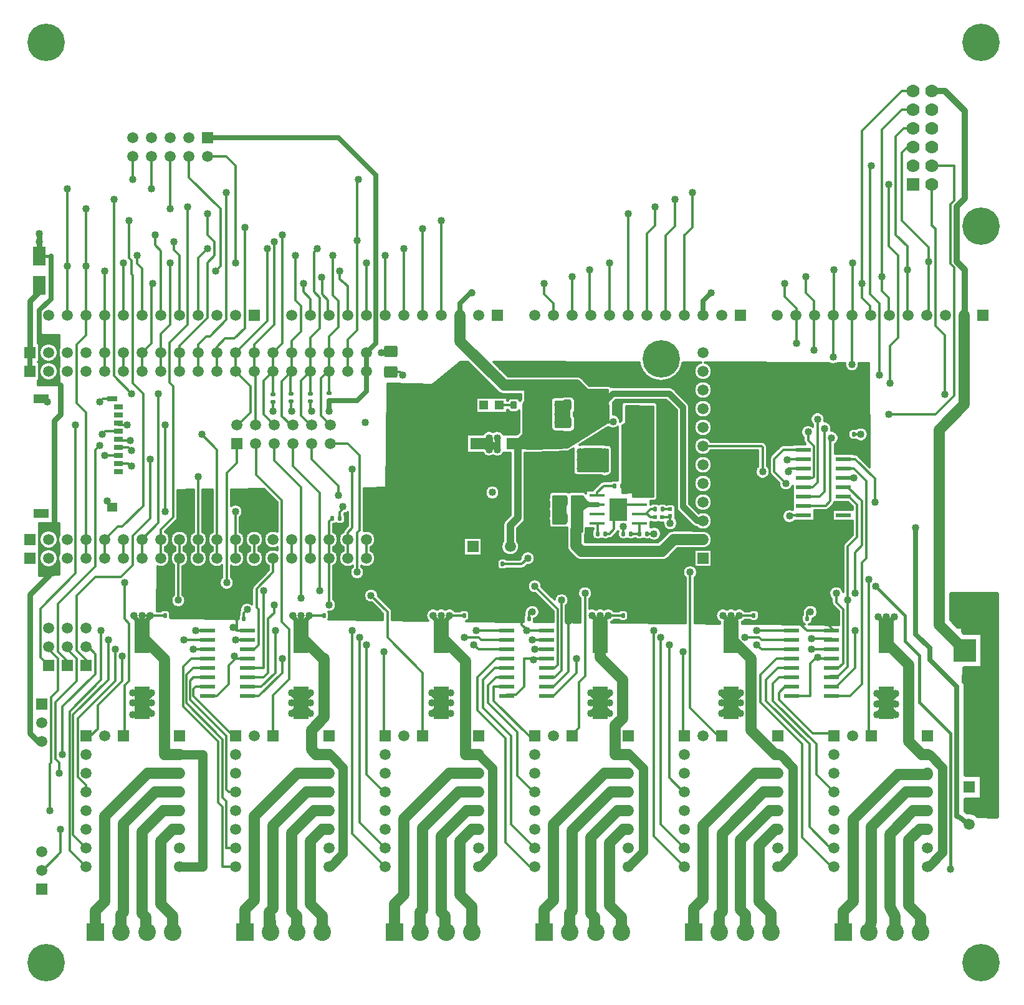
<source format=gbr>
G04 DipTrace 4.1.0.0*
G04 1 - Top.gbr*
%MOIN*%
G04 #@! TF.FileFunction,Copper,L1,Top*
G04 #@! TF.Part,Single*
%AMOUTLINE0*
4,1,28,
-0.005315,0.012008,
0.005315,0.012008,
0.006742,0.01182,
0.008071,0.011269,
0.009212,0.010394,
0.010088,0.009252,
0.010639,0.007923,
0.010827,0.006496,
0.010827,-0.006496,
0.010639,-0.007923,
0.010088,-0.009252,
0.009212,-0.010394,
0.008071,-0.011269,
0.006742,-0.01182,
0.005315,-0.012008,
-0.005315,-0.012008,
-0.006742,-0.01182,
-0.008071,-0.011269,
-0.009212,-0.010394,
-0.010088,-0.009252,
-0.010639,-0.007923,
-0.010827,-0.006496,
-0.010827,0.006496,
-0.010639,0.007923,
-0.010088,0.009252,
-0.009212,0.010394,
-0.008071,0.011269,
-0.006742,0.01182,
-0.005315,0.012008,
0*%
%AMOUTLINE3*
4,1,28,
0.005315,-0.012008,
-0.005315,-0.012008,
-0.006742,-0.01182,
-0.008071,-0.011269,
-0.009212,-0.010394,
-0.010088,-0.009252,
-0.010639,-0.007923,
-0.010827,-0.006496,
-0.010827,0.006496,
-0.010639,0.007923,
-0.010088,0.009252,
-0.009212,0.010394,
-0.008071,0.011269,
-0.006742,0.01182,
-0.005315,0.012008,
0.005315,0.012008,
0.006742,0.01182,
0.008071,0.011269,
0.009212,0.010394,
0.010088,0.009252,
0.010639,0.007923,
0.010827,0.006496,
0.010827,-0.006496,
0.010639,-0.007923,
0.010088,-0.009252,
0.009212,-0.010394,
0.008071,-0.011269,
0.006742,-0.01182,
0.005315,-0.012008,
0*%
%AMOUTLINE6*
4,1,28,
-0.025984,0.031496,
0.025984,0.031496,
0.02843,0.031174,
0.030709,0.03023,
0.032666,0.028729,
0.034167,0.026772,
0.035111,0.024493,
0.035433,0.022047,
0.035433,-0.022047,
0.035111,-0.024493,
0.034167,-0.026772,
0.032666,-0.028729,
0.030709,-0.03023,
0.02843,-0.031174,
0.025984,-0.031496,
-0.025984,-0.031496,
-0.02843,-0.031174,
-0.030709,-0.03023,
-0.032666,-0.028729,
-0.034167,-0.026772,
-0.035111,-0.024493,
-0.035433,-0.022047,
-0.035433,0.022047,
-0.035111,0.024493,
-0.034167,0.026772,
-0.032666,0.028729,
-0.030709,0.03023,
-0.02843,0.031174,
-0.025984,0.031496,
0*%
%AMOUTLINE9*
4,1,28,
-0.012008,0.028937,
0.012008,0.028937,
0.014555,0.028602,
0.016929,0.027618,
0.018968,0.026054,
0.020532,0.024016,
0.021515,0.021642,
0.02185,0.019094,
0.02185,-0.019094,
0.021515,-0.021642,
0.020532,-0.024016,
0.018968,-0.026054,
0.016929,-0.027618,
0.014555,-0.028602,
0.012008,-0.028937,
-0.012008,-0.028937,
-0.014555,-0.028602,
-0.016929,-0.027618,
-0.018968,-0.026054,
-0.020532,-0.024016,
-0.021515,-0.021642,
-0.02185,-0.019094,
-0.02185,0.019094,
-0.021515,0.021642,
-0.020532,0.024016,
-0.018968,0.026054,
-0.016929,0.027618,
-0.014555,0.028602,
-0.012008,0.028937,
0*%
%AMOUTLINE12*
4,1,28,
0.012008,-0.028937,
-0.012008,-0.028937,
-0.014555,-0.028602,
-0.016929,-0.027618,
-0.018968,-0.026054,
-0.020532,-0.024016,
-0.021515,-0.021642,
-0.02185,-0.019094,
-0.02185,0.019094,
-0.021515,0.021642,
-0.020532,0.024016,
-0.018968,0.026054,
-0.016929,0.027618,
-0.014555,0.028602,
-0.012008,0.028937,
0.012008,0.028937,
0.014555,0.028602,
0.016929,0.027618,
0.018968,0.026054,
0.020532,0.024016,
0.021515,0.021642,
0.02185,0.019094,
0.02185,-0.019094,
0.021515,-0.021642,
0.020532,-0.024016,
0.018968,-0.026054,
0.016929,-0.027618,
0.014555,-0.028602,
0.012008,-0.028937,
0*%
%AMOUTLINE15*
4,1,28,
0.004921,-0.011614,
-0.004921,-0.011614,
-0.006144,-0.011453,
-0.007283,-0.010981,
-0.008262,-0.01023,
-0.009013,-0.009252,
-0.009485,-0.008113,
-0.009646,-0.00689,
-0.009646,0.00689,
-0.009485,0.008113,
-0.009013,0.009252,
-0.008262,0.01023,
-0.007283,0.010981,
-0.006144,0.011453,
-0.004921,0.011614,
0.004921,0.011614,
0.006144,0.011453,
0.007283,0.010981,
0.008262,0.01023,
0.009013,0.009252,
0.009485,0.008113,
0.009646,0.00689,
0.009646,-0.00689,
0.009485,-0.008113,
0.009013,-0.009252,
0.008262,-0.01023,
0.007283,-0.010981,
0.006144,-0.011453,
0.004921,-0.011614,
0*%
%AMOUTLINE18*
4,1,28,
-0.004921,0.011614,
0.004921,0.011614,
0.006144,0.011453,
0.007283,0.010981,
0.008262,0.01023,
0.009013,0.009252,
0.009485,0.008113,
0.009646,0.00689,
0.009646,-0.00689,
0.009485,-0.008113,
0.009013,-0.009252,
0.008262,-0.01023,
0.007283,-0.010981,
0.006144,-0.011453,
0.004921,-0.011614,
-0.004921,-0.011614,
-0.006144,-0.011453,
-0.007283,-0.010981,
-0.008262,-0.01023,
-0.009013,-0.009252,
-0.009485,-0.008113,
-0.009646,-0.00689,
-0.009646,0.00689,
-0.009485,0.008113,
-0.009013,0.009252,
-0.008262,0.01023,
-0.007283,0.010981,
-0.006144,0.011453,
-0.004921,0.011614,
0*%
%AMOUTLINE21*
4,1,28,
-0.011614,-0.004921,
-0.011614,0.004921,
-0.011453,0.006144,
-0.010981,0.007283,
-0.01023,0.008262,
-0.009252,0.009013,
-0.008113,0.009485,
-0.00689,0.009646,
0.00689,0.009646,
0.008113,0.009485,
0.009252,0.009013,
0.01023,0.008262,
0.010981,0.007283,
0.011453,0.006144,
0.011614,0.004921,
0.011614,-0.004921,
0.011453,-0.006144,
0.010981,-0.007283,
0.01023,-0.008262,
0.009252,-0.009013,
0.008113,-0.009485,
0.00689,-0.009646,
-0.00689,-0.009646,
-0.008113,-0.009485,
-0.009252,-0.009013,
-0.01023,-0.008262,
-0.010981,-0.007283,
-0.011453,-0.006144,
-0.011614,-0.004921,
0*%
%AMOUTLINE24*
4,1,28,
0.011614,0.004921,
0.011614,-0.004921,
0.011453,-0.006144,
0.010981,-0.007283,
0.01023,-0.008262,
0.009252,-0.009013,
0.008113,-0.009485,
0.00689,-0.009646,
-0.00689,-0.009646,
-0.008113,-0.009485,
-0.009252,-0.009013,
-0.01023,-0.008262,
-0.010981,-0.007283,
-0.011453,-0.006144,
-0.011614,-0.004921,
-0.011614,0.004921,
-0.011453,0.006144,
-0.010981,0.007283,
-0.01023,0.008262,
-0.009252,0.009013,
-0.008113,0.009485,
-0.00689,0.009646,
0.00689,0.009646,
0.008113,0.009485,
0.009252,0.009013,
0.01023,0.008262,
0.010981,0.007283,
0.011453,0.006144,
0.011614,0.004921,
0*%
%AMOUTLINE27*
4,1,28,
-0.005315,0.012205,
0.005315,0.012205,
0.00664,0.01203,
0.007874,0.011519,
0.008934,0.010706,
0.009747,0.009646,
0.010259,0.008411,
0.010433,0.007087,
0.010433,-0.007087,
0.010259,-0.008411,
0.009747,-0.009646,
0.008934,-0.010706,
0.007874,-0.011519,
0.00664,-0.01203,
0.005315,-0.012205,
-0.005315,-0.012205,
-0.00664,-0.01203,
-0.007874,-0.011519,
-0.008934,-0.010706,
-0.009747,-0.009646,
-0.010259,-0.008411,
-0.010433,-0.007087,
-0.010433,0.007087,
-0.010259,0.008411,
-0.009747,0.009646,
-0.008934,0.010706,
-0.007874,0.011519,
-0.00664,0.01203,
-0.005315,0.012205,
0*%
%AMOUTLINE30*
4,1,28,
0.005315,-0.012205,
-0.005315,-0.012205,
-0.00664,-0.01203,
-0.007874,-0.011519,
-0.008934,-0.010706,
-0.009747,-0.009646,
-0.010259,-0.008411,
-0.010433,-0.007087,
-0.010433,0.007087,
-0.010259,0.008411,
-0.009747,0.009646,
-0.008934,0.010706,
-0.007874,0.011519,
-0.00664,0.01203,
-0.005315,0.012205,
0.005315,0.012205,
0.00664,0.01203,
0.007874,0.011519,
0.008934,0.010706,
0.009747,0.009646,
0.010259,0.008411,
0.010433,0.007087,
0.010433,-0.007087,
0.010259,-0.008411,
0.009747,-0.009646,
0.008934,-0.010706,
0.007874,-0.011519,
0.00664,-0.01203,
0.005315,-0.012205,
0*%
%AMOUTLINE33*
4,1,28,
-0.012205,-0.005315,
-0.012205,0.005315,
-0.01203,0.00664,
-0.011519,0.007874,
-0.010706,0.008934,
-0.009646,0.009747,
-0.008411,0.010259,
-0.007087,0.010433,
0.007087,0.010433,
0.008411,0.010259,
0.009646,0.009747,
0.010706,0.008934,
0.011519,0.007874,
0.01203,0.00664,
0.012205,0.005315,
0.012205,-0.005315,
0.01203,-0.00664,
0.011519,-0.007874,
0.010706,-0.008934,
0.009646,-0.009747,
0.008411,-0.010259,
0.007087,-0.010433,
-0.007087,-0.010433,
-0.008411,-0.010259,
-0.009646,-0.009747,
-0.010706,-0.008934,
-0.011519,-0.007874,
-0.01203,-0.00664,
-0.012205,-0.005315,
0*%
%AMOUTLINE36*
4,1,28,
0.012205,0.005315,
0.012205,-0.005315,
0.01203,-0.00664,
0.011519,-0.007874,
0.010706,-0.008934,
0.009646,-0.009747,
0.008411,-0.010259,
0.007087,-0.010433,
-0.007087,-0.010433,
-0.008411,-0.010259,
-0.009646,-0.009747,
-0.010706,-0.008934,
-0.011519,-0.007874,
-0.01203,-0.00664,
-0.012205,-0.005315,
-0.012205,0.005315,
-0.01203,0.00664,
-0.011519,0.007874,
-0.010706,0.008934,
-0.009646,0.009747,
-0.008411,0.010259,
-0.007087,0.010433,
0.007087,0.010433,
0.008411,0.010259,
0.009646,0.009747,
0.010706,0.008934,
0.011519,0.007874,
0.01203,0.00664,
0.012205,0.005315,
0*%
%AMOUTLINE39*
4,1,28,
0.008465,-0.021063,
-0.008465,-0.021063,
-0.010604,-0.020781,
-0.012598,-0.019955,
-0.014311,-0.018641,
-0.015625,-0.016929,
-0.016451,-0.014935,
-0.016732,-0.012795,
-0.016732,0.012795,
-0.016451,0.014935,
-0.015625,0.016929,
-0.014311,0.018641,
-0.012598,0.019955,
-0.010604,0.020781,
-0.008465,0.021063,
0.008465,0.021063,
0.010604,0.020781,
0.012598,0.019955,
0.014311,0.018641,
0.015625,0.016929,
0.016451,0.014935,
0.016732,0.012795,
0.016732,-0.012795,
0.016451,-0.014935,
0.015625,-0.016929,
0.014311,-0.018641,
0.012598,-0.019955,
0.010604,-0.020781,
0.008465,-0.021063,
0*%
%AMOUTLINE42*
4,1,28,
-0.008465,0.021063,
0.008465,0.021063,
0.010604,0.020781,
0.012598,0.019955,
0.014311,0.018641,
0.015625,0.016929,
0.016451,0.014935,
0.016732,0.012795,
0.016732,-0.012795,
0.016451,-0.014935,
0.015625,-0.016929,
0.014311,-0.018641,
0.012598,-0.019955,
0.010604,-0.020781,
0.008465,-0.021063,
-0.008465,-0.021063,
-0.010604,-0.020781,
-0.012598,-0.019955,
-0.014311,-0.018641,
-0.015625,-0.016929,
-0.016451,-0.014935,
-0.016732,-0.012795,
-0.016732,0.012795,
-0.016451,0.014935,
-0.015625,0.016929,
-0.014311,0.018641,
-0.012598,0.019955,
-0.010604,0.020781,
-0.008465,0.021063,
0*%
G04 #@! TA.AperFunction,Conductor*
%ADD15C,0.0256*%
G04 #@! TA.AperFunction,CopperBalancing*
%ADD16C,0.012*%
%ADD18C,0.025*%
G04 #@! TA.AperFunction,ViaPad*
%ADD19C,0.04*%
G04 #@! TA.AperFunction,Conductor*
%ADD20C,0.025591*%
%ADD21C,0.03*%
G04 #@! TA.AperFunction,CopperBalancing*
%ADD22C,0.015*%
G04 #@! TA.AperFunction,Conductor*
%ADD23C,0.059055*%
%ADD24C,0.06*%
%ADD26C,0.0321*%
%ADD27C,0.05*%
G04 #@! TA.AperFunction,CopperBalancing*
%ADD28C,0.013*%
G04 #@! TA.AperFunction,Conductor*
%ADD30C,0.043701*%
%ADD31C,0.032*%
%ADD35R,0.082677X0.177165*%
%ADD36R,0.124016X0.062992*%
%ADD38R,0.066929X0.098425*%
%ADD39R,0.098425X0.129921*%
G04 #@! TA.AperFunction,ComponentPad*
%ADD40R,0.059055X0.059055*%
%ADD41C,0.059055*%
%ADD42R,0.07X0.07*%
%ADD43C,0.07*%
%ADD44R,0.074803X0.098425*%
%ADD46R,0.047244X0.047244*%
G04 #@! TA.AperFunction,ComponentPad*
%ADD47C,0.2*%
%ADD48R,0.051181X0.027559*%
%ADD49R,0.07874X0.047244*%
%ADD50R,0.055118X0.047244*%
%ADD51R,0.055118X0.031496*%
G04 #@! TA.AperFunction,ComponentPad*
%ADD52R,0.094488X0.094488*%
%ADD53C,0.094488*%
%ADD54R,0.12X0.12*%
%ADD55C,0.12*%
%ADD56R,0.07874X0.023622*%
%ADD57R,0.084646X0.017717*%
%ADD58R,0.094488X0.122047*%
%ADD117OUTLINE0*%
%ADD120OUTLINE3*%
%ADD123OUTLINE6*%
%ADD126OUTLINE9*%
%ADD129OUTLINE12*%
%ADD132OUTLINE15*%
%ADD135OUTLINE18*%
%ADD138OUTLINE21*%
%ADD141OUTLINE24*%
%ADD144OUTLINE27*%
%ADD147OUTLINE30*%
%ADD150OUTLINE33*%
%ADD153OUTLINE36*%
%ADD156OUTLINE39*%
%ADD159OUTLINE42*%
%FSLAX26Y26*%
G04*
G70*
G90*
G75*
G01*
G04 Top*
%LPD*%
X2244000Y3694000D2*
D15*
Y3794000D1*
X2294000Y3844000D1*
Y4744000D1*
X2094000Y4944000D1*
X1394000D1*
X919000Y3286421D2*
D16*
X970329D1*
X987751Y3269000D1*
X1744000Y3481500D2*
Y3529974D1*
X1840850Y3533173D2*
Y3484650D1*
X1844000Y3481500D1*
X1942867Y3533173D2*
Y3488882D1*
X1950249Y3481500D1*
X2044000Y3536224D2*
D15*
Y3481500D1*
X2043999D1*
X2244000Y3694000D2*
D18*
Y3587749D1*
X2192475Y3536224D1*
X2044000D1*
X4044005Y3994000D2*
D20*
Y4069005D1*
X4087749Y4112749D1*
X2744005Y3994000D2*
Y4056505D1*
X2806500Y4119000D1*
Y4112749D1*
X5469000Y1269000D2*
D15*
X5481499D1*
X5462749Y1287749D1*
Y1269000D1*
X5416075Y1306399D1*
X5400249Y1313049D1*
Y2006501D1*
X5256500Y2150251D1*
Y2212749D1*
X5181500Y2287749D1*
Y2856500D1*
X494000Y4310231D2*
D21*
Y4387751D1*
Y4431500D1*
X506500Y1712749D2*
X487751D1*
X444000Y1756500D1*
Y2500249D1*
X546323Y2602572D1*
D22*
X535428D1*
X546323D2*
D16*
X594000Y2650249D1*
Y2856500D1*
X575249Y2875251D1*
D21*
Y3431499D1*
X606500Y3462749D1*
Y3619001D1*
D22*
X594000Y3631501D1*
Y3844000D1*
X569946Y3868054D1*
X519946D1*
D18*
X494000Y3894000D1*
Y4019000D1*
X556500Y4081500D1*
Y4310231D1*
D22*
X494000D1*
X3098297Y3512749D2*
D19*
Y3351840D1*
X3052955Y3306499D1*
Y2909205D1*
X3012749Y2868999D1*
Y2756500D1*
X3507041Y3462749D2*
D16*
Y3425249D1*
X3562749D1*
X3619000Y2862749D2*
X3617474Y2861223D1*
Y2825249D1*
X2744005Y3994000D2*
D23*
Y3854215D1*
D24*
X2979220Y3619000D1*
X3366720D1*
X3494000Y3491720D1*
Y3475790D1*
X3507041Y3462749D1*
X4044000Y2894008D2*
D26*
X4012741D1*
X3937749Y2969000D1*
Y3500249D1*
X3862749Y3575249D1*
X3562749D1*
X3507041Y3519541D1*
Y3462749D1*
X1644000Y2694000D2*
D16*
Y2794000D1*
X2244000Y2694000D2*
Y2794000D1*
X944000Y3694000D2*
Y3794000D1*
X1244000Y1044000D2*
D27*
X1369000D1*
Y1644000D1*
X1244000D1*
X2044000Y1044000D2*
X2050251D1*
X2119000Y1112749D1*
Y1575249D1*
X2050249Y1644000D1*
X2044000D1*
X1394000Y1956500D2*
D16*
X1444000D1*
X1506500Y2019000D1*
Y2119000D1*
X1544000Y2156500D1*
X1606598D1*
X2844000Y1044000D2*
D27*
X2850251D1*
X2919000Y1112749D1*
Y1569000D1*
X2844000Y1644000D1*
X3644000Y1044000D2*
X3725249Y1125249D1*
Y1569000D1*
X3650249Y1644000D1*
X3644000D1*
X2994000Y1956500D2*
D16*
Y1962749D1*
X3044000D1*
X3087749Y2006499D1*
Y2156500D1*
X3206598D1*
X4444000Y1044000D2*
D27*
X4456500D1*
X4525249Y1112749D1*
Y1575251D1*
X4456500Y1644000D1*
X4444000D1*
X5244000Y1044000D2*
X5250251D1*
X5325249Y1118999D1*
Y1575251D1*
X5256500Y1644000D1*
X5244000D1*
X4519000Y1956500D2*
D16*
X4619000D1*
Y2131500D1*
X4644000Y2156500D1*
X4731598D1*
X5025251Y2273331D2*
D18*
X5037749D1*
Y2350249D1*
X5069000Y2381500D1*
X5025251Y2273331D2*
Y2381500D1*
Y2273331D2*
Y2337749D1*
X4981500Y2381500D1*
X4194000Y2273331D2*
Y2344001D1*
X4237749Y2387751D1*
X4194000Y2273331D2*
Y2387751D1*
Y2344001D2*
X4150251Y2387751D1*
X3494000Y2273331D2*
Y2344000D1*
X3537751Y2387751D1*
X3494000Y2273331D2*
Y2387751D1*
Y2344001D2*
X3450251Y2387751D1*
X2644000Y2273331D2*
Y2337751D1*
X2694000Y2387751D1*
X2687749D1*
X2644000Y2273331D2*
Y2387751D1*
Y2337751D2*
X2594000Y2387751D1*
X2600249D1*
X1894000Y2273331D2*
Y2337751D1*
X1944000Y2387751D1*
X1937749D1*
X1894000Y2273331D2*
Y2387751D1*
Y2337751D2*
X1844000Y2387751D1*
X1850251D1*
X1044000Y2273331D2*
Y2337751D1*
X1094000Y2387751D1*
X1087749D1*
X1044000Y2273331D2*
Y2387751D1*
Y2337751D2*
X994000Y2387751D1*
X1000249D1*
X885535Y2968311D2*
D16*
Y2971214D1*
X856500Y3000249D1*
X885535Y3546264D2*
X833764D1*
X819000Y3531500D1*
X503646Y3546264D2*
X522986D1*
X537749Y3531500D1*
X1588193Y2369000D2*
Y2400693D1*
X1606500Y2419000D1*
X4600693Y2369000D2*
Y2406500D1*
X4619000D1*
X1606598Y2156500D2*
X1537749D1*
Y2169000D1*
X3206598Y2156500D2*
X3137749D1*
Y2150249D1*
X3113193Y2369000D2*
Y2406500D1*
X3131500D1*
X4656500Y2162749D2*
Y2156500D1*
X4731598D1*
X919000Y3373035D2*
X848035D1*
X831500Y3356500D1*
X5519001Y1762751D2*
D18*
Y1806500D1*
Y1962751D1*
X5562749D1*
Y1850251D1*
Y1894000D1*
X5519001D1*
Y1937751D1*
X5562749D1*
X5519001Y1894000D2*
Y1850251D1*
Y2000251D1*
X5562749D1*
Y1806500D1*
Y1762751D1*
X5519001D1*
X1244000Y1644000D2*
D23*
X1162749D1*
D24*
Y2154581D1*
X1044000Y2273331D1*
X2044000Y1644000D2*
D23*
X1975249D1*
D24*
X1950249Y1669000D1*
Y1775249D1*
X2019000Y1844000D1*
Y2156500D1*
X2010831D1*
X1894000Y2273331D1*
X2844000Y1644000D2*
D23*
X2775249D1*
D24*
Y2142081D1*
X2644000Y2273331D1*
X4444000Y1644000D2*
D23*
X4431500D1*
D24*
X4300249Y1775251D1*
Y2156500D1*
X4194000Y2262749D1*
Y2273331D1*
X5244000Y1644000D2*
D23*
X5212751D1*
D24*
X5144000Y1712751D1*
Y2125251D1*
X5025251Y2244000D1*
Y2273331D1*
X3644000Y1644000D2*
D23*
X3575249D1*
D24*
Y1800249D1*
X3612749Y1837749D1*
Y2044000D1*
X3494000Y2162749D1*
Y2273331D1*
X2016164Y2387751D2*
D16*
X1937749D1*
X2766164D2*
X2687749D1*
X3616164D2*
X3537751D1*
X4315319D2*
X4237749D1*
X1044000D2*
Y2387749D1*
X1166164D1*
X2971836Y2662751D2*
X3075251D1*
X3106500Y2694000D1*
X4581450Y2925249D2*
X4512749D1*
X4506500Y2919000D1*
X4794049Y3125249D2*
X4850249D1*
X2860042Y3306499D2*
D21*
X2869001D1*
X2900249Y3275251D1*
X2860042Y3306499D2*
X2912751D1*
X2943999Y3275251D1*
X2868997Y3306499D2*
X2900249Y3337751D1*
X2943999Y3275251D2*
Y3337751D1*
X2871411Y3512749D2*
D16*
X2875251D1*
X2375249Y3688882D2*
X2424117D1*
X2437749Y3675249D1*
X2101776Y2906500D2*
Y2939472D1*
X2119000Y2956697D1*
Y2969000D1*
X3825004Y2912749D2*
X3862504D1*
X3869000Y2919245D1*
Y2881500D1*
X3590260Y2955122D2*
Y2972740D1*
X3569000Y2994000D1*
X3612749D1*
Y2956500D1*
Y2919000D1*
X3569000D1*
Y2956500D1*
X3520525Y2825249D2*
X3544000D1*
X3569000Y2850249D1*
Y2919000D1*
X3316785Y3512749D2*
X3269000D1*
X3316785Y3419000D2*
X3269000D1*
Y3462749D2*
Y3419000D1*
X3454433Y3219000D2*
X3431499D1*
X3387749Y3262749D1*
X3454433Y3219000D2*
X3387749D1*
X3431500D2*
X3387749Y3175249D1*
X3454433Y3219000D2*
X3475251D1*
X3519000Y3262749D1*
X3454433Y3219000D2*
X3512749D1*
X3519000Y3212749D1*
X3454433Y3219000D2*
X3469000D1*
X3519000Y3169000D1*
X4850791Y3356500D2*
X4887749D1*
X3298035Y3000249D2*
X3262751D1*
X3256500Y3006500D1*
Y2956500D1*
X3298035Y2906500D2*
X3256500D1*
X3745525Y2825250D2*
X3781500D1*
Y2825249D1*
X3703449Y2980122D2*
X3615260D1*
X3590260Y2955122D1*
X744000Y1144000D2*
X675249Y1212751D1*
Y1856500D1*
X862749Y2044000D1*
Y2256500D1*
X1269000D2*
X1394000D1*
X744000Y1044000D2*
X656500Y1131500D1*
Y1875251D1*
X825249Y2044000D1*
Y2306500D1*
X1331500D2*
X1394000D1*
X2144000Y2694000D2*
Y2794000D1*
X919000Y3243114D2*
X844000D1*
X2169000Y3169000D2*
Y2856500D1*
X2144000Y2831500D1*
Y2794000D1*
X744000Y2119000D2*
Y2150251D1*
X694000Y2200251D1*
Y2494000D1*
X794000Y2594000D1*
X930614D1*
X994394Y2657780D1*
Y2815260D1*
X1087749Y2908615D1*
Y3225249D1*
X2044000Y3694000D2*
Y3794000D1*
X2344005Y3994000D2*
Y4312749D1*
X2062751D2*
Y4100249D1*
X2094000Y4069000D1*
Y3931500D1*
X2044000Y3881500D1*
Y3794000D1*
Y3576776D2*
Y3694000D1*
X2051480Y3406598D2*
X2050151D1*
X2000249Y3456500D1*
Y3656499D1*
X2044000Y3700249D1*
Y3694000D1*
X1744000Y1744000D2*
Y1960535D1*
X1831008Y2047543D1*
Y2313291D1*
X1791638Y2352661D1*
Y3002268D1*
X1653843Y3140063D1*
Y3304236D1*
X1651480Y3306598D1*
X1844000Y3694000D2*
Y3794000D1*
X1851480Y3406598D2*
X1840063D1*
X1791638Y3455024D1*
Y3641638D1*
X1844000Y3694000D1*
X1044005Y3994000D2*
Y4243995D1*
X1019000Y4269000D1*
Y4312749D1*
X1862749D2*
Y4075251D1*
X1894000Y4044000D1*
Y3906500D1*
X1844000Y3856500D1*
Y3794000D1*
X1840850Y3573724D2*
X1837749D1*
Y3700251D1*
X1844000Y3694000D1*
X1606598Y2206500D2*
X1644000D1*
X1669000Y2231500D1*
Y2419000D1*
X1656500Y2431500D1*
Y2531500D1*
X1744000Y2619000D1*
Y2694000D1*
X1344000D2*
Y2794000D1*
X919000Y3199807D2*
X969442D1*
X981500Y3187749D1*
X987751D1*
X1344000Y3131500D2*
Y2794000D1*
X4044000Y3294008D2*
X4356507D1*
X4362749Y3287765D1*
Y3156500D1*
X4500251D2*
Y3175249D1*
X4581450D1*
X1444000Y2694000D2*
Y2794000D1*
X919000Y3329728D2*
Y3325249D1*
X981500D1*
X1362751Y3356500D2*
X1444000Y3275251D1*
Y2794000D1*
X644000Y2119000D2*
Y2144000D1*
X594000Y2194000D1*
Y2450249D1*
X794000Y2650249D1*
Y3275249D1*
X815875Y3297125D1*
X1144000Y3794000D2*
Y3694000D1*
Y3794000D2*
Y3894000D1*
X1194000Y3944000D1*
Y4275249D1*
X5250249Y4281500D2*
Y3984156D1*
X5240406Y3994000D1*
X2244000Y4275249D2*
X2244005D1*
Y3994000D1*
X944005Y4275249D2*
Y3994000D1*
X4840406Y3731500D2*
Y3994000D1*
X4837749Y3996656D1*
X4844000Y4275249D2*
Y3990406D1*
X4840406Y3994000D1*
X3544000Y4275249D2*
X3544005D1*
Y3994000D1*
X1394000Y4844000D2*
X1494000D1*
X1544000Y4794000D1*
Y4275249D1*
X5169000Y4894000D2*
X5137751D1*
X5106500Y4862749D1*
Y4500249D1*
X5250249Y4356500D1*
Y4281500D1*
X1207293Y694000D2*
D24*
Y780707D1*
X1144000Y844000D1*
Y1181500D1*
X1206500Y1244000D1*
X1244000D1*
X1731795Y694000D2*
X1725249D1*
Y800249D1*
X1744000Y819000D1*
Y1262749D1*
X1925251Y1444000D1*
X2044000D1*
X1731702Y694000D2*
Y740450D1*
X1725249Y800249D1*
X2844000Y1544000D2*
X2687751D1*
X2444000Y1300249D1*
Y894000D1*
X2394000Y844000D1*
Y694093D1*
X2393907Y694000D1*
X1544000Y1144000D2*
D16*
X1494000D1*
Y1394000D1*
X1475249Y1412751D1*
Y1725251D1*
X1281500Y1919000D1*
Y2069000D1*
X1319000Y2106500D1*
X1394000D1*
X1544000Y1044000D2*
X1475249D1*
Y1362751D1*
X1450249Y1387751D1*
Y1712751D1*
X1262749Y1900251D1*
Y2112749D1*
X1306500Y2156500D1*
X1394000D1*
X1444000Y3794000D2*
Y3694000D1*
X2544005Y3994000D2*
Y4456493D1*
X1594000Y4462749D2*
Y3925251D1*
X1537749Y3869000D1*
X1487751D1*
X1444000Y3825249D1*
Y3794000D1*
X3144000Y1044000D2*
X3119000D1*
X2987749Y1175251D1*
Y1731500D1*
X2837749Y1881500D1*
Y2056499D1*
X2937751Y2156500D1*
X2994000D1*
X4487743Y3094008D2*
X4425249Y3156501D1*
Y3225249D1*
X4475249Y3275249D1*
X4581450D1*
X1544000Y2694000D2*
Y2794000D1*
X919000Y3416343D2*
Y3406500D1*
X962751D1*
X1169000D2*
Y2944000D1*
X1544000D2*
Y2794000D1*
X544000Y2119000D2*
X500249Y2162751D1*
Y2425249D1*
X687749Y2612749D1*
Y3406500D1*
X2531702Y694000D2*
D24*
Y800451D1*
X2544000Y812749D1*
Y1250249D1*
X2737751Y1444000D1*
X2844000D1*
X1744000Y3694000D2*
D16*
Y3794000D1*
X1751480Y3406598D2*
X1693213Y3464866D1*
Y3643213D1*
X1744000Y3694000D1*
X1144005Y3994000D2*
Y4337744D1*
X1112749Y4369000D1*
Y4425249D1*
X1794000D2*
Y3844000D1*
X1744000Y3794000D1*
Y3570525D2*
Y3694000D1*
X2344000Y1144000D2*
X2206500Y1281500D1*
Y2269000D1*
X2769000D2*
X2844000D1*
X2856500Y2256500D1*
X2994000D1*
X1544000Y1444000D2*
X1506500D1*
X1494000Y1456500D1*
Y1744000D1*
X1300249Y1937751D1*
Y2037749D1*
X1319000Y2056500D1*
X1394000D1*
X2669497Y694000D2*
D24*
X2662749D1*
Y781501D1*
X2644000Y800251D1*
Y1206500D1*
X2781500Y1344000D1*
X2844000D1*
X2807293Y694000D2*
Y830707D1*
X2744000Y894000D1*
Y1181500D1*
X2806500Y1244000D1*
X2844000D1*
X3193907Y694000D2*
Y812657D1*
X3244000Y862751D1*
Y1269000D1*
X3519000Y1544000D1*
X3644000D1*
X3331702Y694000D2*
Y794202D1*
X3344000Y806500D1*
Y1237749D1*
X3550251Y1444000D1*
X3644000D1*
X1644000Y3794000D2*
D16*
Y3694000D1*
X1651480Y3406598D2*
Y3686520D1*
X1644000Y3694000D1*
X1244005Y3994000D2*
Y4312744D1*
X1212749Y4344000D1*
Y4387749D1*
X1750249D2*
Y3943999D1*
X1644000Y3837749D1*
Y3794000D1*
X1851480Y3306598D2*
Y3186520D1*
X1994000Y3044000D1*
Y2519000D1*
X3412749Y2506500D2*
Y2062749D1*
X3381500Y2031500D1*
Y1787749D1*
X3344000Y1750249D1*
Y1744000D1*
X1244000Y3794000D2*
Y3694000D1*
X3644005Y3994000D2*
Y4537749D1*
X1394000D2*
Y4425251D1*
X1431500Y4387751D1*
Y4312749D1*
X1394000Y4275249D1*
Y3981500D1*
X1244000Y3831500D1*
Y3794000D1*
X3944000Y1144000D2*
X3819000Y1269000D1*
Y2269000D1*
X4269000D2*
X4344000D1*
X4356500Y2256500D1*
X4519000D1*
X3469497Y694000D2*
D24*
X3462749D1*
Y775251D1*
X3444000Y794000D1*
Y1200249D1*
X3587751Y1344000D1*
X3644000D1*
X606500Y1244000D2*
D16*
Y1119000D1*
X512749Y1025249D1*
X506500D1*
X3607293Y694000D2*
D24*
Y774458D1*
X3544000Y837751D1*
Y1169000D1*
X3619000Y1244000D1*
X3644000D1*
X3993907Y694000D2*
Y818907D1*
X4044000Y869000D1*
Y1262749D1*
X4325251Y1544000D1*
X4444000D1*
X4131702Y694000D2*
Y787068D1*
X4146921Y802287D1*
Y1221921D1*
X4369000Y1444000D1*
X4444000D1*
X1944000Y2694000D2*
D16*
Y2794000D1*
X4494001Y3219000D2*
X4500251Y3225249D1*
X4581450D1*
X1951480Y3306598D2*
Y3224020D1*
X2094000Y3081500D1*
Y3031500D1*
X3975251Y2619000D2*
Y1893999D1*
X4125249Y1744000D1*
X4144000D1*
X2051480Y3306598D2*
X2143902D1*
X2206500Y3244000D1*
Y2844000D1*
X2194000Y2831500D1*
Y2619000D1*
X4931500Y2581500D2*
Y1769000D1*
X4944000Y1756500D1*
Y1744000D1*
X2044000Y2694000D2*
Y2794000D1*
X1606598Y2056500D2*
X1694000D1*
X1719000Y2081500D1*
Y2369000D1*
X1750249Y2400249D1*
Y2444000D1*
X2044000D2*
Y2694000D1*
X3206598Y2056500D2*
X3250249D1*
X3287749Y2094000D1*
Y2469000D1*
X4731598Y2056500D2*
X4725349Y2062749D1*
X4769000D1*
X4819000Y2112749D1*
Y2469000D1*
X4794049Y3025249D2*
X4825251D1*
X4869000Y2981500D1*
Y2806500D1*
X4819000Y2756500D1*
Y2469000D1*
X2044000Y2794000D2*
Y2889276D1*
X2061224Y2906500D1*
X4943999Y4794000D2*
X4937749Y4787751D1*
Y4106500D1*
X4987749Y4056500D1*
Y3675249D1*
X4606500Y3369000D2*
Y3325249D1*
X4637749Y3294000D1*
Y3131499D1*
X4631500Y3125249D1*
X4581450D1*
X1844000Y2694000D2*
Y2794000D1*
X3477071Y3030122D2*
Y3045822D1*
X3512749Y3081500D1*
X3570969D1*
X4744000Y1444000D2*
X4650249Y1537751D1*
Y1700251D1*
X4419000Y1931500D1*
Y2025249D1*
X4450251Y2056500D1*
X4519000D1*
X1606598Y2306500D2*
X1550251D1*
X1549610Y2307140D1*
Y2369000D1*
X3206598Y2306500D2*
X3106500D1*
X3074610Y2338390D1*
Y2369000D1*
X4731598Y2306500D2*
X4600249D1*
X4562110Y2344639D1*
Y2369000D1*
X3206598Y2306500D2*
X3100251D1*
X3325249Y2356500D2*
Y2087749D1*
X3244000Y2006500D1*
X3206598D1*
X1550249Y2306500D2*
X1531500Y2325249D1*
X1756500Y2306500D2*
Y2081500D1*
X1681500Y2006500D1*
X1606598D1*
X4731598Y2306500D2*
X4743999D1*
X4687749Y2362749D1*
X4856500Y2306500D2*
Y2106500D1*
X4756500Y2006500D1*
X4731598D1*
X1549610Y2369000D2*
D22*
Y2462110D1*
X1594000Y2506500D1*
Y2581500D1*
X2912749D2*
Y2756500D1*
X3074610Y2581500D2*
Y2369000D1*
X4562749Y2544000D2*
Y2369000D1*
X4562110D1*
X4969000Y2544000D2*
X5125249Y2387751D1*
Y2250249D1*
X5200249Y2175249D1*
Y1925251D1*
X5369000Y1756500D1*
Y1031500D1*
X1204747Y2387749D2*
D16*
Y2439503D1*
X1144000Y2500249D1*
X4812209Y3356500D2*
Y3343362D1*
X4794049Y3325202D1*
Y3275249D1*
X944000Y2694000D2*
Y2794000D1*
X4269497Y694000D2*
D24*
Y787253D1*
X4244000Y812751D1*
Y1187749D1*
X4400251Y1344000D1*
X4444000D1*
X4407293Y694000D2*
Y793207D1*
X4344000Y856500D1*
Y1156500D1*
X4431500Y1244000D1*
X4444000D1*
X944000Y1744000D2*
D16*
X950249D1*
Y2012749D1*
X975249Y2037749D1*
Y2344000D1*
X950249Y2369000D1*
Y2562749D1*
X1496362D2*
Y3149906D1*
X1550249Y3203793D1*
Y3305367D1*
X1551480Y3306598D1*
X4793907Y694000D2*
D24*
Y803987D1*
X4846657Y856738D1*
Y1296657D1*
X5087751Y1537751D1*
X5244000D1*
Y1544000D1*
X1144000Y2694000D2*
D16*
Y2794000D1*
X3744005Y3994000D2*
Y4431505D1*
X3787749Y4475249D1*
Y4575249D1*
X1287749D2*
Y3943999D1*
X1191244Y3847493D1*
Y3634256D1*
X1210929Y3614571D1*
Y2913685D1*
X1144000Y2846756D1*
Y2794000D1*
X3944000Y1044000D2*
X3781500Y1206500D1*
Y2306500D1*
X4331500D2*
X4519000D1*
X4931702Y694000D2*
D24*
X4944408Y749841D1*
Y1256908D1*
X5131500Y1444000D1*
X5244000D1*
X4962749Y2994008D2*
D16*
Y3119000D1*
X4856500Y3225249D1*
X4794049D1*
X1944000Y3694000D2*
Y3794000D1*
X2444005Y3994000D2*
Y4350249D1*
X1981499D2*
X1962749Y4331500D1*
Y4119000D1*
X1994000Y4087749D1*
Y3925249D1*
X1944000Y3875249D1*
Y3794000D1*
X1951480Y3406598D2*
X1943902D1*
X1894000Y3456500D1*
Y3644000D1*
X1944000Y3694000D1*
X1942867Y3573724D2*
Y3692867D1*
X1944000Y3694000D1*
X1544000Y3794000D2*
Y3694000D1*
X1551480Y3406598D2*
X1556205D1*
X1624315Y3474709D1*
Y3613685D1*
X1544000Y3694000D1*
X1344005Y3994000D2*
Y4300255D1*
X1394000Y4350249D1*
X1712749D2*
Y3962749D1*
X1544000Y3794000D1*
X2544000Y1744000D2*
Y2081500D1*
X2356500Y2269000D1*
Y2406500D1*
X2269000Y2494000D1*
X1894000Y2481500D2*
Y3075249D1*
X1751480Y3217769D1*
Y3306598D1*
X5269000Y4694000D2*
Y4475249D1*
X5287749Y4456500D1*
Y3937751D1*
X5337749Y3887751D1*
Y3569000D1*
X4694000Y3387749D2*
Y3050249D1*
X4669000Y3025249D1*
X4581450D1*
X3609551Y3081500D2*
X3669000D1*
X3694000Y3056500D1*
Y3039571D1*
X3703449Y3030122D1*
X844000Y3694000D2*
Y3794000D1*
X844014Y3994000D2*
Y3794014D1*
X844000Y3794000D1*
X844014Y3994000D2*
Y4231500D1*
X5137749Y4237749D2*
Y3996656D1*
X5140406Y3994000D1*
X4740415Y3769000D2*
Y3994000D1*
X4737749Y3996665D1*
X2100249Y4231500D2*
Y4187751D1*
X2144014Y4150238D1*
Y3994000D1*
X4744000Y4237749D2*
Y3990415D1*
X4740415Y3994000D1*
X3437749Y4237749D2*
Y4000265D1*
X3444014Y3994000D1*
X1294000Y4844000D2*
Y4731499D1*
X1462749Y4562749D1*
Y4256778D1*
X1437471Y4231500D1*
X5169000Y4994000D2*
X5119000D1*
X5075249Y4950249D1*
Y4425251D1*
X5137749Y4362751D1*
Y4237749D1*
X844000Y2694000D2*
Y2794000D1*
X2644005Y3994000D2*
Y4500249D1*
X975251D2*
Y4300248D1*
X987749Y4287749D1*
Y4212751D1*
X994000Y4206500D1*
Y3631499D1*
X1050249Y3575249D1*
Y2975248D1*
X937751Y2862749D1*
X912749D1*
X844000Y2794000D1*
X1044000Y2694000D2*
Y2794000D1*
X3844005Y3994000D2*
Y4419005D1*
X3894000Y4469000D1*
Y4612921D1*
X894000D2*
Y3668999D1*
X987749Y3575249D1*
X1132189D2*
Y2884157D1*
X1043016Y2794984D1*
X1044000Y2794000D1*
X4744000Y1144000D2*
X4725251D1*
X4612749Y1256501D1*
Y1700251D1*
X4381500Y1931500D1*
Y2044000D1*
X4444000Y2106500D1*
X4519000D1*
X4744000Y1044000D2*
X4731500D1*
X4575249Y1200251D1*
Y1700251D1*
X4350249Y1925251D1*
Y2068999D1*
X4437751Y2156500D1*
X4519000D1*
X5069497Y694000D2*
D24*
X5069591Y779000D1*
X5043280Y827118D1*
Y1218280D1*
X5169000Y1344000D1*
X5244000D1*
X5207293Y694000D2*
Y773969D1*
X5145297Y835965D1*
Y1186210D1*
X5203087Y1244000D1*
X5244000D1*
X3144000Y1144000D2*
D16*
X3019000Y1269000D1*
Y1744000D1*
X2869000Y1894000D1*
Y2044000D1*
X2931500Y2106500D1*
X2994000D1*
X3658025Y2825249D2*
X3704974D1*
Y2878597D1*
X3703449Y2880122D1*
X2344000Y1044000D2*
X2169000Y1219000D1*
Y2306500D1*
X2831500D2*
X2994000D1*
X3479974Y2825249D2*
Y2874168D1*
X3477071Y2877071D1*
Y2880122D1*
X3031761Y3512749D2*
X2954088D1*
X3703449Y2930122D2*
X3736373D1*
X3762996Y2956745D1*
X3786224D1*
X3703449Y2930122D2*
X3745377D1*
X3762749Y2912749D1*
X3787996D1*
X744000Y2694000D2*
Y2794000D1*
Y3475249D1*
X694000Y3525249D1*
Y3837751D1*
X744000Y3887751D1*
Y4256500D1*
X5000249Y4200249D2*
Y4125251D1*
X5037749Y4087751D1*
Y3994000D1*
X5040406D1*
X2004874Y4197386D2*
X2006500D1*
Y4106500D1*
X2037749Y4075251D1*
Y4000265D1*
X2044014Y3994000D1*
X4637749Y3806500D2*
Y3994000D1*
X4640415D1*
X4594000Y4200249D2*
Y4112749D1*
X4637749Y4069000D1*
Y3994000D1*
X3344014D2*
X3344000Y4200249D1*
X1194000Y4844000D2*
Y4562751D1*
X744000D2*
Y4256500D1*
X5169000Y5094000D2*
X5106500D1*
X5000249Y4987749D1*
Y4200249D1*
X744000Y1744000D2*
X769000D1*
X806500Y1781500D1*
Y1906500D1*
X937749Y2037749D1*
Y2169000D1*
X1544000Y2256500D2*
X1606598D1*
Y1956500D2*
X1669000D1*
X1794000Y2081500D1*
Y2156500D1*
X3144000Y2206500D2*
X3206598D1*
X1044000Y3694000D2*
Y3794000D1*
X644014Y3994000D2*
Y4256500D1*
X4481500Y4162749D2*
Y4094000D1*
X4544000Y4031500D1*
Y3990415D1*
X4540415Y3994000D1*
X4544000Y3844000D2*
Y3997585D1*
X4540415Y3994000D1*
X3244014D2*
Y4056486D1*
X3194000Y4106500D1*
Y4162749D1*
X1101795D2*
X1094000D1*
Y3844000D1*
X1044000Y3794000D1*
X1906500Y4162749D2*
Y4119000D1*
X1944014Y4081486D1*
Y3994000D1*
X4894000Y4162749D2*
Y4087751D1*
X4937749Y4044001D1*
Y3996656D1*
X4940406Y3994000D1*
X1094000Y4844000D2*
Y4669000D1*
X644014D2*
Y4256500D1*
X5169000Y5194000D2*
X5106500D1*
X4894000Y4981500D1*
Y4162749D1*
X3826776Y2956745D2*
X3868508D1*
X3869000Y2956253D1*
X1344000Y3694000D2*
Y3794000D1*
Y3837749D1*
X1387751Y3881500D1*
X1406500D1*
X1494000Y3969000D1*
Y4650249D1*
X3987749D2*
Y4462749D1*
X3947942Y4422942D1*
X3944005D1*
Y3994000D1*
X793907Y694000D2*
D24*
Y806407D1*
X844000Y856500D1*
Y1312749D1*
X1075251Y1544000D1*
X1244000D1*
X931702Y694000D2*
Y787951D1*
X944000Y800249D1*
Y1275249D1*
X1112751Y1444000D1*
X1244000D1*
X1069497Y694000D2*
X1062749D1*
Y775251D1*
X1044000Y794000D1*
Y1231500D1*
X1156500Y1344000D1*
X1244000D1*
X2144000Y3694000D2*
D16*
Y3794000D1*
Y3862749D1*
X2194000Y3912749D1*
Y4394000D1*
X994000Y4844000D2*
Y4719000D1*
X2200249D2*
X2194000Y4712751D1*
Y4394000D1*
X2325251Y3794000D2*
X2370131D1*
X2375249Y3799118D1*
X1593907Y694000D2*
D24*
Y812657D1*
X1644000Y862751D1*
Y1312749D1*
X1875251Y1544000D1*
X2044000D1*
X3206598Y1956500D2*
D16*
X3244000D1*
X3369000Y2081500D1*
Y2156500D1*
X4625251Y2206500D2*
X4731598D1*
X1869497Y694000D2*
D24*
Y781003D1*
X1844000Y806500D1*
Y1225249D1*
X1962751Y1344000D1*
X2044000D1*
X2007293Y694000D2*
Y780707D1*
X1944000Y844000D1*
Y1181500D1*
X2006500Y1244000D1*
X2044000D1*
X5037751Y4694000D2*
D16*
Y4362748D1*
X5087749Y4312749D1*
Y3875249D1*
X5044000Y3831500D1*
Y3631500D1*
X4656500Y3437749D2*
Y3100249D1*
X4631500Y3075249D1*
X4581450D1*
X1244000Y2694000D2*
Y2794000D1*
X1606598Y2106500D2*
X1694000D1*
Y2519000D1*
X1237751Y2469000D2*
Y2694000D1*
X1244000D1*
X4731598Y2106500D2*
X4769000D1*
X4794000Y2131500D1*
Y2419000D1*
X4756500Y2456500D1*
Y2506500D1*
X3206598Y2106500D2*
X3250251D1*
X3269000Y2125249D1*
Y2419000D1*
X3144000Y2544000D1*
X4794049Y3075249D2*
X4819001D1*
X4894000Y3000251D1*
Y2762749D1*
X4856500Y2725249D1*
Y2506500D1*
X4731598Y1956500D2*
X4831500D1*
X4894000Y2019000D1*
Y2669000D1*
X4919000Y2694000D1*
Y3106500D1*
X4850251Y3175249D1*
X4794049D1*
X2344000Y1444000D2*
X2337751D1*
X2244000Y1537751D1*
Y2231500D1*
X2819000D2*
X2844000Y2206500D1*
X2994000D1*
X744000Y1444000D2*
Y1481500D1*
X700249Y1525251D1*
Y1837749D1*
X900249Y2037749D1*
Y2206500D1*
X1319000D2*
X1394000D1*
X1544000Y1744000D2*
X1531500D1*
X1319000Y1956500D1*
Y1994000D1*
X1331500Y2006500D1*
X1394000D1*
X2344000Y1744000D2*
X2337749D1*
Y2194000D1*
X3131500Y2256500D2*
X3206598D1*
X3144000Y1444000D2*
X3137749D1*
X3050249Y1531500D1*
Y1762751D1*
X2894000Y1919000D1*
Y2012749D1*
X2937751Y2056500D1*
X2994000D1*
X3944000Y1744000D2*
X3937749D1*
Y2194000D1*
X4625251Y2262749D2*
X4731598D1*
Y2256500D1*
X3144000Y1744000D2*
X3112749D1*
X2925249Y1931500D1*
Y2006500D1*
X2994000D1*
X3944000Y1444000D2*
X3937749D1*
X3862749Y1519000D1*
Y2231500D1*
X4331500D2*
X4356500Y2206500D1*
X4519000D1*
X4744000Y1744000D2*
Y1756500D1*
X4631500D1*
X4450249Y1937751D1*
Y1975249D1*
X4481500Y2006500D1*
X4519000D1*
X744000Y2219000D2*
X756500D1*
X794000Y2181500D1*
Y2075249D1*
X619000Y1900249D1*
Y1644000D1*
X544000Y2219000D2*
Y2206500D1*
X594000Y2156500D1*
Y1987749D1*
X556500Y1950249D1*
Y1600251D1*
X550249Y1594000D1*
Y1344000D1*
X644000Y2219000D2*
Y2206500D1*
X694000Y2156500D1*
Y2037749D1*
X581500Y1925249D1*
Y1619000D1*
X600249Y1600251D1*
Y1544000D1*
X5269000Y4794000D2*
X5387749D1*
Y4606499D1*
X5369000Y4587749D1*
Y4268999D1*
X5387749Y4250249D1*
Y3562748D1*
X5287751Y3462749D1*
X5037749D1*
X4731500Y3337749D2*
X4725249D1*
Y3000249D1*
X4700249Y2975249D1*
X4581450D1*
X444000Y3694000D2*
D18*
Y3794000D1*
D21*
Y4069000D1*
X494002Y4119002D1*
Y4152751D1*
X5440406Y3994000D2*
D24*
Y3515406D1*
X5306500Y3381500D1*
Y2337748D1*
X5443999Y2200249D1*
X5025251Y1919000D2*
D21*
X4975249Y1969000D1*
X5025251Y1919000D2*
X5075251Y1969000D1*
X5025251Y1919000D2*
X5069001D1*
X5075251Y1912751D1*
X5025251Y1919000D2*
Y1906501D1*
X5075251Y1856501D1*
X5025251Y1906503D2*
X4975249Y1856501D1*
X5025251Y1919000D2*
X4981499D1*
X4975249Y1912751D1*
X4194000Y1919000D2*
Y1925249D1*
X4244000Y1975249D1*
X4194000Y1919000D2*
X4244000D1*
X4194000D2*
Y1912751D1*
X4244000Y1862751D1*
X4194000Y1912751D2*
X4144000Y1862751D1*
X4194000Y1919000D2*
X4144000D1*
X4194000D2*
X4144000Y1969000D1*
Y1975249D1*
X3494000Y1919000D2*
Y1925249D1*
X3544000Y1975249D1*
X3494000Y1919000D2*
X3544000D1*
X3494000D2*
Y1912751D1*
X3544000Y1862751D1*
X3494000Y1912751D2*
X3444000Y1862751D1*
X3494000Y1919000D2*
X3444000D1*
X3494000Y1925249D2*
X3444000Y1975249D1*
X2644000Y1919000D2*
Y1975249D1*
X2694000D1*
X2644000Y1919000D2*
X2694000D1*
X2644000D2*
Y1862751D1*
X2694000D1*
X2644000Y1919000D2*
Y1912751D1*
X2594000Y1862751D1*
X2644000Y1919000D2*
X2594000D1*
X2644000D2*
Y1925249D1*
X2594000Y1975249D1*
X1894000Y1919000D2*
Y1925249D1*
X1844000Y1975249D1*
X1894000Y1919000D2*
X1844000D1*
X1894000D2*
Y1912751D1*
X1844000Y1862751D1*
X1894000Y1912751D2*
X1944000Y1862751D1*
X1894000Y1919000D2*
X1944000D1*
X1894000Y1925249D2*
X1944000Y1975249D1*
X1044000Y1919000D2*
Y1975249D1*
X994000D1*
X1044000Y1919000D2*
X994000D1*
X1044000D2*
Y1856500D1*
X994000D1*
X1044000Y1919000D2*
Y1912751D1*
X1094000Y1862751D1*
X1044000Y1919000D2*
X1094000D1*
X1044000D2*
Y1925249D1*
X1094000Y1975249D1*
X4044000Y2794008D2*
D23*
X3984472D1*
D24*
X3887757D1*
X3825249Y2731500D1*
X3394000D1*
X3364965Y2760535D1*
Y2847563D1*
D30*
Y2906500D1*
X5269000Y5194000D2*
D31*
X5337749D1*
X5444000Y5087749D1*
Y4619000D1*
X5400249Y4575249D1*
Y4281501D1*
X5444000Y4237751D1*
Y3997594D1*
X5440406Y3994000D1*
D19*
X987751Y3269000D3*
X1744000Y3481500D3*
X4087749Y4112749D3*
X2806500D3*
X5181500Y2856500D3*
X3562749Y3425249D3*
X3619000Y2862749D3*
X862749Y2256500D3*
X1269000D3*
X825249Y2306500D3*
X1331500D3*
X844000Y3243114D3*
X2169000Y3169000D3*
X1087749Y3225249D3*
X2344005Y4312749D3*
X2062751D3*
X1019000D3*
X1862749D3*
X987751Y3187749D3*
X1344000Y3131500D3*
X4362749Y3156500D3*
X4500251D3*
X981500Y3325249D3*
X1362751Y3356500D3*
X815875Y3297125D3*
X981500Y3325249D3*
X1194000Y4275249D3*
X5250249Y4281500D3*
X2244000Y4275249D3*
X944005D3*
X1194000D3*
X4840406Y3731500D3*
X4844000Y4275249D3*
X3544000D3*
X1544000D3*
X5250249Y4281500D3*
X2544005Y4456493D3*
X1594000Y4462749D3*
X4487743Y3094008D3*
X962751Y3406500D3*
X1169000D3*
Y2944000D3*
X1544000D3*
X687749Y3406500D3*
X962751D3*
X1112749Y4425249D3*
X1794000D3*
X2206500Y2269000D3*
X2769000D3*
X1212749Y4387749D3*
X1750249D3*
X1994000Y2519000D3*
X3412749Y2506500D3*
X3644005Y4537749D3*
X1394000D3*
X3819000Y2269000D3*
X4269000D3*
X606500Y1244000D3*
X4494001Y3219000D3*
X2094000Y3031500D3*
X3975251Y2619000D3*
X2194000D3*
X4931500Y2581500D3*
X1750249Y2444000D3*
X2044000D3*
X3287749Y2469000D3*
X4819000D3*
X3287749D3*
X4943999Y4794000D3*
X4987749Y3675249D3*
X4606500Y3369000D3*
X3100251Y2306500D3*
X3325249Y2356500D3*
X1531500Y2325249D3*
X1756500Y2306500D3*
X4687749Y2362749D3*
X4856500Y2306500D3*
X1594000Y2581500D3*
X2912749D3*
X3074610D3*
X4562749Y2544000D3*
X4969000D3*
X5369000Y1031500D3*
X950249Y2562749D3*
X1496362D3*
X3787749Y4575249D3*
X1287749D3*
X3781500Y2306500D3*
X4331500D3*
X4962749Y2994008D3*
X2444005Y4350249D3*
X1981499D3*
X1394000D3*
X1712749D3*
X2269000Y2494000D3*
X1894000Y2481500D3*
X5337749Y3569000D3*
X4694000Y3387749D3*
X844014Y4231500D3*
X5137749Y4237749D3*
X4740415Y3769000D3*
X2100249Y4231500D3*
X4744000Y4237749D3*
X3437749D3*
X1437471Y4231500D3*
X5137749Y4237749D3*
X2644005Y4500249D3*
X975251D3*
X3894000Y4612921D3*
X894000D3*
X987749Y3575249D3*
X1132189D3*
X2169000Y2306500D3*
X2831500D3*
X744000Y4256500D3*
X5000249Y4200249D3*
X2004874Y4197386D3*
X4637749Y3806500D3*
X4594000Y4200249D3*
X3344000D3*
X1194000Y4562751D3*
X744000D3*
X5000249Y4200249D3*
X937749Y2169000D3*
X1544000Y2256500D3*
X1794000Y2156500D3*
X3144000Y2206500D3*
X644014Y4256500D3*
X4481500Y4162749D3*
X4544000Y3844000D3*
X3194000Y4162749D3*
X1101795D3*
X1906500D3*
X4894000D3*
X1094000Y4669000D3*
X644014D3*
X4894000Y4162749D3*
X1494000Y4650249D3*
X3987749D3*
X2194000Y4394000D3*
X994000Y4719000D3*
X2200249D3*
X2325251Y3794000D3*
X3369000Y2156500D3*
X4625251Y2206500D3*
X5037751Y4694000D3*
X5044000Y3631500D3*
X4656500Y3437749D3*
X1694000Y2519000D3*
X1237751Y2469000D3*
X4756500Y2506500D3*
X1694000Y2519000D3*
X3144000Y2544000D3*
X4856500Y2506500D3*
X4756500D3*
X2244000Y2231500D3*
X2819000D3*
X900249Y2206500D3*
X1319000D3*
X2337749Y2194000D3*
X3131500Y2256500D3*
X3937749Y2194000D3*
X4625251Y2262749D3*
X3862749Y2231500D3*
X4331500D3*
X619000Y1644000D3*
X550249Y1344000D3*
X600249Y1544000D3*
X5037749Y3462749D3*
X4731500Y3337749D3*
X494000Y4387751D3*
Y4431500D3*
X1844000Y3481500D3*
X1950249D3*
X2119000Y2969000D3*
X3869000Y2881500D3*
X2043999Y3481500D3*
X3569000Y2994000D3*
X3612749D3*
X994000Y1919000D3*
Y1975249D3*
Y1856500D3*
X1094000Y1975249D3*
Y1919000D3*
Y1862751D3*
X1844000Y1919000D3*
Y1975249D3*
Y1862751D3*
X1944000Y1975249D3*
Y1919000D3*
X3612749Y2956500D3*
Y2919000D3*
X3569000D3*
Y2956500D3*
X3269000Y3512749D3*
Y3462749D3*
Y3419000D3*
X3387749Y3262749D3*
Y3175249D3*
X1944000Y1862751D3*
X2594000Y1919000D3*
Y1975249D3*
Y1862751D3*
X2694000Y1975249D3*
Y1919000D3*
Y1862751D3*
X3444000Y1919000D3*
Y1975249D3*
X1044000Y2387751D3*
X1000249D3*
X1087749D3*
X1850251D3*
X1894000D3*
X1937749D3*
X2600249D3*
X2644000D3*
X2687749D3*
X3450251D3*
X3494000D3*
X3537751D3*
X3444000Y1862751D3*
X3544000Y1975249D3*
Y1919000D3*
Y1862751D3*
X4144000Y1919000D3*
Y1975249D3*
Y1862751D3*
X4244000Y1975249D3*
Y1919000D3*
Y1862751D3*
X4975249Y1912751D3*
Y1969000D3*
X4150251Y2387751D3*
X4194000D3*
X4237749D3*
X4981500Y2381500D3*
X5025251D3*
X5069000D3*
X4975249Y1856501D3*
X5075251Y1969000D3*
Y1912751D3*
Y1856501D3*
X4506500Y2919000D3*
X4850249Y3125249D3*
X4887749Y3356500D3*
X2900249Y3337751D3*
X2943999D3*
X2900249Y3275251D3*
X2943999D3*
X2917341Y3045657D3*
X537749Y3531500D3*
X819000D3*
X856500Y3000249D3*
X2875251Y3512749D3*
X1606500Y2419000D3*
X4656500Y2162749D3*
X4619000Y2406500D3*
X1537749Y2169000D3*
X3137749Y2150249D3*
X3131500Y2406500D3*
X2437749Y3675249D3*
X2237749Y3419000D3*
X831500Y3356500D3*
X3387749Y3219000D3*
X3519000Y3262749D3*
Y3212749D3*
X5562749Y1937751D3*
X5519001D3*
X5562749Y1894000D3*
Y1850251D3*
X5519001Y1806500D3*
Y1762751D3*
Y1894000D3*
Y1850251D3*
X5562749Y1806500D3*
Y1762751D3*
X3106500Y2694000D3*
X1144000Y2500249D3*
X3519000Y3169000D3*
X3256500Y3006500D3*
Y2956500D3*
Y2906500D3*
X3781500Y2825249D3*
X5377003Y2475430D2*
D18*
X5610256D1*
X5377003Y2450562D2*
X5610256D1*
X5377003Y2425693D2*
X5610256D1*
X5377003Y2400824D2*
X5610256D1*
X5377003Y2375955D2*
X5610256D1*
X5391823Y2351087D2*
X5610256D1*
X5440177Y2326218D2*
X5610256D1*
X5441559Y2301349D2*
X5610256D1*
X5544492Y2276480D2*
X5610256D1*
X5544492Y2251612D2*
X5610256D1*
X5544492Y2226743D2*
X5610256D1*
X5544492Y2201874D2*
X5610256D1*
X5544492Y2177005D2*
X5610256D1*
X5544492Y2152136D2*
X5610256D1*
X5544492Y2127268D2*
X5610256D1*
X5544492Y2102399D2*
X5610256D1*
X5445273Y2077530D2*
X5610256D1*
X5444717Y2052661D2*
X5610256D1*
X5448879Y2027793D2*
X5610256D1*
X5453543Y2002924D2*
X5610256D1*
X5453543Y1978055D2*
X5610256D1*
X5453543Y1953186D2*
X5610256D1*
X5453543Y1928318D2*
X5610256D1*
X5453543Y1903449D2*
X5610256D1*
X5453543Y1878580D2*
X5610256D1*
X5453543Y1853711D2*
X5610256D1*
X5453543Y1828843D2*
X5610256D1*
X5453543Y1803974D2*
X5610256D1*
X5453543Y1779105D2*
X5610256D1*
X5453543Y1754236D2*
X5610256D1*
X5453543Y1729367D2*
X5610256D1*
X5453543Y1704499D2*
X5610256D1*
X5453543Y1679630D2*
X5610256D1*
X5453543Y1654761D2*
X5610256D1*
X5453543Y1629892D2*
X5610256D1*
X5453543Y1605024D2*
X5610256D1*
X5453543Y1580155D2*
X5610256D1*
X5453543Y1555286D2*
X5610256D1*
X5539020Y1530417D2*
X5610256D1*
X5539020Y1505549D2*
X5610256D1*
X5539020Y1480680D2*
X5610256D1*
X5539020Y1455811D2*
X5610256D1*
X5539020Y1430942D2*
X5610256D1*
X5539020Y1406073D2*
X5610256D1*
X5453543Y1381205D2*
X5610256D1*
X5453543Y1356336D2*
X5610256D1*
X5497143Y1331467D2*
X5610256D1*
X5431129Y2330029D2*
X5435822Y2325669D1*
X5437736Y2319562D1*
X5437925Y2302490D1*
X5442159Y2298249D1*
X5541999D1*
Y2102249D1*
X5443344D1*
X5441824Y2035689D1*
X5442045Y2035377D1*
X5446556Y2027388D1*
X5449558Y2018719D1*
X5450951Y2009643D1*
X5451050Y1997377D1*
X5451055Y1536528D1*
X5536528D1*
Y1401472D1*
X5451042D1*
X5451050Y1343469D1*
X5457531Y1338277D1*
X5465629Y1338467D1*
X5474711Y1337119D1*
X5482702Y1335123D1*
X5491579Y1332640D1*
X5500034Y1328974D1*
X5507911Y1324189D1*
X5515064Y1318377D1*
X5517357Y1315925D1*
X5612748Y1313122D1*
X5612749Y2500243D1*
X5524493Y2500264D1*
X5374507Y2500285D1*
X5374500Y2416963D1*
Y2365909D1*
X5408911Y2331504D1*
X5425236Y2331500D1*
X5431129Y2330029D1*
X2732951Y3732381D2*
D16*
X2796423D1*
X2935265D2*
X3703056D1*
X3935343D2*
X4014365D1*
X4073635D2*
X4728201D1*
X4752631D2*
X4800974D1*
X4879839D2*
X4930618D1*
X2718562Y3720512D2*
X2808282D1*
X2947135D2*
X3706583D1*
X3931815D2*
X4003067D1*
X4084933D2*
X4802579D1*
X4878234D2*
X4930701D1*
X2704159Y3708643D2*
X2820154D1*
X2958995D2*
X3711541D1*
X3926858D2*
X3997337D1*
X4090663D2*
X4808545D1*
X4872268D2*
X4930770D1*
X2689768Y3696774D2*
X2832025D1*
X2970866D2*
X3718150D1*
X3920249D2*
X3995110D1*
X4092890D2*
X4823193D1*
X4857619D2*
X4930853D1*
X2675366Y3684906D2*
X2843896D1*
X2982738D2*
X3726751D1*
X3911647D2*
X3995907D1*
X4092093D2*
X4930923D1*
X2660963Y3673037D2*
X2855766D1*
X2994608D2*
X3738001D1*
X3900409D2*
X3999881D1*
X4088119D2*
X4930993D1*
X2646573Y3661168D2*
X2867626D1*
X3391346D2*
X3753247D1*
X3885151D2*
X4008106D1*
X4079894D2*
X4931075D1*
X2632171Y3649299D2*
X2879497D1*
X3405843D2*
X3776720D1*
X3861678D2*
X4025954D1*
X4062046D2*
X4931146D1*
X2617768Y3637430D2*
X2891369D1*
X3417714D2*
X4022919D1*
X4065081D2*
X4931228D1*
X2603378Y3625562D2*
X2903239D1*
X3429585D2*
X4006946D1*
X4081054D2*
X4931298D1*
X2357249Y3613693D2*
X2915110D1*
X3551272D2*
X3999282D1*
X4088718D2*
X4931369D1*
X2357119Y3601824D2*
X2926970D1*
X3885619D2*
X3995673D1*
X4092327D2*
X4931450D1*
X2356979Y3589955D2*
X2938841D1*
X3897738D2*
X3995205D1*
X4092795D2*
X4931521D1*
X2356850Y3578087D2*
X2952458D1*
X3909608D2*
X3997759D1*
X4090241D2*
X4931602D1*
X2356722Y3566218D2*
X3068310D1*
X3921479D2*
X4003946D1*
X4084054D2*
X4931673D1*
X2356581Y3554349D2*
X2828345D1*
X2997151D2*
X3068310D1*
X3933339D2*
X4016157D1*
X4071843D2*
X4931755D1*
X2356451Y3542480D2*
X2828345D1*
X3061815D2*
X3068239D1*
X3945210D2*
X4931825D1*
X2356311Y3530612D2*
X2828345D1*
X3567807D2*
X3620357D1*
X3786398D2*
X3857697D1*
X3957081D2*
X4012126D1*
X4075874D2*
X4931896D1*
X2356182Y3518743D2*
X2828345D1*
X3563882D2*
X3606822D1*
X3799933D2*
X3869567D1*
X3967827D2*
X4001942D1*
X4086058D2*
X4931978D1*
X2356054Y3506874D2*
X2828345D1*
X3563882D2*
X3605814D1*
X3800940D2*
X3881427D1*
X3972597D2*
X3996798D1*
X4091202D2*
X4932049D1*
X2355913Y3495005D2*
X2828345D1*
X3563882D2*
X3605814D1*
X3800940D2*
X3893298D1*
X3973241D2*
X3995041D1*
X4092959D2*
X4932130D1*
X2355783Y3483136D2*
X2828345D1*
X3563882D2*
X3605814D1*
X3800940D2*
X3902262D1*
X3973241D2*
X3996282D1*
X4091718D2*
X4932201D1*
X2355655Y3471268D2*
X2828345D1*
X2997151D2*
X3058853D1*
X3563882D2*
X3605814D1*
X3800940D2*
X3902262D1*
X3973241D2*
X4000782D1*
X4087218D2*
X4636888D1*
X4676108D2*
X4932270D1*
X2355514Y3459399D2*
X3058853D1*
X3581155D2*
X3605814D1*
X3800940D2*
X3902262D1*
X3973241D2*
X4009865D1*
X4078135D2*
X4623774D1*
X4689222D2*
X4932353D1*
X2355386Y3447530D2*
X3058853D1*
X3595030D2*
X3605814D1*
X3800940D2*
X3902262D1*
X3973241D2*
X4031732D1*
X4056268D2*
X4618337D1*
X4694671D2*
X4932423D1*
X2355245Y3435661D2*
X3058853D1*
X3800940D2*
X3902262D1*
X3973241D2*
X4019415D1*
X4068585D2*
X4617118D1*
X4695878D2*
X4932505D1*
X2355115Y3423793D2*
X3058853D1*
X3800940D2*
X3902262D1*
X3973241D2*
X4005458D1*
X4082542D2*
X4619697D1*
X4707971D2*
X4932575D1*
X2354987Y3411924D2*
X3058853D1*
X3800940D2*
X3902262D1*
X3973241D2*
X3998521D1*
X4089479D2*
X4627102D1*
X4724835D2*
X4932646D1*
X2354846Y3400055D2*
X3058853D1*
X3800940D2*
X3902262D1*
X3973241D2*
X3995415D1*
X4092585D2*
X4582982D1*
X4731409D2*
X4932728D1*
X2354718Y3388186D2*
X3058853D1*
X3524202D2*
X3552130D1*
X3573362D2*
X3587064D1*
X3800940D2*
X3902262D1*
X3973241D2*
X3995392D1*
X4092608D2*
X4572224D1*
X4733436D2*
X4865146D1*
X4910354D2*
X4932798D1*
X2354589Y3376318D2*
X3058853D1*
X3505323D2*
X3587064D1*
X3800940D2*
X3902262D1*
X3973241D2*
X3998427D1*
X4089573D2*
X4567770D1*
X4731690D2*
X4824610D1*
X4921651D2*
X4932881D1*
X2354448Y3364449D2*
X2871669D1*
X2972577D2*
X3055630D1*
X3486444D2*
X3587064D1*
X3800940D2*
X3902262D1*
X3973241D2*
X4005282D1*
X4082718D2*
X4567337D1*
X4760073D2*
X4820567D1*
X4926350D2*
X4932950D1*
X2354319Y3352580D2*
X2778598D1*
X3467554D2*
X3587064D1*
X3800940D2*
X3902262D1*
X3973241D2*
X4019017D1*
X4068983D2*
X4570759D1*
X4767948D2*
X4820521D1*
X4926983D2*
X4933033D1*
X2354178Y3340711D2*
X2778598D1*
X3448675D2*
X3587064D1*
X3800940D2*
X3902262D1*
X3973241D2*
X4032774D1*
X4055226D2*
X4579571D1*
X4770831D2*
X4822419D1*
X4923772D2*
X4933102D1*
X2354050Y3328843D2*
X2778598D1*
X3429795D2*
X3587064D1*
X3800940D2*
X3902262D1*
X3973241D2*
X4010110D1*
X4077890D2*
X4581060D1*
X4769894D2*
X4833493D1*
X4915358D2*
X4933173D1*
X2353921Y3316974D2*
X2778598D1*
X3410906D2*
X3587064D1*
X3800940D2*
X3902262D1*
X3973241D2*
X4000911D1*
X4365467D2*
X4582513D1*
X4764807D2*
X4933255D1*
X2353780Y3305105D2*
X2778598D1*
X3392026D2*
X3587064D1*
X3800940D2*
X3902262D1*
X3973241D2*
X3996341D1*
X4380890D2*
X4522642D1*
X4752619D2*
X4933325D1*
X2353651Y3293236D2*
X2778598D1*
X3552913D2*
X3587064D1*
X3800940D2*
X3902262D1*
X3973241D2*
X3995041D1*
X4387570D2*
X4457802D1*
X4750686D2*
X4933407D1*
X2353510Y3281367D2*
X2778598D1*
X3557190D2*
X3587064D1*
X3800940D2*
X3902262D1*
X3973241D2*
X3996739D1*
X4388190D2*
X4445885D1*
X4750686D2*
X4933478D1*
X2353382Y3269499D2*
X2778598D1*
X3335378D2*
X3348915D1*
X3557835D2*
X3587064D1*
X3800940D2*
X3902262D1*
X3973241D2*
X4001802D1*
X4086198D2*
X4337310D1*
X4388190D2*
X4434013D1*
X4750686D2*
X4933549D1*
X2353253Y3257630D2*
X2778598D1*
X3134402D2*
X3348657D1*
X3558093D2*
X3587064D1*
X3800940D2*
X3902262D1*
X3973241D2*
X4011845D1*
X4076155D2*
X4337310D1*
X4388190D2*
X4422154D1*
X4750686D2*
X4933630D1*
X2353112Y3245761D2*
X2874705D1*
X2969542D2*
X3013513D1*
X3092402D2*
X3349560D1*
X3557190D2*
X3587064D1*
X3800940D2*
X3902262D1*
X3973241D2*
X4337310D1*
X4388190D2*
X4410282D1*
X4870615D2*
X4933701D1*
X2352983Y3233892D2*
X3013513D1*
X3092402D2*
X3349560D1*
X3557190D2*
X3587064D1*
X3800940D2*
X3902262D1*
X3973241D2*
X4016509D1*
X4071491D2*
X4337310D1*
X4388190D2*
X4401400D1*
X4883343D2*
X4933782D1*
X2352854Y3222024D2*
X3013513D1*
X3092402D2*
X3348434D1*
X3557295D2*
X3587064D1*
X3800940D2*
X3902262D1*
X3973241D2*
X4004110D1*
X4083890D2*
X4337310D1*
X4388190D2*
X4399806D1*
X4895202D2*
X4933853D1*
X2352714Y3210155D2*
X3013513D1*
X3092402D2*
X3349349D1*
X3558350D2*
X3587064D1*
X3800940D2*
X3902262D1*
X3973241D2*
X3997841D1*
X4090159D2*
X4337310D1*
X4388190D2*
X4399806D1*
X4907073D2*
X4933923D1*
X2352585Y3198286D2*
X3013513D1*
X3092402D2*
X3349560D1*
X3557190D2*
X3587064D1*
X3800940D2*
X3902262D1*
X3973241D2*
X3995228D1*
X4092772D2*
X4337310D1*
X4388190D2*
X4399806D1*
X4918944D2*
X4934005D1*
X2352444Y3186417D2*
X3013513D1*
X3092402D2*
X3349560D1*
X3557190D2*
X3587064D1*
X3800940D2*
X3902262D1*
X3973241D2*
X3995638D1*
X4092362D2*
X4337310D1*
X4388190D2*
X4399806D1*
X2352315Y3174549D2*
X3013513D1*
X3092402D2*
X3348318D1*
X3558034D2*
X3587064D1*
X3800940D2*
X3902262D1*
X3973241D2*
X3999177D1*
X4088823D2*
X4327841D1*
X2352186Y3162680D2*
X3013513D1*
X3092402D2*
X3349560D1*
X3557917D2*
X3587064D1*
X3800940D2*
X3902262D1*
X3973241D2*
X4006735D1*
X4081265D2*
X4323810D1*
X2352046Y3150811D2*
X3013513D1*
X3092402D2*
X3350474D1*
X3556276D2*
X3587064D1*
X3800940D2*
X3902262D1*
X3973241D2*
X4022415D1*
X4065585D2*
X4323739D1*
X2351917Y3138942D2*
X3013513D1*
X3092402D2*
X3362861D1*
X3543890D2*
X3587064D1*
X3800940D2*
X3902262D1*
X3973241D2*
X4026598D1*
X4061402D2*
X4327583D1*
X4397917D2*
X4407329D1*
X2351787Y3127073D2*
X3013513D1*
X3092402D2*
X3587064D1*
X3800940D2*
X3902262D1*
X3973241D2*
X4008329D1*
X4079671D2*
X4337134D1*
X4388366D2*
X4419201D1*
X2351647Y3115205D2*
X3013513D1*
X3092402D2*
X3587064D1*
X3800940D2*
X3902262D1*
X3973241D2*
X3999997D1*
X4088003D2*
X4431060D1*
X2351518Y3103336D2*
X3013513D1*
X3092402D2*
X3501025D1*
X3800940D2*
X3902262D1*
X3973241D2*
X3995954D1*
X4092046D2*
X4442930D1*
X2351378Y3091467D2*
X3013513D1*
X3092402D2*
X3487232D1*
X3800940D2*
X3902262D1*
X3973241D2*
X3995098D1*
X4092902D2*
X4448392D1*
X2351249Y3079598D2*
X2898529D1*
X2936155D2*
X3013513D1*
X3092402D2*
X3475373D1*
X3800940D2*
X3902262D1*
X3973241D2*
X3997255D1*
X4090745D2*
X4451122D1*
X2231940Y3067730D2*
X2884911D1*
X2949772D2*
X3013513D1*
X3092402D2*
X3463501D1*
X3800940D2*
X3902262D1*
X3973241D2*
X4002915D1*
X4085085D2*
X4458762D1*
X1236374Y3055861D2*
X1318560D1*
X1369440D2*
X1418556D1*
X1521807D2*
X1702560D1*
X2231940D2*
X2879286D1*
X2955398D2*
X3013513D1*
X3092402D2*
X3415314D1*
X3800940D2*
X3902262D1*
X3973241D2*
X4014049D1*
X4073951D2*
X4483877D1*
X4491610D2*
X4522642D1*
X1236374Y3043992D2*
X1318560D1*
X1369440D2*
X1418556D1*
X1521807D2*
X1714430D1*
X2231940D2*
X2877938D1*
X2956745D2*
X3013513D1*
X3092402D2*
X3223255D1*
X3800940D2*
X3902262D1*
X3973241D2*
X4522642D1*
X1236374Y3032123D2*
X1318560D1*
X1369440D2*
X1418556D1*
X1521807D2*
X1726302D1*
X2231940D2*
X2880377D1*
X2954307D2*
X3013513D1*
X3092402D2*
X3218322D1*
X3800940D2*
X3902262D1*
X3973241D2*
X4014013D1*
X4073987D2*
X4522642D1*
X1236374Y3020255D2*
X1318560D1*
X1369440D2*
X1418556D1*
X1521807D2*
X1738173D1*
X2231940D2*
X2887560D1*
X2947123D2*
X3013513D1*
X3092402D2*
X3218310D1*
X3800940D2*
X3902262D1*
X3973241D2*
X4002892D1*
X4085108D2*
X4522642D1*
X1236374Y3008386D2*
X1318560D1*
X1369440D2*
X1418556D1*
X1521807D2*
X1750045D1*
X2231940D2*
X2907587D1*
X2927097D2*
X3013513D1*
X3092402D2*
X3217102D1*
X3797530D2*
X3902262D1*
X3973241D2*
X3997243D1*
X4090757D2*
X4522642D1*
X1236374Y2996517D2*
X1318560D1*
X1369440D2*
X1418556D1*
X1521807D2*
X1761903D1*
X2231940D2*
X3013513D1*
X3092402D2*
X3218310D1*
X3765210D2*
X3902262D1*
X3973241D2*
X3995098D1*
X4092902D2*
X4522642D1*
X1236374Y2984648D2*
X1318560D1*
X1369440D2*
X1418556D1*
X1521807D2*
X1766193D1*
X2231940D2*
X3013513D1*
X3092402D2*
X3218310D1*
X3803331D2*
X3809661D1*
X3843890D2*
X3902262D1*
X3973241D2*
X3995954D1*
X4092046D2*
X4522642D1*
X4745003D2*
X4830377D1*
X1236374Y2972780D2*
X1318560D1*
X1369440D2*
X1418556D1*
X1570382D2*
X1766193D1*
X2231940D2*
X3013513D1*
X3092402D2*
X3218310D1*
X3983659D2*
X4000009D1*
X4087991D2*
X4522642D1*
X4733261D2*
X4842235D1*
X1236374Y2960911D2*
X1318560D1*
X1369440D2*
X1418556D1*
X1579499D2*
X1766193D1*
X2231940D2*
X3013513D1*
X3092402D2*
X3217314D1*
X3995530D2*
X4008353D1*
X4079647D2*
X4522642D1*
X4721390D2*
X4843560D1*
X1236374Y2949042D2*
X1318560D1*
X1369440D2*
X1418556D1*
X1583108D2*
X1766193D1*
X2231940D2*
X3013513D1*
X3092402D2*
X3217794D1*
X3899940D2*
X3908661D1*
X4007402D2*
X4026681D1*
X4061319D2*
X4481638D1*
X4640261D2*
X4735243D1*
X1236374Y2937173D2*
X1318560D1*
X1369440D2*
X1418556D1*
X1582827D2*
X1766193D1*
X2231940D2*
X3013513D1*
X3092402D2*
X3218310D1*
X3896014D2*
X3919888D1*
X4065655D2*
X4471654D1*
X4640261D2*
X4735243D1*
X1236374Y2925304D2*
X1318560D1*
X1369440D2*
X1418556D1*
X1578562D2*
X1766193D1*
X2128499D2*
X2143560D1*
X2231940D2*
X3013513D1*
X3092402D2*
X3218310D1*
X3900022D2*
X3931747D1*
X4081287D2*
X4467587D1*
X4640261D2*
X4735243D1*
X1236362Y2913436D2*
X1318560D1*
X1369440D2*
X1418556D1*
X1569444D2*
X1766193D1*
X2131651D2*
X2143560D1*
X2231940D2*
X3001911D1*
X3092402D2*
X3217689D1*
X3900034D2*
X3943618D1*
X4088835D2*
X4467470D1*
X4640261D2*
X4735243D1*
X1233127Y2901567D2*
X1318560D1*
X1369440D2*
X1418556D1*
X1569444D2*
X1766193D1*
X2131651D2*
X2143560D1*
X2231940D2*
X2990041D1*
X3091627D2*
X3217385D1*
X3902753D2*
X3955490D1*
X4092362D2*
X4471266D1*
X4640261D2*
X4735243D1*
X1222429Y2889698D2*
X1318560D1*
X1369440D2*
X1418556D1*
X1569444D2*
X1766193D1*
X2129530D2*
X2143560D1*
X2231940D2*
X2979400D1*
X3087046D2*
X3218310D1*
X3907546D2*
X3967361D1*
X4092772D2*
X4480735D1*
X4532272D2*
X4843560D1*
X1210558Y2877829D2*
X1318560D1*
X1369440D2*
X1418556D1*
X1569444D2*
X1766193D1*
X2076667D2*
X2086325D1*
X2117226D2*
X2143560D1*
X2231940D2*
X2974337D1*
X3076862D2*
X3218310D1*
X3765210D2*
X3829735D1*
X3908261D2*
X3979232D1*
X4090147D2*
X4843560D1*
X1198686Y2865961D2*
X1318560D1*
X1369440D2*
X1418556D1*
X1569444D2*
X1766193D1*
X2069436D2*
X2142986D1*
X2231940D2*
X2973306D1*
X3064991D2*
X3220853D1*
X3765210D2*
X3832865D1*
X3905143D2*
X3991818D1*
X4083866D2*
X4843560D1*
X1186815Y2854092D2*
X1318560D1*
X1369440D2*
X1418556D1*
X1569444D2*
X1766193D1*
X2069436D2*
X2131114D1*
X2231940D2*
X2973306D1*
X3053119D2*
X3315974D1*
X3807807D2*
X3841138D1*
X3896870D2*
X4016556D1*
X4071444D2*
X4843560D1*
X1174944Y2842223D2*
X1318560D1*
X1369440D2*
X1418556D1*
X1569444D2*
X1766193D1*
X2069436D2*
X2121060D1*
X2231870D2*
X2973306D1*
X3052194D2*
X3315529D1*
X3419694D2*
X3452298D1*
X3816971D2*
X3885013D1*
X3987222D2*
X4843560D1*
X1176186Y2830354D2*
X1211814D1*
X1276182D2*
X1311810D1*
X1376190D2*
X1411818D1*
X1576182D2*
X1611810D1*
X1676190D2*
X1711818D1*
X2076186D2*
X2111814D1*
X2276190D2*
X2973306D1*
X3052194D2*
X3315529D1*
X3419659D2*
X3450094D1*
X3820593D2*
X3854837D1*
X4076190D2*
X4843560D1*
X1186218Y2818486D2*
X1201782D1*
X1286214D2*
X1301790D1*
X1386210D2*
X1401786D1*
X1586214D2*
X1601790D1*
X1686210D2*
X1701786D1*
X2086218D2*
X2101782D1*
X2286210D2*
X2973306D1*
X3052194D2*
X3315529D1*
X3414409D2*
X3450094D1*
X3572718D2*
X3587602D1*
X3820335D2*
X3842814D1*
X4086222D2*
X4843560D1*
X2291272Y2806617D2*
X2973306D1*
X3052194D2*
X3315529D1*
X3414409D2*
X3453154D1*
X3560706D2*
X3590650D1*
X3816093D2*
X3830942D1*
X4091272D2*
X4833634D1*
X2292959Y2794748D2*
X2763786D1*
X2861718D2*
X2973306D1*
X3052194D2*
X3315529D1*
X3414409D2*
X3757232D1*
X3805768D2*
X3819071D1*
X4092959D2*
X4821762D1*
X2291659Y2782879D2*
X2763786D1*
X2861718D2*
X2971724D1*
X3053776D2*
X3315529D1*
X3414409D2*
X3807213D1*
X4091659D2*
X4809903D1*
X1187073Y2771010D2*
X1200927D1*
X1287070D2*
X1300923D1*
X1387077D2*
X1400930D1*
X1587070D2*
X1600923D1*
X1687077D2*
X1700930D1*
X2087073D2*
X2100927D1*
X2287077D2*
X2763786D1*
X2861718D2*
X2966041D1*
X3059459D2*
X3315529D1*
X4087066D2*
X4798385D1*
X1177862Y2759142D2*
X1210138D1*
X1277858D2*
X1310146D1*
X1377854D2*
X1410142D1*
X1577858D2*
X1610146D1*
X1677854D2*
X1710142D1*
X2077862D2*
X2110138D1*
X2277854D2*
X2763786D1*
X2861718D2*
X2963861D1*
X3061639D2*
X3315541D1*
X4077854D2*
X4793709D1*
X1169436Y2747273D2*
X1218564D1*
X1269444D2*
X1318560D1*
X1369440D2*
X1418556D1*
X1569444D2*
X1618560D1*
X1669440D2*
X1732888D1*
X1755115D2*
X1766193D1*
X2069436D2*
X2118564D1*
X2269440D2*
X2763786D1*
X2861718D2*
X2964681D1*
X3060819D2*
X3317381D1*
X4055073D2*
X4793052D1*
X1169436Y2735404D2*
X1218564D1*
X1269444D2*
X1318560D1*
X1369440D2*
X1418556D1*
X1569444D2*
X1618560D1*
X1669440D2*
X1718978D1*
X2069436D2*
X2118564D1*
X2269440D2*
X2763786D1*
X2861718D2*
X2968689D1*
X3056811D2*
X3322583D1*
X3898581D2*
X3995029D1*
X4092971D2*
X4793052D1*
X1182738Y2723535D2*
X1205262D1*
X1282745D2*
X1305259D1*
X1382741D2*
X1405255D1*
X1582745D2*
X1605259D1*
X1682741D2*
X1705255D1*
X2082738D2*
X2105262D1*
X2282741D2*
X2763786D1*
X2861718D2*
X2976974D1*
X3048514D2*
X3081013D1*
X3131987D2*
X3332545D1*
X3886710D2*
X3995029D1*
X4092971D2*
X4793052D1*
X1189581Y2711667D2*
X1198419D1*
X1289577D2*
X1298415D1*
X1389585D2*
X1398423D1*
X1589577D2*
X1598415D1*
X1689585D2*
X1698423D1*
X2089581D2*
X2098419D1*
X2289585D2*
X2763786D1*
X2861718D2*
X2995067D1*
X3030433D2*
X3071381D1*
X3141619D2*
X3344415D1*
X3874839D2*
X3995029D1*
X4092971D2*
X4793052D1*
X2292619Y2699798D2*
X3067501D1*
X3145499D2*
X3356274D1*
X3862967D2*
X3995029D1*
X4092971D2*
X4793052D1*
X2292585Y2687929D2*
X2950654D1*
X2993014D2*
X3064946D1*
X3145451D2*
X3372094D1*
X3847159D2*
X3995029D1*
X4092971D2*
X4793052D1*
X1189475Y2676060D2*
X1198525D1*
X1289471D2*
X1298533D1*
X1389467D2*
X1398529D1*
X1589471D2*
X1598533D1*
X1689467D2*
X1698529D1*
X2089475D2*
X2098525D1*
X2289467D2*
X2942567D1*
X3141467D2*
X3995029D1*
X4092971D2*
X4793052D1*
X1182526Y2664192D2*
X1205474D1*
X1282522D2*
X1305470D1*
X1382530D2*
X1405478D1*
X1582522D2*
X1605470D1*
X1682530D2*
X1705478D1*
X2082526D2*
X2105474D1*
X2282530D2*
X2941571D1*
X3131659D2*
X3995029D1*
X4092971D2*
X4793052D1*
X1168546Y2652323D2*
X1212306D1*
X1268542D2*
X1319462D1*
X1368538D2*
X1419458D1*
X1568542D2*
X1619462D1*
X1668538D2*
X1718556D1*
X2069436D2*
X2119454D1*
X2268538D2*
X2941900D1*
X3100299D2*
X3955290D1*
X4092971D2*
X4793052D1*
X1128643Y2640454D2*
X1212306D1*
X1263186D2*
X1470927D1*
X1521807D2*
X1718556D1*
X2069436D2*
X2161150D1*
X2226854D2*
X2947583D1*
X3085955D2*
X3942400D1*
X4008104D2*
X4793052D1*
X1128538Y2628585D2*
X1212306D1*
X1263186D2*
X1470927D1*
X1521807D2*
X1718098D1*
X2069436D2*
X2155782D1*
X2232222D2*
X3937033D1*
X4013471D2*
X4793052D1*
X1128433Y2616717D2*
X1212306D1*
X1263186D2*
X1470927D1*
X1521807D2*
X1706239D1*
X2069436D2*
X2154634D1*
X2233370D2*
X3935885D1*
X4014619D2*
X4793052D1*
X1128327Y2604848D2*
X1212306D1*
X1263186D2*
X1470927D1*
X1521807D2*
X1694369D1*
X2069436D2*
X2157270D1*
X2230722D2*
X3938521D1*
X4011971D2*
X4793052D1*
X1128222Y2592979D2*
X1212306D1*
X1263186D2*
X1470927D1*
X1521807D2*
X1682497D1*
X2069436D2*
X2164782D1*
X2223222D2*
X3946033D1*
X4004471D2*
X4793052D1*
X1128115Y2581110D2*
X1212306D1*
X1263186D2*
X1461622D1*
X1531100D2*
X1670626D1*
X2069436D2*
X2187634D1*
X2200358D2*
X3133571D1*
X3154429D2*
X3949806D1*
X4000686D2*
X4793052D1*
X1127999Y2569241D2*
X1212306D1*
X1263186D2*
X1457474D1*
X1535249D2*
X1658755D1*
X2069436D2*
X3114071D1*
X3173929D2*
X3949806D1*
X4000686D2*
X4793052D1*
X1127894Y2557373D2*
X1212306D1*
X1263186D2*
X1457298D1*
X1535425D2*
X1646896D1*
X2069436D2*
X3106970D1*
X3181030D2*
X3949806D1*
X4000686D2*
X4793052D1*
X1127787Y2545504D2*
X1212306D1*
X1263186D2*
X1461037D1*
X1531698D2*
X1635517D1*
X2069436D2*
X3104591D1*
X3183409D2*
X3949806D1*
X4000686D2*
X4793052D1*
X1127682Y2533635D2*
X1212306D1*
X1263186D2*
X1470365D1*
X1522358D2*
X1631157D1*
X2069436D2*
X3105997D1*
X3189843D2*
X3384610D1*
X3440894D2*
X3949806D1*
X4000686D2*
X4728353D1*
X4784647D2*
X4793052D1*
X1127577Y2521766D2*
X1212306D1*
X1263186D2*
X1631064D1*
X2069436D2*
X2241505D1*
X2296499D2*
X3111693D1*
X3201714D2*
X3376490D1*
X3449014D2*
X3949806D1*
X4000686D2*
X4720243D1*
X1127471Y2509898D2*
X1212306D1*
X1263186D2*
X1631064D1*
X2069436D2*
X2233021D1*
X2304983D2*
X3125497D1*
X3213585D2*
X3373466D1*
X3452038D2*
X3949806D1*
X4000686D2*
X4717209D1*
X1127366Y2498029D2*
X1211661D1*
X1263843D2*
X1631064D1*
X2069436D2*
X2229774D1*
X2308230D2*
X3154490D1*
X3225455D2*
X3261657D1*
X3313839D2*
X3374262D1*
X3451241D2*
X3949806D1*
X4000686D2*
X4718005D1*
X1127261Y2486160D2*
X1202381D1*
X1273123D2*
X1631064D1*
X2069436D2*
X2230373D1*
X2312319D2*
X3166361D1*
X3237315D2*
X3252377D1*
X3323119D2*
X3379173D1*
X3446331D2*
X3949806D1*
X4000686D2*
X4722915D1*
X1127143Y2474291D2*
X1198677D1*
X1276827D2*
X1631064D1*
X2069436D2*
X2235025D1*
X2324190D2*
X3178232D1*
X3326823D2*
X3387306D1*
X3438186D2*
X3949806D1*
X4000686D2*
X4731060D1*
X1127038Y2462423D2*
X1198877D1*
X1276615D2*
X1631064D1*
X2078706D2*
X2246228D1*
X2336062D2*
X3190091D1*
X3326623D2*
X3387306D1*
X3438186D2*
X3949806D1*
X4000686D2*
X4731060D1*
X1126933Y2450554D2*
X1203049D1*
X1272444D2*
X1583697D1*
X2082878D2*
X2276966D1*
X2347933D2*
X3201962D1*
X3322451D2*
X3387306D1*
X3438186D2*
X3949806D1*
X4000686D2*
X4731798D1*
X1126827Y2438685D2*
X1213243D1*
X1262261D2*
X1572517D1*
X2083066D2*
X2288837D1*
X2359791D2*
X3109654D1*
X3153350D2*
X3213833D1*
X3313194D2*
X3387306D1*
X3438186D2*
X3949806D1*
X4000686D2*
X4597150D1*
X4640846D2*
X4738829D1*
X1126722Y2426816D2*
X1567865D1*
X2079362D2*
X2300709D1*
X2371663D2*
X3097900D1*
X3165093D2*
X3225705D1*
X3313194D2*
X3387306D1*
X3438186D2*
X3949806D1*
X4000686D2*
X4585407D1*
X4652600D2*
X4750701D1*
X1126615Y2414948D2*
X1148005D1*
X1184319D2*
X1567278D1*
X2070070D2*
X2312567D1*
X2380417D2*
X2572173D1*
X2715831D2*
X2748001D1*
X2784327D2*
X3089274D1*
X3169991D2*
X3237575D1*
X3313194D2*
X3387306D1*
X3565827D2*
X3597997D1*
X3634323D2*
X3949806D1*
X4000686D2*
X4122165D1*
X4265835D2*
X4297161D1*
X4333475D2*
X4576770D1*
X4657499D2*
X4762571D1*
X1194726Y2403079D2*
X1562873D1*
X2044722D2*
X2324438D1*
X2381940D2*
X2564017D1*
X2794722D2*
X3087751D1*
X3170787D2*
X3243564D1*
X3313194D2*
X3387306D1*
X3644730D2*
X3949806D1*
X4000686D2*
X4114021D1*
X4343882D2*
X4575247D1*
X4658283D2*
X4768560D1*
X1196425Y2391210D2*
X1562755D1*
X2046433D2*
X2331060D1*
X2381940D2*
X2560970D1*
X2796433D2*
X3087751D1*
X3167753D2*
X3243564D1*
X3313194D2*
X3387306D1*
X3646429D2*
X3949806D1*
X4000686D2*
X4110962D1*
X4345581D2*
X4575247D1*
X4655249D2*
X4768560D1*
X1196354Y2379341D2*
X1558243D1*
X2046350D2*
X2331060D1*
X2381940D2*
X2561743D1*
X2796350D2*
X3083239D1*
X3159619D2*
X3243564D1*
X3313194D2*
X3387306D1*
X3646358D2*
X3949806D1*
X4000686D2*
X4111747D1*
X4345510D2*
X4570735D1*
X4647115D2*
X4768560D1*
X2042026Y2367472D2*
X2331060D1*
X2381940D2*
X2566630D1*
X2792026D2*
X3082923D1*
X3143459D2*
X3243564D1*
X3313194D2*
X3387306D1*
X3642022D2*
X3949806D1*
X4000686D2*
X4116634D1*
X4341175D2*
X4570430D1*
X4630955D2*
X4768560D1*
X3024303Y2355604D2*
X3083954D1*
X3142440D2*
X3243564D1*
X3313194D2*
X3387306D1*
X3559663D2*
X3949806D1*
X4000686D2*
X4128341D1*
X4259659D2*
X4571450D1*
X4629936D2*
X4768560D1*
X4254783Y2343735D2*
X4321594D1*
X4341409D2*
X4579618D1*
X4621768D2*
X4768560D1*
X1563953Y2389850D2*
Y2400676D1*
X1564125Y2403572D1*
X1565563Y2409381D1*
X1568385Y2414664D1*
X1568580Y2414933D1*
X1568260Y2418993D1*
X1568730Y2424975D1*
X1570130Y2430811D1*
X1572425Y2436354D1*
X1575559Y2441471D1*
X1579455Y2446035D1*
X1584017Y2449933D1*
X1589134Y2453070D1*
X1594677Y2455366D1*
X1600512Y2456768D1*
X1606493Y2457240D1*
X1612475Y2456770D1*
X1618311Y2455370D1*
X1623854Y2453075D1*
X1628971Y2449941D1*
X1632256Y2447136D1*
X1632260Y2531478D1*
X1632432Y2534379D1*
X1633870Y2540188D1*
X1636689Y2545467D1*
X1639360Y2548640D1*
X1719759Y2629039D1*
X1719757Y2652925D1*
X1718407Y2653667D1*
X1713554Y2657193D1*
X1709181Y2661299D1*
X1705357Y2665921D1*
X1702142Y2670986D1*
X1699588Y2676413D1*
X1697734Y2682118D1*
X1696609Y2688010D1*
X1696232Y2693997D1*
X1696609Y2699984D1*
X1697732Y2705877D1*
X1699585Y2711581D1*
X1702139Y2717010D1*
X1705354Y2722075D1*
X1709177Y2726697D1*
X1713550Y2730804D1*
X1718403Y2734331D1*
X1723659Y2737220D1*
X1729236Y2739429D1*
X1735047Y2740921D1*
X1740997Y2741673D1*
X1746996D1*
X1752948Y2740923D1*
X1758759Y2739430D1*
X1764336Y2737223D1*
X1767400Y2735538D1*
X1767398Y2752350D1*
X1764341Y2750780D1*
X1758764Y2748571D1*
X1752953Y2747079D1*
X1747003Y2746327D1*
X1741004D1*
X1735052Y2747077D1*
X1729241Y2748570D1*
X1723664Y2750777D1*
X1718407Y2753667D1*
X1713554Y2757193D1*
X1709181Y2761299D1*
X1705357Y2765921D1*
X1702142Y2770986D1*
X1699588Y2776413D1*
X1697734Y2782118D1*
X1696609Y2788010D1*
X1696232Y2793997D1*
X1696609Y2799984D1*
X1697732Y2805877D1*
X1699585Y2811581D1*
X1702139Y2817010D1*
X1705354Y2822075D1*
X1709177Y2826697D1*
X1713550Y2830804D1*
X1718403Y2834331D1*
X1723659Y2837220D1*
X1729236Y2839429D1*
X1735047Y2840921D1*
X1740997Y2841673D1*
X1746996D1*
X1752948Y2840923D1*
X1758759Y2839430D1*
X1764336Y2837223D1*
X1767400Y2835538D1*
X1767398Y2992232D1*
X1697010Y3062615D1*
X1520601Y3060804D1*
X1520602Y2974244D1*
X1521517Y2974933D1*
X1526634Y2978070D1*
X1532177Y2980366D1*
X1538012Y2981768D1*
X1543993Y2982240D1*
X1549975Y2981770D1*
X1555811Y2980370D1*
X1561354Y2978075D1*
X1566471Y2974941D1*
X1571035Y2971045D1*
X1574933Y2966483D1*
X1578070Y2961366D1*
X1580366Y2955823D1*
X1581768Y2949988D1*
X1582240Y2944000D1*
X1581770Y2938025D1*
X1580370Y2932189D1*
X1578075Y2926646D1*
X1574941Y2921529D1*
X1571045Y2916965D1*
X1568243Y2914571D1*
X1568240Y2835159D1*
X1569593Y2834333D1*
X1574446Y2830807D1*
X1578819Y2826701D1*
X1582643Y2822079D1*
X1585858Y2817014D1*
X1588412Y2811587D1*
X1590266Y2805882D1*
X1591391Y2799990D1*
X1591768Y2794000D1*
X1591391Y2788016D1*
X1590268Y2782123D1*
X1588415Y2776419D1*
X1585861Y2770990D1*
X1582646Y2765925D1*
X1578823Y2761303D1*
X1574450Y2757196D1*
X1569597Y2753669D1*
X1568238Y2752923D1*
X1568243Y2735075D1*
X1569593Y2734333D1*
X1574446Y2730807D1*
X1578819Y2726701D1*
X1582643Y2722079D1*
X1585858Y2717014D1*
X1588412Y2711587D1*
X1590266Y2705882D1*
X1591391Y2699990D1*
X1591768Y2694000D1*
X1591391Y2688016D1*
X1590268Y2682123D1*
X1588415Y2676419D1*
X1585861Y2670990D1*
X1582646Y2665925D1*
X1578823Y2661303D1*
X1574450Y2657196D1*
X1569597Y2653669D1*
X1564341Y2650780D1*
X1558764Y2648571D1*
X1552953Y2647079D1*
X1547003Y2646327D1*
X1541004D1*
X1535052Y2647077D1*
X1529241Y2648570D1*
X1523664Y2650777D1*
X1520600Y2652462D1*
X1520602Y2592331D1*
X1523398Y2589794D1*
X1527295Y2585232D1*
X1530432Y2580115D1*
X1532728Y2574572D1*
X1534130Y2568738D1*
X1534602Y2562749D1*
X1534133Y2556774D1*
X1532732Y2550938D1*
X1530437Y2545395D1*
X1527303Y2540278D1*
X1523407Y2535714D1*
X1518845Y2531816D1*
X1513728Y2528680D1*
X1508185Y2526383D1*
X1502350Y2524982D1*
X1496369Y2524509D1*
X1490387Y2524979D1*
X1484551Y2526379D1*
X1479008Y2528675D1*
X1473891Y2531808D1*
X1469327Y2535705D1*
X1465429Y2540266D1*
X1462293Y2545383D1*
X1459996Y2550927D1*
X1458594Y2556761D1*
X1458122Y2562743D1*
X1458592Y2568724D1*
X1459992Y2574560D1*
X1462287Y2580104D1*
X1465421Y2585220D1*
X1469318Y2589785D1*
X1472119Y2592178D1*
X1472123Y2655505D1*
X1469597Y2653669D1*
X1464341Y2650780D1*
X1458764Y2648571D1*
X1452953Y2647079D1*
X1447003Y2646327D1*
X1441004D1*
X1435052Y2647077D1*
X1429241Y2648570D1*
X1423664Y2650777D1*
X1418407Y2653667D1*
X1413554Y2657193D1*
X1409181Y2661299D1*
X1405357Y2665921D1*
X1402142Y2670986D1*
X1399588Y2676413D1*
X1397734Y2682118D1*
X1396609Y2688010D1*
X1396232Y2693997D1*
X1396609Y2699984D1*
X1397732Y2705877D1*
X1399585Y2711581D1*
X1402139Y2717010D1*
X1405354Y2722075D1*
X1409177Y2726697D1*
X1413550Y2730804D1*
X1418403Y2734331D1*
X1419762Y2735077D1*
X1419760Y2752835D1*
X1418407Y2753667D1*
X1413554Y2757193D1*
X1409181Y2761299D1*
X1405357Y2765921D1*
X1402142Y2770986D1*
X1399588Y2776413D1*
X1397734Y2782118D1*
X1396609Y2788010D1*
X1396232Y2793997D1*
X1396609Y2799984D1*
X1397732Y2805877D1*
X1399585Y2811581D1*
X1402139Y2817010D1*
X1405354Y2822075D1*
X1409177Y2826697D1*
X1413550Y2830804D1*
X1418403Y2834331D1*
X1419762Y2835077D1*
X1419760Y3059768D1*
X1368241Y3059243D1*
X1368240Y2835159D1*
X1369593Y2834333D1*
X1374446Y2830807D1*
X1378819Y2826701D1*
X1382643Y2822079D1*
X1385858Y2817014D1*
X1388412Y2811587D1*
X1390266Y2805882D1*
X1391391Y2799990D1*
X1391768Y2794000D1*
X1391391Y2788016D1*
X1390268Y2782123D1*
X1388415Y2776419D1*
X1385861Y2770990D1*
X1382646Y2765925D1*
X1378823Y2761303D1*
X1374450Y2757196D1*
X1369597Y2753669D1*
X1368238Y2752923D1*
X1368243Y2735075D1*
X1369593Y2734333D1*
X1374446Y2730807D1*
X1378819Y2726701D1*
X1382643Y2722079D1*
X1385858Y2717014D1*
X1388412Y2711587D1*
X1390266Y2705882D1*
X1391391Y2699990D1*
X1391768Y2694000D1*
X1391391Y2688016D1*
X1390268Y2682123D1*
X1388415Y2676419D1*
X1385861Y2670990D1*
X1382646Y2665925D1*
X1378823Y2661303D1*
X1374450Y2657196D1*
X1369597Y2653669D1*
X1364341Y2650780D1*
X1358764Y2648571D1*
X1352953Y2647079D1*
X1347003Y2646327D1*
X1341004D1*
X1335052Y2647077D1*
X1329241Y2648570D1*
X1323664Y2650777D1*
X1318407Y2653667D1*
X1313554Y2657193D1*
X1309181Y2661299D1*
X1305357Y2665921D1*
X1302142Y2670986D1*
X1299588Y2676413D1*
X1297734Y2682118D1*
X1296609Y2688010D1*
X1296232Y2693997D1*
X1296609Y2699984D1*
X1297732Y2705877D1*
X1299585Y2711581D1*
X1302139Y2717010D1*
X1305354Y2722075D1*
X1309177Y2726697D1*
X1313550Y2730804D1*
X1318403Y2734331D1*
X1319762Y2735077D1*
X1319760Y2752835D1*
X1318407Y2753667D1*
X1313554Y2757193D1*
X1309181Y2761299D1*
X1305357Y2765921D1*
X1302142Y2770986D1*
X1299588Y2776413D1*
X1297734Y2782118D1*
X1296609Y2788010D1*
X1296232Y2793997D1*
X1296609Y2799984D1*
X1297732Y2805877D1*
X1299585Y2811581D1*
X1302139Y2817010D1*
X1305354Y2822075D1*
X1309177Y2826697D1*
X1313550Y2830804D1*
X1318403Y2834331D1*
X1319762Y2835077D1*
X1319760Y3034026D1*
Y3058748D1*
X1235171Y3057878D1*
X1235169Y2913699D1*
X1234997Y2910806D1*
X1233559Y2904997D1*
X1230740Y2899718D1*
X1228070Y2896545D1*
X1168239Y2836714D1*
X1168243Y2835075D1*
X1169593Y2834333D1*
X1174446Y2830807D1*
X1178819Y2826701D1*
X1182643Y2822079D1*
X1185858Y2817014D1*
X1188412Y2811587D1*
X1190266Y2805882D1*
X1191391Y2799990D1*
X1191768Y2794000D1*
X1191391Y2788016D1*
X1190268Y2782123D1*
X1188415Y2776419D1*
X1185861Y2770990D1*
X1182646Y2765925D1*
X1178823Y2761303D1*
X1174450Y2757196D1*
X1169597Y2753669D1*
X1168238Y2752923D1*
X1168243Y2735075D1*
X1169593Y2734333D1*
X1174446Y2730807D1*
X1178819Y2726701D1*
X1182643Y2722079D1*
X1185858Y2717014D1*
X1188412Y2711587D1*
X1190266Y2705882D1*
X1191391Y2699990D1*
X1191768Y2694000D1*
X1191391Y2688016D1*
X1190268Y2682123D1*
X1188415Y2676419D1*
X1185861Y2670990D1*
X1182646Y2665925D1*
X1178823Y2661303D1*
X1174450Y2657196D1*
X1169597Y2653669D1*
X1164341Y2650780D1*
X1158764Y2648571D1*
X1152953Y2647079D1*
X1147003Y2646327D1*
X1141004D1*
X1135052Y2647077D1*
X1129241Y2648570D1*
X1127526Y2649249D1*
X1125387Y2411995D1*
X1145059Y2411990D1*
X1148224Y2414365D1*
X1153654Y2416882D1*
X1159546Y2417961D1*
X1160885Y2417997D1*
X1171463D1*
X1176139Y2417535D1*
X1181812Y2415631D1*
X1186829Y2412370D1*
X1190871Y2407958D1*
X1193684Y2402676D1*
X1195087Y2396858D1*
X1195230Y2394245D1*
Y2381272D1*
X1194766Y2376588D1*
X1197052Y2374205D1*
X1559126Y2370517D1*
Y2375478D1*
X1559588Y2380156D1*
X1561495Y2385835D1*
X1563953Y2389850D1*
X2943231Y2673902D2*
X2945135Y2679580D1*
X2948396Y2684597D1*
X2952808Y2688640D1*
X2958091Y2691451D1*
X2963908Y2692854D1*
X2966521Y2692999D1*
X2977136D1*
X2981812Y2692537D1*
X2987484Y2690633D1*
X2992507Y2687367D1*
X2995581Y2686991D1*
X3065209D1*
X3068442Y2690223D1*
X3068260Y2693993D1*
X3068730Y2699975D1*
X3070130Y2705811D1*
X3072425Y2711354D1*
X3075559Y2716471D1*
X3079455Y2721035D1*
X3084017Y2724933D1*
X3089134Y2728070D1*
X3094677Y2730366D1*
X3100512Y2731768D1*
X3106493Y2732240D1*
X3112475Y2731770D1*
X3118311Y2730370D1*
X3123854Y2728075D1*
X3128971Y2724941D1*
X3133535Y2721045D1*
X3137433Y2716483D1*
X3140570Y2711366D1*
X3142866Y2705823D1*
X3144268Y2699988D1*
X3144740Y2694000D1*
X3144270Y2688025D1*
X3142870Y2682189D1*
X3140575Y2676646D1*
X3137441Y2671529D1*
X3133545Y2666965D1*
X3128983Y2663067D1*
X3123866Y2659930D1*
X3118323Y2657634D1*
X3112488Y2656232D1*
X3106507Y2655760D1*
X3102832Y2656049D1*
X3092391Y2645610D1*
X3087669Y2641933D1*
X3082190Y2639525D1*
X3076282Y2638533D1*
X3063505Y2638510D1*
X2992941D1*
X2989776Y2636135D1*
X2984346Y2633618D1*
X2978454Y2632539D1*
X2977115Y2632503D1*
X2966537D1*
X2961861Y2632965D1*
X2956188Y2634869D1*
X2951171Y2638130D1*
X2947129Y2642542D1*
X2944316Y2647824D1*
X2942913Y2653642D1*
X2942770Y2656255D1*
Y2669228D1*
X2943231Y2673902D1*
X4863197Y3327336D2*
X4865278Y3325559D1*
X4870395Y3322425D1*
X4875938Y3320130D1*
X4881774Y3318730D1*
X4887756Y3318260D1*
X4893738Y3318732D1*
X4899572Y3320134D1*
X4905115Y3322430D1*
X4910232Y3325567D1*
X4914794Y3329465D1*
X4918690Y3334029D1*
X4921824Y3339146D1*
X4924119Y3344689D1*
X4925520Y3350525D1*
X4925990Y3356507D1*
X4925517Y3362488D1*
X4924115Y3368323D1*
X4921819Y3373866D1*
X4918682Y3378983D1*
X4914785Y3383545D1*
X4910220Y3387441D1*
X4905104Y3390575D1*
X4899560Y3392870D1*
X4893724Y3394270D1*
X4887743Y3394740D1*
X4881761Y3394268D1*
X4875927Y3392866D1*
X4870383Y3390570D1*
X4865266Y3387433D1*
X4860761Y3386286D1*
X4856091Y3386748D1*
X4845476D1*
X4842864Y3386604D1*
X4837046Y3385201D1*
X4831764Y3382390D1*
X4827352Y3378346D1*
X4824091Y3373329D1*
X4822186Y3367651D1*
X4821724Y3362978D1*
Y3350004D1*
X4821869Y3347391D1*
X4823272Y3341573D1*
X4826083Y3336291D1*
X4830126Y3331879D1*
X4835143Y3328618D1*
X4840822Y3326714D1*
X4845492Y3326252D1*
X4856070D1*
X4857421Y3326289D1*
X4863197Y3327336D1*
X3559816Y3609413D2*
X3562766Y3609539D1*
X3862749D1*
X3868719Y3609016D1*
X3874505Y3607461D1*
X3879934Y3604923D1*
X3884841Y3601474D1*
X3887008Y3599484D1*
X3961996Y3524496D1*
X3965846Y3519904D1*
X3968840Y3514713D1*
X3970883Y3509080D1*
X3971915Y3503171D1*
X3972039Y3500232D1*
X3972042Y2983201D1*
X4020020Y2935227D1*
X4023659Y2937228D1*
X4029236Y2939437D1*
X4035047Y2940929D1*
X4040997Y2941681D1*
X4046996D1*
X4052948Y2940930D1*
X4058759Y2939438D1*
X4064336Y2937231D1*
X4069593Y2934341D1*
X4074446Y2930815D1*
X4078819Y2926709D1*
X4082643Y2922087D1*
X4085858Y2917022D1*
X4088412Y2911594D1*
X4090266Y2905890D1*
X4091391Y2899997D1*
X4091768Y2894008D1*
X4091391Y2888024D1*
X4090268Y2882131D1*
X4088415Y2876427D1*
X4085861Y2870997D1*
X4082646Y2865933D1*
X4078823Y2861311D1*
X4074450Y2857203D1*
X4069597Y2853677D1*
X4064341Y2850787D1*
X4058764Y2848579D1*
X4052953Y2847087D1*
X4047003Y2846335D1*
X4041004D1*
X4035052Y2847085D1*
X4029241Y2848577D1*
X4023664Y2850785D1*
X4018407Y2853675D1*
X4013554Y2857201D1*
X4010816Y2859772D1*
X4009539Y2859867D1*
X4003646Y2860946D1*
X3998029Y2863034D1*
X3992861Y2866068D1*
X3988495Y2869761D1*
X3913517Y2944739D1*
X3911345Y2947123D1*
X3907940Y2952054D1*
X3905445Y2957503D1*
X3903936Y2963302D1*
X3903459Y2969000D1*
Y3486046D1*
X3848543Y3540962D1*
X3576958Y3540959D1*
X3562682Y3526692D1*
Y3463493D1*
X3566311Y3463323D1*
X3572223Y3462298D1*
X3577902Y3460360D1*
X3583207Y3457556D1*
X3588009Y3453958D1*
X3592190Y3449654D1*
X3595644Y3444748D1*
X3598290Y3439361D1*
X3600060Y3433627D1*
X3600912Y3427688D1*
X3600990Y3425249D1*
X3600948Y3424718D1*
X3607012Y3428764D1*
X3607009Y3512693D1*
X3607402Y3516513D1*
X3609280Y3521563D1*
X3612555Y3525846D1*
X3612816Y3526096D1*
Y3530202D1*
X3619948D1*
X3622035Y3530703D1*
X3625249Y3530990D1*
X3781483D1*
X3785264Y3530597D1*
X3790314Y3528719D1*
X3794594Y3525448D1*
X3797732Y3521068D1*
X3799454Y3515963D1*
X3799740Y3512749D1*
Y3019016D1*
X3799348Y3015236D1*
X3797470Y3010186D1*
X3794198Y3005906D1*
X3789819Y3002768D1*
X3784714Y3001046D1*
X3781500Y3000760D1*
X3764012Y3000757D1*
Y2980988D1*
X3765056Y2980986D1*
X3768248Y2983461D1*
X3773650Y2986033D1*
X3779528Y2987150D1*
X3780909Y2987190D1*
X3791524D1*
X3796803Y2986589D1*
X3802416Y2984503D1*
X3808799Y2983461D1*
X3814201Y2986033D1*
X3820079Y2987150D1*
X3821461Y2987190D1*
X3832075D1*
X3837354Y2986589D1*
X3842963Y2984505D1*
X3847862Y2981060D1*
X3849992Y2980986D1*
X3850520Y2980999D1*
X3856038Y2983322D1*
X3861966Y2984139D1*
X3875818D1*
X3881752Y2983378D1*
X3887287Y2981110D1*
X3892051Y2977490D1*
X3895717Y2972761D1*
X3898037Y2967247D1*
X3898854Y2961320D1*
Y2951346D1*
X3898093Y2945470D1*
X3895823Y2939929D1*
X3895717Y2935753D1*
X3898037Y2930239D1*
X3898854Y2924312D1*
Y2914339D1*
X3898092Y2908457D1*
X3899933Y2903983D1*
X3903070Y2898866D1*
X3905366Y2893323D1*
X3906768Y2887488D1*
X3907240Y2881500D1*
X3906770Y2875525D1*
X3905370Y2869689D1*
X3903075Y2864146D1*
X3899941Y2859029D1*
X3896045Y2854465D1*
X3891483Y2850567D1*
X3886366Y2847430D1*
X3880823Y2845134D1*
X3874988Y2843732D1*
X3869007Y2843260D1*
X3863025Y2843730D1*
X3857189Y2845130D1*
X3851646Y2847425D1*
X3846529Y2850559D1*
X3841965Y2854455D1*
X3838067Y2859017D1*
X3834930Y2864134D1*
X3832634Y2869677D1*
X3831232Y2875512D1*
X3830760Y2881493D1*
X3830871Y2882913D1*
X3829891Y2882895D1*
X3820097D1*
X3814220Y2883656D1*
X3808680Y2885927D1*
X3804504Y2886033D1*
X3798990Y2883713D1*
X3793063Y2882895D1*
X3783089D1*
X3777213Y2883656D1*
X3771672Y2885927D1*
X3768029Y2888509D1*
X3764012Y2888512D1*
X3764008Y2859241D1*
X3764134Y2859319D1*
X3769677Y2861615D1*
X3775512Y2863017D1*
X3781493Y2863490D1*
X3787475Y2863020D1*
X3793311Y2861619D1*
X3798854Y2859324D1*
X3803971Y2856190D1*
X3808535Y2852294D1*
X3812433Y2847732D1*
X3815570Y2842615D1*
X3817866Y2837072D1*
X3819268Y2831238D1*
X3819740Y2825249D1*
X3819270Y2819274D1*
X3817870Y2813438D1*
X3815575Y2807895D1*
X3812441Y2802778D1*
X3808545Y2798214D1*
X3803983Y2794316D1*
X3798866Y2791180D1*
X3793323Y2788883D1*
X3787488Y2787482D1*
X3781507Y2787009D1*
X3775525Y2787479D1*
X3769689Y2788879D1*
X3764146Y2791175D1*
X3759029Y2794308D1*
X3757357Y2795735D1*
X3751525Y2794816D1*
X3745526Y2794804D1*
X3740226D1*
X3734948Y2795406D1*
X3729333Y2797492D1*
X3722951Y2798534D1*
X3717549Y2795961D1*
X3711671Y2794845D1*
X3710290Y2794804D1*
X3699675D1*
X3694396Y2795404D1*
X3688787Y2797488D1*
X3683887Y2800933D1*
X3681105Y2801009D1*
X3679189D1*
X3675416Y2798168D1*
X3669940Y2795756D1*
X3664025Y2794815D1*
X3658025Y2794804D1*
X3652726D1*
X3647446Y2795406D1*
X3641833Y2797492D1*
X3635450Y2798534D1*
X3630049Y2795962D1*
X3624171Y2794845D1*
X3622789Y2794804D1*
X3612175D1*
X3606895Y2795406D1*
X3601286Y2797490D1*
X3596391Y2800929D1*
X3592530Y2805501D1*
X3589958Y2810903D1*
X3588841Y2816781D1*
X3588801Y2818163D1*
X3588802Y2832341D1*
X3586858Y2833858D1*
X3587647Y2834762D1*
X3588391Y2835705D1*
X3589088Y2836682D1*
X3586129Y2833097D1*
X3561140Y2808109D1*
X3556419Y2804432D1*
X3550940Y2802024D1*
X3545031Y2801031D1*
X3543982Y2801009D1*
X3541694D1*
X3538501Y2798534D1*
X3533100Y2795962D1*
X3527222Y2794845D1*
X3525840Y2794804D1*
X3515226D1*
X3509946Y2795406D1*
X3504333Y2797492D1*
X3497950Y2798534D1*
X3492549Y2795962D1*
X3486669Y2794845D1*
X3485289Y2794804D1*
X3474675D1*
X3469395Y2795406D1*
X3463786Y2797490D1*
X3458891Y2800929D1*
X3455030Y2805501D1*
X3452458Y2810903D1*
X3451341Y2816782D1*
X3451301Y2818163D1*
Y2832336D1*
X3452067Y2838270D1*
X3454319Y2843820D1*
X3455734Y2849364D1*
Y2853026D1*
X3418495Y2853024D1*
X3418490Y2831500D1*
X3417694Y2826172D1*
X3415373Y2821304D1*
X3413205Y2818657D1*
X3413206Y2780516D1*
X3413976Y2779740D1*
X3805266Y2779739D1*
X3853647Y2828118D1*
X3858142Y2832087D1*
X3863094Y2835467D1*
X3868428Y2838206D1*
X3874060Y2840262D1*
X3879904Y2841605D1*
X3885875Y2842211D1*
X3887786Y2842248D1*
X3984472D1*
X3990457Y2841875D1*
X3990980Y2841777D1*
X4044000Y2841776D1*
X4049984Y2841399D1*
X4055874Y2840276D1*
X4061577Y2838424D1*
X4067003Y2835871D1*
X4072067Y2832660D1*
X4076688Y2828840D1*
X4080794Y2824470D1*
X4084320Y2819621D1*
X4087211Y2814367D1*
X4089421Y2808794D1*
X4090916Y2802987D1*
X4091672Y2797039D1*
X4091676Y2791043D1*
X4090928Y2785093D1*
X4089442Y2779285D1*
X4087239Y2773707D1*
X4084356Y2768450D1*
X4080836Y2763596D1*
X4076736Y2759222D1*
X4072119Y2755394D1*
X4067060Y2752176D1*
X4061639Y2749617D1*
X4055938Y2747756D1*
X4050050Y2746625D1*
X4044000Y2746240D1*
X3991202D1*
X3986022Y2745793D1*
X3984472Y2745768D1*
X3907735D1*
X3859121Y2697152D1*
X3854598Y2693215D1*
X3849622Y2689870D1*
X3844269Y2687168D1*
X3838622Y2685151D1*
X3832769Y2683849D1*
X3826799Y2683285D1*
X3825249Y2683260D1*
X3393663Y2683261D1*
X3387681Y2683676D1*
X3381797Y2684829D1*
X3376101Y2686703D1*
X3370682Y2689270D1*
X3365623Y2692490D1*
X3361003Y2696311D1*
X3359890Y2697390D1*
X3330617Y2726664D1*
X3326680Y2731186D1*
X3323335Y2736163D1*
X3320633Y2741516D1*
X3318615Y2747163D1*
X3317314Y2753016D1*
X3316749Y2758986D1*
X3316724Y2760535D1*
Y2847563D1*
X3317097Y2853547D1*
X3317891Y2857753D1*
X3315963Y2857295D1*
X3312749Y2857009D1*
X3237768D1*
X3233986Y2857402D1*
X3228936Y2859280D1*
X3224655Y2862551D1*
X3221517Y2866930D1*
X3219795Y2872035D1*
X3219509Y2875249D1*
X3219508Y2897281D1*
X3218732Y2900512D1*
X3218260Y2906493D1*
X3218730Y2912475D1*
X3219510Y2915730D1*
X3219508Y2947281D1*
X3218732Y2950512D1*
X3218260Y2956493D1*
X3218730Y2962475D1*
X3219510Y2965730D1*
X3219508Y2997281D1*
X3218732Y3000512D1*
X3218260Y3006493D1*
X3218730Y3012475D1*
X3219510Y3015730D1*
X3219509Y3031500D1*
X3220304Y3036828D1*
X3222622Y3041692D1*
X3226260Y3045667D1*
X3230899Y3048404D1*
X3236142Y3049668D1*
X3243106Y3049740D1*
X3312731D1*
X3316513Y3049348D1*
X3321567Y3047466D1*
X3326260Y3045667D1*
X3330899Y3048404D1*
X3336142Y3049668D1*
X3343999Y3049740D1*
X3400249D1*
X3405577Y3048945D1*
X3410445Y3046623D1*
X3414272Y3043165D1*
X3416508Y3040483D1*
Y3057220D1*
X3455678D1*
X3457260Y3059789D1*
X3459930Y3062962D1*
X3495609Y3098640D1*
X3500331Y3102318D1*
X3505810Y3104726D1*
X3511718Y3105718D1*
X3524571Y3105740D1*
X3549866D1*
X3553030Y3108115D1*
X3558459Y3110633D1*
X3564350Y3111711D1*
X3565690Y3111748D1*
X3576268D1*
X3580944Y3111286D1*
X3586622Y3109379D1*
X3588260Y3109697D1*
Y3396765D1*
X3585232Y3394316D1*
X3580115Y3391180D1*
X3574572Y3388883D1*
X3568738Y3387482D1*
X3562756Y3387009D1*
X3556774Y3387479D1*
X3550938Y3388879D1*
X3545395Y3391175D1*
X3540278Y3394308D1*
X3539123Y3395294D1*
X3534318Y3395297D1*
X3383983Y3300803D1*
X3386509Y3300970D1*
X3386982Y3300978D1*
X3386980Y3302201D1*
X3521886D1*
Y3300882D1*
X3523734Y3300696D1*
X3524923Y3300528D1*
X3526105Y3300324D1*
X3528248Y3299741D1*
X3537749Y3299740D1*
X3543077Y3298945D1*
X3547941Y3296627D1*
X3551916Y3292990D1*
X3554654Y3288350D1*
X3555917Y3283108D1*
X3555990Y3275818D1*
Y3272449D1*
X3556930Y3267604D1*
X3557240Y3262749D1*
X3556770Y3256774D1*
X3555990Y3253520D1*
Y3222445D1*
X3556932Y3217591D1*
X3557240Y3212749D1*
X3556770Y3206774D1*
X3555990Y3203520D1*
Y3178699D1*
X3556934Y3173820D1*
X3557240Y3169000D1*
X3556770Y3163025D1*
X3555990Y3159770D1*
Y3156500D1*
X3555194Y3151172D1*
X3552877Y3146308D1*
X3549239Y3142333D1*
X3544594Y3139594D1*
X3541483Y3138067D1*
X3536366Y3134930D1*
X3530823Y3132634D1*
X3524988Y3131232D1*
X3519007Y3130760D1*
X3513025Y3131230D1*
X3507189Y3132630D1*
X3506054Y3133018D1*
X3504932Y3133442D1*
X3503823Y3133900D1*
X3502730Y3134394D1*
X3501651Y3134921D1*
X3500591Y3135483D1*
X3500035Y3135799D1*
X3386980D1*
Y3137012D1*
X3385371Y3137084D1*
X3384175Y3137177D1*
X3382982Y3137307D1*
X3378374Y3138259D1*
X3369000Y3138260D1*
X3363672Y3139055D1*
X3358808Y3141373D1*
X3354833Y3145010D1*
X3352096Y3149650D1*
X3350832Y3154892D1*
X3350760Y3162182D1*
Y3165551D1*
X3350192Y3168059D1*
X3349529Y3174022D1*
X3349807Y3180017D1*
X3350759Y3184625D1*
X3350760Y3209297D1*
X3350189Y3211823D1*
X3349529Y3217787D1*
X3349810Y3223781D1*
X3350760Y3228378D1*
Y3253055D1*
X3350194Y3255546D1*
X3349529Y3261509D1*
X3349806Y3267504D1*
X3350760Y3272135D1*
Y3279916D1*
X3328707Y3266058D1*
X3323768Y3263895D1*
X3319490Y3263266D1*
X3133203Y3258088D1*
Y3256762D1*
X3091198D1*
X3091196Y2909228D1*
X3090741Y2903329D1*
X3089360Y2897497D1*
X3087083Y2891953D1*
X3083967Y2886831D1*
X3079995Y2882165D1*
X3050987Y2853156D1*
X3050993Y2785062D1*
X3051392Y2784579D1*
X3054608Y2779514D1*
X3057161Y2774087D1*
X3059016Y2768382D1*
X3060140Y2762490D1*
X3060517Y2756500D1*
X3060140Y2750516D1*
X3059017Y2744623D1*
X3057164Y2738919D1*
X3054610Y2733490D1*
X3051395Y2728425D1*
X3047572Y2723803D1*
X3043199Y2719696D1*
X3038346Y2716169D1*
X3033091Y2713280D1*
X3027513Y2711071D1*
X3021702Y2709579D1*
X3015752Y2708827D1*
X3009753D1*
X3003802Y2709577D1*
X2997991Y2711070D1*
X2992413Y2713277D1*
X2987156Y2716167D1*
X2982303Y2719693D1*
X2977930Y2723799D1*
X2974106Y2728421D1*
X2970891Y2733486D1*
X2968337Y2738913D1*
X2966483Y2744618D1*
X2965358Y2750510D1*
X2964982Y2756497D1*
X2965358Y2762484D1*
X2966482Y2768377D1*
X2968335Y2774081D1*
X2970888Y2779510D1*
X2974104Y2784575D1*
X2974510Y2785067D1*
X2974509Y2868999D1*
X2974979Y2874974D1*
X2976377Y2880803D1*
X2978668Y2886341D1*
X2981797Y2891454D1*
X2985690Y2896018D1*
X3014718Y2925047D1*
X3014715Y3256761D1*
X2977467Y3256762D1*
X2974940Y3252780D1*
X2971043Y3248215D1*
X2966482Y3244318D1*
X2961365Y3241181D1*
X2955822Y3238885D1*
X2949987Y3237483D1*
X2944005Y3237010D1*
X2938024Y3237480D1*
X2932188Y3238881D1*
X2926644Y3241176D1*
X2922172Y3243915D1*
X2917622Y3241185D1*
X2912079Y3238886D1*
X2906244Y3237483D1*
X2900262Y3237010D1*
X2894281Y3237479D1*
X2888445Y3238878D1*
X2882900Y3241172D1*
X2877783Y3244306D1*
X2873219Y3248201D1*
X2869320Y3252762D1*
X2866866Y3256764D1*
X2779794Y3256762D1*
Y3356235D1*
X2866777D1*
X2867316Y3357185D1*
X2867942Y3358209D1*
X2868600Y3359213D1*
X2869289Y3360196D1*
X2873181Y3364762D1*
X2877740Y3368664D1*
X2882853Y3371804D1*
X2888394Y3374106D1*
X2894227Y3375513D1*
X2900209Y3375991D1*
X2906192Y3375526D1*
X2912028Y3374131D1*
X2917573Y3371841D1*
X2922079Y3369087D1*
X2922475Y3369358D1*
X2927685Y3372336D1*
X2933297Y3374462D1*
X2939171Y3375685D1*
X2945165Y3375972D1*
X2951130Y3375320D1*
X2956919Y3373741D1*
X2962390Y3371277D1*
X2967408Y3367988D1*
X2971850Y3363953D1*
X2975606Y3359274D1*
X2977343Y3356236D1*
X3048615Y3356235D1*
X3060059Y3367682D1*
X3060056Y3482362D1*
X3056304Y3478879D1*
X3051165Y3475808D1*
X3045467Y3473970D1*
X3040226Y3473446D1*
X3022934Y3473449D1*
X3016996Y3474206D1*
X3011378Y3476277D1*
X3006369Y3479555D1*
X3002219Y3483881D1*
X2999383Y3488509D1*
X2995950Y3488512D1*
Y3470887D1*
X2829549D1*
Y3554612D1*
X2995950D1*
Y3536992D1*
X2999388Y3536990D1*
X2999459Y3537139D1*
X3002669Y3542193D1*
X3006932Y3546398D1*
X3012029Y3549538D1*
X3017706Y3551455D1*
X3023333Y3552052D1*
X3040588Y3552050D1*
X3046526Y3551293D1*
X3052144Y3549222D1*
X3057154Y3545944D1*
X3061299Y3541623D1*
X3064373Y3536479D1*
X3066155Y3537463D1*
X3069509Y3542579D1*
Y3570760D1*
X2979220D1*
X2973236Y3571133D1*
X2967344Y3572245D1*
X2961635Y3574079D1*
X2956198Y3576608D1*
X2951117Y3579791D1*
X2946466Y3583585D1*
X2940909Y3589089D1*
X2785866Y3744133D1*
X2746148Y3744243D1*
X2599373Y3623251D1*
X2598621Y3622720D1*
X2595667Y3621875D1*
X2499629Y3623291D1*
X2356178Y3625412D1*
X2352475Y3295535D1*
X2350000Y3075194D1*
X2349293Y3072424D1*
X2347201Y3070175D1*
X2344269Y3069255D1*
X2248092Y3068265D1*
X2230740Y3068084D1*
Y2844020D1*
X2230567Y2841115D1*
X2230354Y2839717D1*
X2235047Y2840921D1*
X2240997Y2841673D1*
X2246996D1*
X2252948Y2840923D1*
X2258759Y2839430D1*
X2264336Y2837223D1*
X2269593Y2834333D1*
X2274446Y2830807D1*
X2278819Y2826701D1*
X2282643Y2822079D1*
X2285858Y2817014D1*
X2288412Y2811587D1*
X2290266Y2805882D1*
X2291391Y2799990D1*
X2291768Y2794000D1*
X2291391Y2788016D1*
X2290268Y2782123D1*
X2288415Y2776419D1*
X2285861Y2770990D1*
X2282646Y2765925D1*
X2278823Y2761303D1*
X2274450Y2757196D1*
X2269597Y2753669D1*
X2268238Y2752923D1*
X2268243Y2735075D1*
X2269593Y2734333D1*
X2274446Y2730807D1*
X2278819Y2726701D1*
X2282643Y2722079D1*
X2285858Y2717014D1*
X2288412Y2711587D1*
X2290266Y2705882D1*
X2291391Y2699990D1*
X2291768Y2694000D1*
X2291391Y2688016D1*
X2290268Y2682123D1*
X2288415Y2676419D1*
X2285861Y2670990D1*
X2282646Y2665925D1*
X2278823Y2661303D1*
X2274450Y2657196D1*
X2269597Y2653669D1*
X2264341Y2650780D1*
X2258764Y2648571D1*
X2252953Y2647079D1*
X2247003Y2646327D1*
X2241004D1*
X2235052Y2647077D1*
X2229241Y2648570D1*
X2223664Y2650777D1*
X2218407Y2653667D1*
X2218241Y2653787D1*
X2218240Y2648580D1*
X2221035Y2646045D1*
X2224933Y2641483D1*
X2228070Y2636366D1*
X2230366Y2630823D1*
X2231768Y2624988D1*
X2232240Y2619000D1*
X2231770Y2613025D1*
X2230370Y2607189D1*
X2228075Y2601646D1*
X2224941Y2596529D1*
X2221045Y2591965D1*
X2216483Y2588067D1*
X2211366Y2584930D1*
X2205823Y2582634D1*
X2199988Y2581232D1*
X2194007Y2580760D1*
X2188025Y2581230D1*
X2182189Y2582630D1*
X2176646Y2584925D1*
X2171529Y2588059D1*
X2166965Y2591955D1*
X2163067Y2596517D1*
X2159930Y2601634D1*
X2157634Y2607177D1*
X2156232Y2613012D1*
X2155760Y2618993D1*
X2156230Y2624975D1*
X2157630Y2630811D1*
X2159925Y2636354D1*
X2163059Y2641471D1*
X2166955Y2646035D1*
X2169757Y2648429D1*
X2169764Y2653790D1*
X2169597Y2653669D1*
X2164341Y2650780D1*
X2158764Y2648571D1*
X2152953Y2647079D1*
X2147003Y2646327D1*
X2141004D1*
X2135052Y2647077D1*
X2129241Y2648570D1*
X2123664Y2650777D1*
X2118407Y2653667D1*
X2113554Y2657193D1*
X2109181Y2661299D1*
X2105357Y2665921D1*
X2102142Y2670986D1*
X2099588Y2676413D1*
X2097734Y2682118D1*
X2096609Y2688010D1*
X2096232Y2693997D1*
X2096609Y2699984D1*
X2097732Y2705877D1*
X2099585Y2711581D1*
X2102139Y2717010D1*
X2105354Y2722075D1*
X2109177Y2726697D1*
X2113550Y2730804D1*
X2118403Y2734331D1*
X2119762Y2735077D1*
X2119760Y2752835D1*
X2118407Y2753667D1*
X2113554Y2757193D1*
X2109181Y2761299D1*
X2105357Y2765921D1*
X2102142Y2770986D1*
X2099588Y2776413D1*
X2097734Y2782118D1*
X2096609Y2788010D1*
X2096232Y2793997D1*
X2096609Y2799984D1*
X2097732Y2805877D1*
X2099585Y2811581D1*
X2102139Y2817010D1*
X2105354Y2822075D1*
X2109177Y2826697D1*
X2113550Y2830804D1*
X2118403Y2834331D1*
X2120050Y2835236D1*
X2120499Y2837438D1*
X2122671Y2843016D1*
X2126146Y2847895D1*
X2135269Y2857050D1*
X2144761Y2866542D1*
X2144760Y2940738D1*
X2141483Y2938067D1*
X2136366Y2934930D1*
X2130823Y2932634D1*
X2128710Y2932126D1*
X2126013Y2929429D1*
X2126016Y2927280D1*
X2126719Y2926248D1*
X2129291Y2920846D1*
X2130408Y2914967D1*
X2130449Y2913587D1*
Y2899413D1*
X2129682Y2893479D1*
X2127433Y2887934D1*
X2123850Y2883143D1*
X2119167Y2879419D1*
X2113690Y2877007D1*
X2107776Y2876066D1*
X2096476Y2876055D1*
X2091197Y2876656D1*
X2085584Y2878743D1*
X2079201Y2879785D1*
X2073793Y2877211D1*
X2068240Y2876119D1*
X2068243Y2835075D1*
X2069593Y2834333D1*
X2074446Y2830807D1*
X2078819Y2826701D1*
X2082643Y2822079D1*
X2085858Y2817014D1*
X2088412Y2811587D1*
X2090266Y2805882D1*
X2091391Y2799990D1*
X2091768Y2794000D1*
X2091391Y2788016D1*
X2090268Y2782123D1*
X2088415Y2776419D1*
X2085861Y2770990D1*
X2082646Y2765925D1*
X2078823Y2761303D1*
X2074450Y2757196D1*
X2069597Y2753669D1*
X2068238Y2752923D1*
X2068243Y2735075D1*
X2069593Y2734333D1*
X2074446Y2730807D1*
X2078819Y2726701D1*
X2082643Y2722079D1*
X2085858Y2717014D1*
X2088412Y2711587D1*
X2090266Y2705882D1*
X2091391Y2699990D1*
X2091768Y2694000D1*
X2091391Y2688016D1*
X2090268Y2682123D1*
X2088415Y2676419D1*
X2085861Y2670990D1*
X2082646Y2665925D1*
X2078823Y2661303D1*
X2074450Y2657196D1*
X2069597Y2653669D1*
X2068238Y2652923D1*
X2068240Y2473577D1*
X2071035Y2471045D1*
X2074933Y2466483D1*
X2078070Y2461366D1*
X2080366Y2455823D1*
X2081768Y2449988D1*
X2082240Y2444000D1*
X2081770Y2438025D1*
X2080370Y2432189D1*
X2078075Y2426646D1*
X2074941Y2421529D1*
X2071045Y2416965D1*
X2066483Y2413067D1*
X2061366Y2409930D1*
X2055823Y2407634D1*
X2049988Y2406232D1*
X2044007Y2405760D1*
X2042178Y2405904D1*
X2043684Y2402677D1*
X2045087Y2396860D1*
X2045230Y2394247D1*
Y2381273D1*
X2044769Y2376594D1*
X2042865Y2370921D1*
X2039598Y2365900D1*
X2043009Y2365588D1*
X2332265Y2362642D1*
X2332260Y2396458D1*
X2272774Y2455945D1*
X2269007Y2455760D1*
X2263025Y2456230D1*
X2257189Y2457630D1*
X2251646Y2459925D1*
X2246529Y2463059D1*
X2241965Y2466955D1*
X2238067Y2471517D1*
X2234930Y2476634D1*
X2232634Y2482177D1*
X2231232Y2488012D1*
X2230760Y2493993D1*
X2231230Y2499975D1*
X2232630Y2505811D1*
X2234925Y2511354D1*
X2238059Y2516471D1*
X2241955Y2521035D1*
X2246517Y2524933D1*
X2251634Y2528070D1*
X2257177Y2530366D1*
X2263012Y2531768D1*
X2268993Y2532240D1*
X2274975Y2531770D1*
X2280811Y2530370D1*
X2286354Y2528075D1*
X2291471Y2524941D1*
X2296035Y2521045D1*
X2299933Y2516483D1*
X2303070Y2511366D1*
X2305366Y2505823D1*
X2306768Y2499988D1*
X2307240Y2494000D1*
X2306951Y2490329D1*
X2373640Y2423640D1*
X2377318Y2418919D1*
X2379726Y2413440D1*
X2380718Y2407531D1*
X2380740Y2394770D1*
Y2362152D1*
X2492986Y2361004D1*
X2573753Y2360181D1*
X2573214Y2360706D1*
X2569316Y2365268D1*
X2566180Y2370385D1*
X2563883Y2375928D1*
X2562482Y2381762D1*
X2562009Y2387744D1*
X2562479Y2393726D1*
X2563879Y2399562D1*
X2566175Y2405105D1*
X2569308Y2410222D1*
X2573205Y2414786D1*
X2577766Y2418684D1*
X2582883Y2421820D1*
X2588427Y2424117D1*
X2594261Y2425518D1*
X2600243Y2425991D1*
X2606224Y2425521D1*
X2612060Y2424121D1*
X2617604Y2421825D1*
X2622076Y2419087D1*
X2626634Y2421820D1*
X2632177Y2424117D1*
X2638012Y2425518D1*
X2643993Y2425991D1*
X2649975Y2425521D1*
X2655811Y2424121D1*
X2661354Y2421825D1*
X2665827Y2419087D1*
X2670383Y2421820D1*
X2675927Y2424117D1*
X2681761Y2425518D1*
X2687743Y2425991D1*
X2693724Y2425521D1*
X2699560Y2424121D1*
X2705104Y2421825D1*
X2710220Y2418692D1*
X2714785Y2414795D1*
X2717178Y2411993D1*
X2745059Y2411991D1*
X2748224Y2414366D1*
X2753654Y2416883D1*
X2759546Y2417962D1*
X2766164Y2417999D1*
X2771463D1*
X2776139Y2417537D1*
X2781812Y2415633D1*
X2786829Y2412371D1*
X2790871Y2407959D1*
X2793684Y2402677D1*
X2795087Y2396861D1*
X2795231Y2394247D1*
Y2381273D1*
X2794769Y2376594D1*
X2792865Y2370921D1*
X2789604Y2365904D1*
X2785192Y2361861D1*
X2779909Y2359050D1*
X2778777Y2358652D1*
X2777626Y2358312D1*
X2776828Y2358113D1*
X3085356Y2354970D1*
X3084270Y2359890D1*
X3084126Y2362504D1*
Y2375478D1*
X3084588Y2380156D1*
X3086495Y2385835D1*
X3088953Y2389845D1*
Y2406482D1*
X3089270Y2410407D1*
X3090955Y2416148D1*
X3093997Y2421303D1*
X3098214Y2425558D1*
X3098696Y2425928D1*
X3100559Y2428971D1*
X3104455Y2433535D1*
X3109017Y2437433D1*
X3114134Y2440570D1*
X3119677Y2442866D1*
X3125512Y2444268D1*
X3131493Y2444740D1*
X3137475Y2444270D1*
X3143311Y2442870D1*
X3148854Y2440575D1*
X3153971Y2437441D1*
X3158535Y2433545D1*
X3162433Y2428983D1*
X3165570Y2423866D1*
X3167866Y2418323D1*
X3169268Y2412488D1*
X3169740Y2406500D1*
X3169270Y2400525D1*
X3167870Y2394689D1*
X3165575Y2389146D1*
X3162441Y2384029D1*
X3158545Y2379465D1*
X3153983Y2375567D1*
X3148866Y2372430D1*
X3143323Y2370134D1*
X3142257Y2369878D1*
X3142260Y2362504D1*
X3141504Y2356562D1*
X3140951Y2354403D1*
X3244757Y2353345D1*
X3244760Y2408958D1*
X3147772Y2505948D1*
X3144007Y2505760D1*
X3138025Y2506230D1*
X3132189Y2507630D1*
X3126646Y2509925D1*
X3121529Y2513059D1*
X3116965Y2516955D1*
X3113067Y2521517D1*
X3109930Y2526634D1*
X3107634Y2532177D1*
X3106232Y2538012D1*
X3105760Y2543993D1*
X3106230Y2549975D1*
X3107630Y2555811D1*
X3109925Y2561354D1*
X3113059Y2566471D1*
X3116955Y2571035D1*
X3121517Y2574933D1*
X3126634Y2578070D1*
X3132177Y2580366D1*
X3138012Y2581768D1*
X3143993Y2582240D1*
X3149975Y2581770D1*
X3155811Y2580370D1*
X3161354Y2578075D1*
X3166471Y2574941D1*
X3171035Y2571045D1*
X3174933Y2566483D1*
X3178070Y2561366D1*
X3180366Y2555823D1*
X3181768Y2549988D1*
X3182240Y2544000D1*
X3181951Y2540329D1*
X3249684Y2472597D1*
X3249979Y2474975D1*
X3251379Y2480811D1*
X3253675Y2486354D1*
X3256808Y2491471D1*
X3260705Y2496035D1*
X3265266Y2499933D1*
X3270383Y2503070D1*
X3275927Y2505366D1*
X3281761Y2506768D1*
X3287743Y2507240D1*
X3293724Y2506770D1*
X3299560Y2505370D1*
X3305104Y2503075D1*
X3310220Y2499941D1*
X3314785Y2496045D1*
X3318682Y2491483D1*
X3321819Y2486366D1*
X3324115Y2480823D1*
X3325517Y2474988D1*
X3325990Y2469000D1*
X3325520Y2463025D1*
X3324119Y2457189D1*
X3321824Y2451646D1*
X3318690Y2446529D1*
X3314794Y2441965D1*
X3311992Y2439571D1*
X3311990Y2352663D1*
X3388504Y2351882D1*
X3388509Y2410745D1*
Y2476928D1*
X3385714Y2479455D1*
X3381816Y2484017D1*
X3378680Y2489134D1*
X3376383Y2494677D1*
X3374982Y2500512D1*
X3374509Y2506493D1*
X3374979Y2512475D1*
X3376379Y2518311D1*
X3378675Y2523854D1*
X3381808Y2528971D1*
X3385705Y2533535D1*
X3390266Y2537433D1*
X3395383Y2540570D1*
X3400927Y2542866D1*
X3406761Y2544268D1*
X3412743Y2544740D1*
X3418724Y2544270D1*
X3424560Y2542870D1*
X3430104Y2540575D1*
X3435220Y2537441D1*
X3439785Y2533545D1*
X3443682Y2528983D1*
X3446819Y2523866D1*
X3449115Y2518323D1*
X3450517Y2512488D1*
X3450990Y2506500D1*
X3450520Y2500525D1*
X3449119Y2494689D1*
X3446824Y2489146D1*
X3443690Y2484029D1*
X3439794Y2479465D1*
X3436992Y2477071D1*
X3436990Y2423622D1*
X3438428Y2424117D1*
X3444262Y2425518D1*
X3450244Y2425991D1*
X3456226Y2425521D1*
X3462062Y2424121D1*
X3467605Y2421825D1*
X3472077Y2419087D1*
X3476634Y2421820D1*
X3482177Y2424117D1*
X3488012Y2425518D1*
X3493993Y2425991D1*
X3499975Y2425521D1*
X3505811Y2424121D1*
X3511354Y2421825D1*
X3515827Y2419087D1*
X3517219Y2420010D1*
X3522518Y2422825D1*
X3528193Y2424777D1*
X3534102Y2425816D1*
X3540102Y2425919D1*
X3546043Y2425080D1*
X3551781Y2423324D1*
X3557173Y2420690D1*
X3562088Y2417247D1*
X3566402Y2413076D1*
X3567217Y2411995D1*
X3595060Y2411991D1*
X3598224Y2414366D1*
X3603654Y2416883D1*
X3609546Y2417962D1*
X3610885Y2417999D1*
X3621463D1*
X3626139Y2417537D1*
X3631811Y2415633D1*
X3636829Y2412371D1*
X3640871Y2407961D1*
X3643684Y2402677D1*
X3645087Y2396861D1*
X3645231Y2394247D1*
Y2381273D1*
X3644769Y2376594D1*
X3642865Y2370921D1*
X3639604Y2365904D1*
X3635192Y2361861D1*
X3629909Y2359050D1*
X3624092Y2357647D1*
X3621479Y2357503D1*
X3610864D1*
X3606189Y2357965D1*
X3600516Y2359869D1*
X3595495Y2363134D1*
X3592563Y2363510D1*
X3567327D1*
X3564795Y2360715D1*
X3560234Y2356818D1*
X3555117Y2353681D1*
X3553580Y2352946D1*
X3553579Y2350198D1*
X3951009Y2346151D1*
X3951010Y2589420D1*
X3948215Y2591955D1*
X3944318Y2596517D1*
X3941181Y2601634D1*
X3938885Y2607177D1*
X3937483Y2613012D1*
X3937010Y2618993D1*
X3937480Y2624975D1*
X3938881Y2630811D1*
X3941176Y2636354D1*
X3944310Y2641471D1*
X3948206Y2646035D1*
X3952768Y2649933D1*
X3957885Y2653070D1*
X3963428Y2655366D1*
X3969262Y2656768D1*
X3975244Y2657240D1*
X3981226Y2656770D1*
X3987062Y2655370D1*
X3992605Y2653075D1*
X3996228Y2650856D1*
X3996232Y2712240D1*
Y2741776D1*
X4091768D1*
Y2646240D1*
X4002091D1*
X4002286Y2646045D1*
X4006184Y2641483D1*
X4009320Y2636366D1*
X4011617Y2630823D1*
X4013018Y2624988D1*
X4013491Y2619000D1*
X4013021Y2613025D1*
X4011621Y2607189D1*
X4009325Y2601646D1*
X4006192Y2596529D1*
X4002295Y2591965D1*
X3999493Y2589571D1*
X3999491Y2345654D1*
X4118902Y2344441D1*
X4134423Y2344283D1*
X4134421Y2352936D1*
X4132896Y2353676D1*
X4127780Y2356810D1*
X4123215Y2360706D1*
X4119318Y2365268D1*
X4116181Y2370385D1*
X4113885Y2375928D1*
X4112483Y2381762D1*
X4112010Y2387744D1*
X4112480Y2393726D1*
X4113881Y2399562D1*
X4116176Y2405105D1*
X4119310Y2410222D1*
X4123206Y2414786D1*
X4127768Y2418684D1*
X4132885Y2421820D1*
X4138428Y2424117D1*
X4144262Y2425518D1*
X4150244Y2425991D1*
X4156226Y2425521D1*
X4162062Y2424121D1*
X4167605Y2421825D1*
X4172077Y2419087D1*
X4176634Y2421820D1*
X4182177Y2424117D1*
X4188012Y2425518D1*
X4193993Y2425991D1*
X4199975Y2425521D1*
X4205811Y2424121D1*
X4211354Y2421825D1*
X4215827Y2419087D1*
X4220383Y2421820D1*
X4225927Y2424117D1*
X4231761Y2425518D1*
X4237743Y2425991D1*
X4243724Y2425521D1*
X4249560Y2424121D1*
X4255104Y2421825D1*
X4260220Y2418692D1*
X4264785Y2414795D1*
X4267178Y2411993D1*
X4294214Y2411991D1*
X4297381Y2414366D1*
X4302810Y2416883D1*
X4308701Y2417962D1*
X4315319Y2417999D1*
X4320618D1*
X4325294Y2417537D1*
X4330967Y2415633D1*
X4335984Y2412371D1*
X4340028Y2407959D1*
X4342839Y2402677D1*
X4344241Y2396860D1*
X4344386Y2394247D1*
Y2381273D1*
X4343924Y2376594D1*
X4342020Y2370921D1*
X4338759Y2365904D1*
X4334346Y2361861D1*
X4329064Y2359050D1*
X4323247Y2357647D1*
X4320634Y2357503D1*
X4310020D1*
X4305344Y2357965D1*
X4299671Y2359869D1*
X4294650Y2363134D1*
X4291778Y2363510D1*
X4267327D1*
X4264794Y2360715D1*
X4260232Y2356818D1*
X4255115Y2353681D1*
X4253584Y2353047D1*
X4253579Y2343070D1*
X4318350Y2342409D1*
X4319677Y2342866D1*
X4325512Y2344268D1*
X4331493Y2344740D1*
X4337475Y2344270D1*
X4343311Y2342870D1*
X4345081Y2342138D1*
X4588899Y2339654D1*
X4588392Y2339803D1*
X4587255Y2340185D1*
X4586138Y2340623D1*
X4585045Y2341118D1*
X4583978Y2341667D1*
X4582940Y2342269D1*
X4578277Y2346020D1*
X4574701Y2350818D1*
X4572436Y2356356D1*
X4571627Y2362285D1*
X4571626Y2375478D1*
X4572088Y2380156D1*
X4573995Y2385835D1*
X4576453Y2389845D1*
Y2406482D1*
X4576770Y2410407D1*
X4578455Y2416148D1*
X4581497Y2421303D1*
X4585715Y2425558D1*
X4586196Y2425928D1*
X4588059Y2428971D1*
X4591955Y2433535D1*
X4596517Y2437433D1*
X4601634Y2440570D1*
X4607177Y2442866D1*
X4613012Y2444268D1*
X4618993Y2444740D1*
X4624975Y2444270D1*
X4630811Y2442870D1*
X4636354Y2440575D1*
X4641471Y2437441D1*
X4646035Y2433545D1*
X4649933Y2428983D1*
X4653070Y2423866D1*
X4655366Y2418323D1*
X4656768Y2412488D1*
X4657240Y2406500D1*
X4656770Y2400525D1*
X4655370Y2394689D1*
X4653075Y2389146D1*
X4649941Y2384029D1*
X4646045Y2379465D1*
X4641483Y2375567D1*
X4636366Y2372430D1*
X4630823Y2370134D1*
X4629757Y2369878D1*
X4629760Y2362504D1*
X4629005Y2356567D1*
X4626793Y2351008D1*
X4623260Y2346178D1*
X4618631Y2342385D1*
X4613202Y2339867D1*
X4612049Y2339533D1*
X4616875Y2339369D1*
X4769756Y2337811D1*
X4769760Y2408961D1*
X4739371Y2439348D1*
X4737445Y2441517D1*
X4734356Y2446642D1*
X4732614Y2452367D1*
X4732260Y2456500D1*
Y2476924D1*
X4728630Y2480318D1*
X4724877Y2484999D1*
X4721903Y2490211D1*
X4719781Y2495824D1*
X4718563Y2501699D1*
X4718278Y2507693D1*
X4718936Y2513657D1*
X4720518Y2519446D1*
X4722986Y2524915D1*
X4726280Y2529932D1*
X4730318Y2534370D1*
X4734999Y2538123D1*
X4740211Y2541097D1*
X4745824Y2543219D1*
X4751699Y2544437D1*
X4757693Y2544722D1*
X4763657Y2544064D1*
X4769446Y2542482D1*
X4774915Y2540014D1*
X4779932Y2536720D1*
X4784370Y2532682D1*
X4788123Y2528001D1*
X4791097Y2522789D1*
X4791591Y2521696D1*
X4792051Y2520587D1*
X4792475Y2519465D1*
X4792865Y2518329D1*
X4793218Y2517182D1*
X4793534Y2516025D1*
X4793815Y2514858D1*
X4794059Y2513684D1*
X4794249Y2512598D1*
Y2750244D1*
X4794760Y2752675D1*
Y2756500D1*
X4795499Y2762438D1*
X4797671Y2768016D1*
X4801146Y2772895D1*
X4801871Y2773652D1*
X4844760Y2816546D1*
X4844762Y2895198D1*
X4736438D1*
Y2955301D1*
X4844761D1*
X4844760Y2971457D1*
X4821022Y2995197D1*
X4748962Y2995198D1*
X4747879Y2991562D1*
X4745060Y2986282D1*
X4742390Y2983109D1*
X4717402Y2958121D1*
X4715232Y2956194D1*
X4710108Y2953105D1*
X4704382Y2951364D1*
X4700249Y2951009D1*
X4639060Y2951005D1*
Y2895198D1*
X4536303Y2895196D1*
X4533545Y2891965D1*
X4528983Y2888067D1*
X4523866Y2884930D1*
X4518323Y2882634D1*
X4512488Y2881232D1*
X4506507Y2880760D1*
X4500525Y2881230D1*
X4494689Y2882630D1*
X4489146Y2884925D1*
X4484029Y2888059D1*
X4479465Y2891955D1*
X4475567Y2896517D1*
X4472430Y2901634D1*
X4470134Y2907177D1*
X4468732Y2913012D1*
X4468260Y2918993D1*
X4468730Y2924975D1*
X4470130Y2930811D1*
X4472425Y2936354D1*
X4475559Y2941471D1*
X4479455Y2946035D1*
X4484017Y2949933D1*
X4489134Y2953070D1*
X4494677Y2955366D1*
X4500512Y2956768D1*
X4506493Y2957240D1*
X4512475Y2956770D1*
X4518311Y2955370D1*
X4523839Y2953081D1*
X4523840Y3081391D1*
X4521818Y3076654D1*
X4518684Y3071537D1*
X4514787Y3066972D1*
X4510226Y3063075D1*
X4505109Y3059938D1*
X4499566Y3057642D1*
X4493731Y3056240D1*
X4487749Y3055768D1*
X4481768Y3056238D1*
X4475932Y3057638D1*
X4470388Y3059933D1*
X4465272Y3063067D1*
X4460707Y3066963D1*
X4456810Y3071525D1*
X4453673Y3076642D1*
X4451377Y3082185D1*
X4449975Y3088020D1*
X4449503Y3094001D1*
X4449791Y3097676D1*
X4408119Y3139350D1*
X4406194Y3141518D1*
X4403105Y3146643D1*
X4401364Y3152369D1*
X4401009Y3156501D1*
Y3225228D1*
X4401181Y3228129D1*
X4402619Y3233937D1*
X4405438Y3239217D1*
X4408109Y3242390D1*
X4458098Y3292379D1*
X4460266Y3294304D1*
X4465391Y3297394D1*
X4471117Y3299135D1*
X4475249Y3299490D1*
X4523840Y3299486D1*
Y3305301D1*
X4592167D1*
X4589360Y3308109D1*
X4585682Y3312831D1*
X4583274Y3318310D1*
X4582282Y3324218D1*
X4582260Y3336718D1*
Y3339420D1*
X4579465Y3341955D1*
X4575567Y3346517D1*
X4572430Y3351634D1*
X4570134Y3357177D1*
X4568732Y3363012D1*
X4568260Y3368993D1*
X4568730Y3374975D1*
X4570130Y3380811D1*
X4572425Y3386354D1*
X4575559Y3391471D1*
X4579455Y3396035D1*
X4584017Y3399933D1*
X4589134Y3403070D1*
X4594677Y3405366D1*
X4600512Y3406768D1*
X4606493Y3407240D1*
X4612475Y3406770D1*
X4618311Y3405370D1*
X4623854Y3403075D1*
X4628971Y3399941D1*
X4632256Y3397136D1*
X4632260Y3408169D1*
X4629465Y3410705D1*
X4625567Y3415266D1*
X4622430Y3420383D1*
X4620134Y3425927D1*
X4618732Y3431761D1*
X4618260Y3437743D1*
X4618730Y3443724D1*
X4620130Y3449560D1*
X4622425Y3455104D1*
X4625559Y3460220D1*
X4629455Y3464785D1*
X4634017Y3468682D1*
X4639134Y3471819D1*
X4644677Y3474115D1*
X4650512Y3475517D1*
X4656493Y3475990D1*
X4662475Y3475520D1*
X4668311Y3474119D1*
X4673854Y3471824D1*
X4678971Y3468690D1*
X4683535Y3464794D1*
X4687433Y3460232D1*
X4690570Y3455115D1*
X4692866Y3449572D1*
X4694268Y3443738D1*
X4694740Y3437749D1*
X4694270Y3431774D1*
X4692878Y3425967D1*
X4693993Y3425990D1*
X4699975Y3425520D1*
X4705811Y3424119D1*
X4711354Y3421824D1*
X4716471Y3418690D1*
X4721035Y3414794D1*
X4724933Y3410232D1*
X4728070Y3405115D1*
X4730366Y3399572D1*
X4731768Y3393738D1*
X4732240Y3387749D1*
X4731770Y3381774D1*
X4730378Y3375967D1*
X4731493Y3375990D1*
X4737475Y3375520D1*
X4743311Y3374119D1*
X4748854Y3371824D1*
X4753971Y3368690D1*
X4758535Y3364794D1*
X4762433Y3360232D1*
X4765570Y3355115D1*
X4767866Y3349572D1*
X4769268Y3343738D1*
X4769740Y3337749D1*
X4769270Y3331774D1*
X4767870Y3325938D1*
X4765575Y3320395D1*
X4762441Y3315278D1*
X4758545Y3310714D1*
X4753983Y3306816D1*
X4749491Y3304063D1*
X4749490Y3255299D1*
X4851659Y3255301D1*
Y3249493D1*
X4856500Y3249490D1*
X4862438Y3248751D1*
X4868016Y3246579D1*
X4872895Y3243104D1*
X4881970Y3234060D1*
X4935314Y3180717D1*
X4931787Y3738018D1*
X4878060Y3738169D1*
X4878173Y3737488D1*
X4878646Y3731500D1*
X4878176Y3725525D1*
X4876776Y3719689D1*
X4874480Y3714146D1*
X4871346Y3709029D1*
X4867450Y3704465D1*
X4862888Y3700567D1*
X4857772Y3697430D1*
X4852228Y3695134D1*
X4846394Y3693732D1*
X4840412Y3693260D1*
X4834430Y3693730D1*
X4828594Y3695130D1*
X4823051Y3697425D1*
X4817934Y3700559D1*
X4813370Y3704455D1*
X4809472Y3709017D1*
X4806336Y3714134D1*
X4804039Y3719677D1*
X4802638Y3725512D1*
X4802165Y3731493D1*
X4802635Y3737475D1*
X4802853Y3738382D1*
X4763475Y3738496D1*
X4762898Y3738067D1*
X4757781Y3734930D1*
X4752238Y3732634D1*
X4746403Y3731232D1*
X4740421Y3730760D1*
X4734440Y3731230D1*
X4728604Y3732630D1*
X4723060Y3734925D1*
X4717944Y3738059D1*
X4717280Y3738626D1*
X4054520Y3740517D1*
X4058759Y3739429D1*
X4064336Y3737222D1*
X4069593Y3734332D1*
X4074446Y3730806D1*
X4078819Y3726699D1*
X4082643Y3722077D1*
X4085858Y3717013D1*
X4088412Y3711585D1*
X4090266Y3705881D1*
X4091391Y3699988D1*
X4091768Y3693999D1*
X4091391Y3688014D1*
X4090268Y3682122D1*
X4088415Y3676417D1*
X4085861Y3670988D1*
X4082646Y3665924D1*
X4078823Y3661302D1*
X4074450Y3657194D1*
X4069597Y3653668D1*
X4064341Y3650778D1*
X4058764Y3648570D1*
X4052953Y3647077D1*
X4047003Y3646325D1*
X4041004D1*
X4035052Y3647076D1*
X4029241Y3648568D1*
X4023664Y3650776D1*
X4018407Y3653665D1*
X4013554Y3657192D1*
X4009181Y3661298D1*
X4005357Y3665920D1*
X4002142Y3670984D1*
X3999588Y3676412D1*
X3997734Y3682117D1*
X3996609Y3688009D1*
X3996232Y3693996D1*
X3996609Y3699983D1*
X3997732Y3705875D1*
X3999585Y3711580D1*
X4002139Y3717009D1*
X4005354Y3722073D1*
X4009177Y3726696D1*
X4013550Y3730803D1*
X4018403Y3734329D1*
X4023659Y3737219D1*
X4029236Y3739428D1*
X4033702Y3740575D1*
X3935837Y3740857D1*
X3935018Y3736290D1*
X3933663Y3730454D1*
X3932014Y3724696D1*
X3930077Y3719026D1*
X3927854Y3713463D1*
X3925353Y3708020D1*
X3922579Y3702710D1*
X3919539Y3697549D1*
X3916241Y3692546D1*
X3912696Y3687718D1*
X3908909Y3683075D1*
X3904894Y3678630D1*
X3900657Y3674395D1*
X3896211Y3670379D1*
X3891568Y3666593D1*
X3886740Y3663049D1*
X3881738Y3659752D1*
X3876575Y3656713D1*
X3871264Y3653940D1*
X3865820Y3651440D1*
X3860257Y3649217D1*
X3854588Y3647280D1*
X3848829Y3645633D1*
X3842993Y3644278D1*
X3837096Y3643222D1*
X3831154Y3642466D1*
X3825180Y3642012D1*
X3819192Y3641860D1*
X3813202Y3642012D1*
X3807230Y3642467D1*
X3801286Y3643224D1*
X3795390Y3644282D1*
X3789554Y3645636D1*
X3783795Y3647285D1*
X3778126Y3649223D1*
X3772563Y3651446D1*
X3767119Y3653948D1*
X3761810Y3656722D1*
X3756648Y3659761D1*
X3751646Y3663058D1*
X3746818Y3666604D1*
X3742175Y3670390D1*
X3737730Y3674407D1*
X3733495Y3678643D1*
X3729479Y3683088D1*
X3725693Y3687731D1*
X3722148Y3692560D1*
X3718852Y3697563D1*
X3715814Y3702726D1*
X3713039Y3708035D1*
X3710539Y3713479D1*
X3708318Y3719043D1*
X3706381Y3724711D1*
X3704732Y3730471D1*
X3703379Y3736307D1*
X3702445Y3741518D1*
X2922702Y3743740D1*
X2999201Y3667241D1*
X3367058Y3667239D1*
X3373039Y3666824D1*
X3378924Y3665671D1*
X3384619Y3663797D1*
X3390038Y3661230D1*
X3395097Y3658012D1*
X3399718Y3654189D1*
X3400831Y3653110D1*
X3435454Y3618490D1*
X3537749D1*
X3543077Y3617694D1*
X3547941Y3615377D1*
X3551919Y3611735D1*
X1291391Y2688016D2*
X1290268Y2682123D1*
X1288415Y2676419D1*
X1285861Y2670990D1*
X1282646Y2665925D1*
X1278823Y2661303D1*
X1274450Y2657196D1*
X1269597Y2653669D1*
X1264341Y2650780D1*
X1261993Y2649850D1*
X1261991Y2498581D1*
X1264786Y2496045D1*
X1268684Y2491483D1*
X1271820Y2486366D1*
X1274117Y2480823D1*
X1275518Y2474988D1*
X1275991Y2469000D1*
X1275521Y2463025D1*
X1274121Y2457189D1*
X1271825Y2451646D1*
X1268692Y2446529D1*
X1264795Y2441965D1*
X1260234Y2438067D1*
X1255117Y2434930D1*
X1249573Y2432634D1*
X1243739Y2431232D1*
X1237757Y2430760D1*
X1231776Y2431230D1*
X1225940Y2432630D1*
X1220396Y2434925D1*
X1215280Y2438059D1*
X1210715Y2441955D1*
X1206818Y2446517D1*
X1203681Y2451634D1*
X1201385Y2457177D1*
X1199983Y2463012D1*
X1199510Y2468993D1*
X1199980Y2474975D1*
X1201381Y2480811D1*
X1203676Y2486354D1*
X1206810Y2491471D1*
X1210706Y2496035D1*
X1213508Y2498429D1*
X1213510Y2657224D1*
X1209181Y2661299D1*
X1205357Y2665921D1*
X1202142Y2670986D1*
X1199588Y2676413D1*
X1197734Y2682118D1*
X1196609Y2688010D1*
X1196232Y2693997D1*
X1196609Y2699984D1*
X1197732Y2705877D1*
X1199585Y2711581D1*
X1202139Y2717010D1*
X1205354Y2722075D1*
X1209177Y2726697D1*
X1213550Y2730804D1*
X1218403Y2734331D1*
X1219762Y2735077D1*
X1219760Y2752835D1*
X1218407Y2753667D1*
X1213554Y2757193D1*
X1209181Y2761299D1*
X1205357Y2765921D1*
X1202142Y2770986D1*
X1199588Y2776413D1*
X1197734Y2782118D1*
X1196609Y2788010D1*
X1196232Y2793997D1*
X1196609Y2799984D1*
X1197732Y2805877D1*
X1199585Y2811581D1*
X1202139Y2817010D1*
X1205354Y2822075D1*
X1209177Y2826697D1*
X1213550Y2830804D1*
X1218403Y2834331D1*
X1223659Y2837220D1*
X1229236Y2839429D1*
X1235047Y2840921D1*
X1240997Y2841673D1*
X1246996D1*
X1252948Y2840923D1*
X1258759Y2839430D1*
X1264336Y2837223D1*
X1269593Y2834333D1*
X1274446Y2830807D1*
X1278819Y2826701D1*
X1282643Y2822079D1*
X1285858Y2817014D1*
X1288412Y2811587D1*
X1290266Y2805882D1*
X1291391Y2799990D1*
X1291768Y2794000D1*
X1291391Y2788016D1*
X1290268Y2782123D1*
X1288415Y2776419D1*
X1285861Y2770990D1*
X1282646Y2765925D1*
X1278823Y2761303D1*
X1274450Y2757196D1*
X1269597Y2753669D1*
X1268238Y2752923D1*
X1268240Y2735165D1*
X1269593Y2734333D1*
X1274446Y2730807D1*
X1278819Y2726701D1*
X1282643Y2722079D1*
X1285858Y2717014D1*
X1288412Y2711587D1*
X1290266Y2705882D1*
X1291391Y2699990D1*
X1291768Y2694000D1*
X1291391Y2688016D1*
X1691391D2*
X1690268Y2682123D1*
X1688415Y2676419D1*
X1685861Y2670990D1*
X1682646Y2665925D1*
X1678823Y2661303D1*
X1674450Y2657196D1*
X1669597Y2653669D1*
X1664341Y2650780D1*
X1658764Y2648571D1*
X1652953Y2647079D1*
X1647003Y2646327D1*
X1641004D1*
X1635052Y2647077D1*
X1629241Y2648570D1*
X1623664Y2650777D1*
X1618407Y2653667D1*
X1613554Y2657193D1*
X1609181Y2661299D1*
X1605357Y2665921D1*
X1602142Y2670986D1*
X1599588Y2676413D1*
X1597734Y2682118D1*
X1596609Y2688010D1*
X1596232Y2693997D1*
X1596609Y2699984D1*
X1597732Y2705877D1*
X1599585Y2711581D1*
X1602139Y2717010D1*
X1605354Y2722075D1*
X1609177Y2726697D1*
X1613550Y2730804D1*
X1618403Y2734331D1*
X1619762Y2735077D1*
X1619760Y2752835D1*
X1618407Y2753667D1*
X1613554Y2757193D1*
X1609181Y2761299D1*
X1605357Y2765921D1*
X1602142Y2770986D1*
X1599588Y2776413D1*
X1597734Y2782118D1*
X1596609Y2788010D1*
X1596232Y2793997D1*
X1596609Y2799984D1*
X1597732Y2805877D1*
X1599585Y2811581D1*
X1602139Y2817010D1*
X1605354Y2822075D1*
X1609177Y2826697D1*
X1613550Y2830804D1*
X1618403Y2834331D1*
X1623659Y2837220D1*
X1629236Y2839429D1*
X1635047Y2840921D1*
X1640997Y2841673D1*
X1646996D1*
X1652948Y2840923D1*
X1658759Y2839430D1*
X1664336Y2837223D1*
X1669593Y2834333D1*
X1674446Y2830807D1*
X1678819Y2826701D1*
X1682643Y2822079D1*
X1685858Y2817014D1*
X1688412Y2811587D1*
X1690266Y2805882D1*
X1691391Y2799990D1*
X1691768Y2794000D1*
X1691391Y2788016D1*
X1690268Y2782123D1*
X1688415Y2776419D1*
X1685861Y2770990D1*
X1682646Y2765925D1*
X1678823Y2761303D1*
X1674450Y2757196D1*
X1669597Y2753669D1*
X1668238Y2752923D1*
X1668240Y2735165D1*
X1669593Y2734333D1*
X1674446Y2730807D1*
X1678819Y2726701D1*
X1682643Y2722079D1*
X1685858Y2717014D1*
X1688412Y2711587D1*
X1690266Y2705882D1*
X1691391Y2699990D1*
X1691768Y2694000D1*
X1691391Y2688016D1*
X2770982Y2804268D2*
X2860517D1*
Y2708732D1*
X2764982D1*
Y2804268D1*
X2770982D1*
X4046996Y2746335D2*
X4052953Y2747087D1*
X4058764Y2748579D1*
X4064341Y2750787D1*
X4069597Y2753677D1*
X4074450Y2757203D1*
X4078823Y2761311D1*
X4082646Y2765933D1*
X4085861Y2770997D1*
X4088415Y2776427D1*
X4090268Y2782131D1*
X4091391Y2788024D1*
X4091768Y2794010D1*
X4091391Y2799997D1*
X4090266Y2805890D1*
X4088412Y2811594D1*
X4085858Y2817022D1*
X4082643Y2822087D1*
X4078819Y2826709D1*
X4074446Y2830815D1*
X4069593Y2834341D1*
X4064336Y2837231D1*
X4058759Y2839438D1*
X4052948Y2840930D1*
X4046991Y2841681D1*
X4091391Y2988024D2*
X4090268Y2982131D1*
X4088415Y2976427D1*
X4085861Y2970997D1*
X4082646Y2965933D1*
X4078823Y2961311D1*
X4074450Y2957203D1*
X4069597Y2953677D1*
X4064341Y2950787D1*
X4058764Y2948579D1*
X4052953Y2947087D1*
X4047003Y2946335D1*
X4041004D1*
X4035052Y2947085D1*
X4029241Y2948577D1*
X4023664Y2950785D1*
X4018407Y2953675D1*
X4013554Y2957201D1*
X4009181Y2961307D1*
X4005357Y2965929D1*
X4002142Y2970993D1*
X3999588Y2976421D1*
X3997734Y2982126D1*
X3996609Y2988018D1*
X3996232Y2994005D1*
X3996609Y2999992D1*
X3997732Y3005885D1*
X3999585Y3011589D1*
X4002139Y3017018D1*
X4005354Y3022083D1*
X4009177Y3026705D1*
X4013550Y3030812D1*
X4018403Y3034339D1*
X4023659Y3037228D1*
X4029236Y3039437D1*
X4035047Y3040929D1*
X4040997Y3041681D1*
X4046996D1*
X4052948Y3040930D1*
X4058759Y3039438D1*
X4064336Y3037231D1*
X4069593Y3034341D1*
X4074446Y3030815D1*
X4078819Y3026709D1*
X4082643Y3022087D1*
X4085858Y3017022D1*
X4088412Y3011594D1*
X4090266Y3005890D1*
X4091391Y2999997D1*
X4091768Y2994008D1*
X4091391Y2988024D1*
Y3088024D2*
X4090268Y3082131D1*
X4088415Y3076427D1*
X4085861Y3070997D1*
X4082646Y3065933D1*
X4078823Y3061311D1*
X4074450Y3057203D1*
X4069597Y3053677D1*
X4064341Y3050787D1*
X4058764Y3048579D1*
X4052953Y3047087D1*
X4047003Y3046335D1*
X4041004D1*
X4035052Y3047085D1*
X4029241Y3048577D1*
X4023664Y3050785D1*
X4018407Y3053675D1*
X4013554Y3057201D1*
X4009181Y3061307D1*
X4005357Y3065929D1*
X4002142Y3070993D1*
X3999588Y3076421D1*
X3997734Y3082126D1*
X3996609Y3088018D1*
X3996232Y3094005D1*
X3996609Y3099992D1*
X3997732Y3105885D1*
X3999585Y3111589D1*
X4002139Y3117018D1*
X4005354Y3122083D1*
X4009177Y3126705D1*
X4013550Y3130812D1*
X4018403Y3134339D1*
X4023659Y3137228D1*
X4029236Y3139437D1*
X4035047Y3140929D1*
X4040997Y3141681D1*
X4046996D1*
X4052948Y3140930D1*
X4058759Y3139438D1*
X4064336Y3137231D1*
X4069593Y3134341D1*
X4074446Y3130815D1*
X4078819Y3126709D1*
X4082643Y3122087D1*
X4085858Y3117022D1*
X4088412Y3111594D1*
X4090266Y3105890D1*
X4091391Y3099997D1*
X4091768Y3094008D1*
X4091391Y3088024D1*
Y3188024D2*
X4090268Y3182131D1*
X4088415Y3176427D1*
X4085861Y3170997D1*
X4082646Y3165933D1*
X4078823Y3161311D1*
X4074450Y3157203D1*
X4069597Y3153677D1*
X4064341Y3150787D1*
X4058764Y3148579D1*
X4052953Y3147087D1*
X4047003Y3146335D1*
X4041004D1*
X4035052Y3147085D1*
X4029241Y3148577D1*
X4023664Y3150785D1*
X4018407Y3153675D1*
X4013554Y3157201D1*
X4009181Y3161307D1*
X4005357Y3165929D1*
X4002142Y3170993D1*
X3999588Y3176421D1*
X3997734Y3182126D1*
X3996609Y3188018D1*
X3996232Y3194005D1*
X3996609Y3199992D1*
X3997732Y3205885D1*
X3999585Y3211589D1*
X4002139Y3217018D1*
X4005354Y3222083D1*
X4009177Y3226705D1*
X4013550Y3230812D1*
X4018403Y3234339D1*
X4023659Y3237228D1*
X4029236Y3239437D1*
X4035047Y3240929D1*
X4040997Y3241681D1*
X4046996D1*
X4052948Y3240930D1*
X4058759Y3239438D1*
X4064336Y3237231D1*
X4069593Y3234341D1*
X4074446Y3230815D1*
X4078819Y3226709D1*
X4082643Y3222087D1*
X4085858Y3217022D1*
X4088412Y3211594D1*
X4090266Y3205890D1*
X4091391Y3199997D1*
X4091768Y3194008D1*
X4091391Y3188024D1*
Y3388024D2*
X4090268Y3382131D1*
X4088415Y3376427D1*
X4085861Y3370997D1*
X4082646Y3365933D1*
X4078823Y3361311D1*
X4074450Y3357203D1*
X4069597Y3353677D1*
X4064341Y3350787D1*
X4058764Y3348579D1*
X4052953Y3347087D1*
X4047003Y3346335D1*
X4041004D1*
X4035052Y3347085D1*
X4029241Y3348577D1*
X4023664Y3350785D1*
X4018407Y3353675D1*
X4013554Y3357201D1*
X4009181Y3361307D1*
X4005357Y3365929D1*
X4002142Y3370993D1*
X3999588Y3376421D1*
X3997734Y3382126D1*
X3996609Y3388018D1*
X3996232Y3394005D1*
X3996609Y3399992D1*
X3997732Y3405885D1*
X3999585Y3411589D1*
X4002139Y3417018D1*
X4005354Y3422083D1*
X4009177Y3426705D1*
X4013550Y3430812D1*
X4018403Y3434339D1*
X4023659Y3437228D1*
X4029236Y3439437D1*
X4035047Y3440929D1*
X4040997Y3441681D1*
X4046996D1*
X4052948Y3440930D1*
X4058759Y3439438D1*
X4064336Y3437231D1*
X4069593Y3434341D1*
X4074446Y3430815D1*
X4078819Y3426709D1*
X4082643Y3422087D1*
X4085858Y3417022D1*
X4088412Y3411594D1*
X4090266Y3405890D1*
X4091391Y3399997D1*
X4091768Y3394008D1*
X4091391Y3388024D1*
Y3488014D2*
X4090268Y3482122D1*
X4088415Y3476417D1*
X4085861Y3470988D1*
X4082646Y3465924D1*
X4078823Y3461302D1*
X4074450Y3457194D1*
X4069597Y3453668D1*
X4064341Y3450778D1*
X4058764Y3448570D1*
X4052953Y3447077D1*
X4047003Y3446325D1*
X4041004D1*
X4035052Y3447076D1*
X4029241Y3448568D1*
X4023664Y3450776D1*
X4018407Y3453665D1*
X4013554Y3457192D1*
X4009181Y3461298D1*
X4005357Y3465920D1*
X4002142Y3470984D1*
X3999588Y3476412D1*
X3997734Y3482117D1*
X3996609Y3488009D1*
X3996232Y3493996D1*
X3996609Y3499983D1*
X3997732Y3505875D1*
X3999585Y3511580D1*
X4002139Y3517009D1*
X4005354Y3522073D1*
X4009177Y3526696D1*
X4013550Y3530803D1*
X4018403Y3534329D1*
X4023659Y3537219D1*
X4029236Y3539428D1*
X4035047Y3540920D1*
X4040997Y3541672D1*
X4046996D1*
X4052948Y3540921D1*
X4058759Y3539429D1*
X4064336Y3537222D1*
X4069593Y3534332D1*
X4074446Y3530806D1*
X4078819Y3526699D1*
X4082643Y3522077D1*
X4085858Y3517013D1*
X4088412Y3511585D1*
X4090266Y3505881D1*
X4091391Y3499988D1*
X4091768Y3493999D1*
X4091391Y3488014D1*
Y3588014D2*
X4090268Y3582122D1*
X4088415Y3576417D1*
X4085861Y3570988D1*
X4082646Y3565924D1*
X4078823Y3561302D1*
X4074450Y3557194D1*
X4069597Y3553668D1*
X4064341Y3550778D1*
X4058764Y3548570D1*
X4052953Y3547077D1*
X4047003Y3546325D1*
X4041004D1*
X4035052Y3547076D1*
X4029241Y3548568D1*
X4023664Y3550776D1*
X4018407Y3553665D1*
X4013554Y3557192D1*
X4009181Y3561298D1*
X4005357Y3565920D1*
X4002142Y3570984D1*
X3999588Y3576412D1*
X3997734Y3582117D1*
X3996609Y3588009D1*
X3996232Y3593996D1*
X3996609Y3599983D1*
X3997732Y3605875D1*
X3999585Y3611580D1*
X4002139Y3617009D1*
X4005354Y3622073D1*
X4009177Y3626696D1*
X4013550Y3630803D1*
X4018403Y3634329D1*
X4023659Y3637219D1*
X4029236Y3639428D1*
X4035047Y3640920D1*
X4040997Y3641672D1*
X4046996D1*
X4052948Y3640921D1*
X4058759Y3639429D1*
X4064336Y3637222D1*
X4069593Y3634332D1*
X4074446Y3630806D1*
X4078819Y3626699D1*
X4082643Y3622077D1*
X4085858Y3617013D1*
X4088412Y3611585D1*
X4090266Y3605881D1*
X4091391Y3599988D1*
X4091768Y3593999D1*
X4091391Y3588014D1*
X2955112Y3039682D2*
X2953711Y3033846D1*
X2951416Y3028303D1*
X2948282Y3023186D1*
X2944386Y3018622D1*
X2939824Y3014724D1*
X2934707Y3011588D1*
X2929164Y3009291D1*
X2923329Y3007890D1*
X2917348Y3007417D1*
X2911366Y3007887D1*
X2905530Y3009287D1*
X2899987Y3011583D1*
X2894870Y3014717D1*
X2890306Y3018613D1*
X2886408Y3023175D1*
X2883272Y3028291D1*
X2880975Y3033835D1*
X2879573Y3039669D1*
X2879101Y3045651D1*
X2879571Y3051633D1*
X2880971Y3057469D1*
X2883266Y3063012D1*
X2886400Y3068129D1*
X2890297Y3072693D1*
X2894858Y3076591D1*
X2899975Y3079727D1*
X2905518Y3082024D1*
X2911353Y3083425D1*
X2917335Y3083898D1*
X2923316Y3083428D1*
X2929152Y3082028D1*
X2934696Y3079732D1*
X2939812Y3076598D1*
X2944377Y3072702D1*
X2948274Y3068140D1*
X2951411Y3063024D1*
X2953707Y3057480D1*
X2955109Y3051646D1*
X2955581Y3045657D1*
X2955112Y3039682D1*
X4379874Y3304921D2*
X4373647Y3311148D1*
X4370474Y3313819D1*
X4365194Y3316638D1*
X4359379Y3318076D1*
X4356488Y3318248D1*
X4085083Y3318244D1*
X4082643Y3322087D1*
X4078819Y3326709D1*
X4074446Y3330815D1*
X4069593Y3334341D1*
X4064336Y3337231D1*
X4058759Y3339438D1*
X4052948Y3340930D1*
X4046996Y3341681D1*
X4040997D1*
X4035047Y3340929D1*
X4029236Y3339437D1*
X4023659Y3337228D1*
X4018403Y3334339D1*
X4013550Y3330812D1*
X4009177Y3326705D1*
X4005354Y3322083D1*
X4002139Y3317018D1*
X3999585Y3311589D1*
X3997732Y3305885D1*
X3996609Y3299992D1*
X3996232Y3294005D1*
X3996609Y3288018D1*
X3997734Y3282126D1*
X3999588Y3276421D1*
X4002142Y3270993D1*
X4005357Y3265929D1*
X4009181Y3261307D1*
X4013554Y3257201D1*
X4018407Y3253675D1*
X4023664Y3250785D1*
X4029241Y3248577D1*
X4035052Y3247085D1*
X4041004Y3246335D1*
X4047003D1*
X4052953Y3247087D1*
X4058764Y3248579D1*
X4064341Y3250787D1*
X4069597Y3253677D1*
X4074450Y3257203D1*
X4078823Y3261311D1*
X4082646Y3265933D1*
X4085079Y3269766D1*
X4338509Y3269769D1*
X4338507Y3185929D1*
X4335705Y3183535D1*
X4331808Y3178971D1*
X4328675Y3173854D1*
X4326379Y3168311D1*
X4324979Y3162475D1*
X4324509Y3156493D1*
X4324982Y3150512D1*
X4326383Y3144677D1*
X4328680Y3139134D1*
X4331816Y3134017D1*
X4335714Y3129455D1*
X4340278Y3125559D1*
X4345395Y3122425D1*
X4350938Y3120130D1*
X4356774Y3118730D1*
X4362756Y3118260D1*
X4368738Y3118732D1*
X4374572Y3120134D1*
X4380115Y3122430D1*
X4385232Y3125567D1*
X4389794Y3129465D1*
X4393690Y3134029D1*
X4396824Y3139146D1*
X4399119Y3144689D1*
X4400520Y3150525D1*
X4400990Y3156507D1*
X4400517Y3162488D1*
X4399115Y3168323D1*
X4396819Y3173866D1*
X4393682Y3178983D1*
X4389785Y3183545D1*
X4386990Y3186073D1*
Y3287765D1*
X4386635Y3291898D1*
X4384894Y3297623D1*
X4381799Y3302753D1*
X4379874Y3304921D1*
X3311992Y2439571D2*
X3314794Y2441965D1*
X3318690Y2446529D1*
X3321824Y2451646D1*
X3324119Y2457189D1*
X3325520Y2463025D1*
X3325990Y2469007D1*
X3325517Y2474988D1*
X3324115Y2480823D1*
X3321819Y2486366D1*
X3318682Y2491483D1*
X3314785Y2496045D1*
X3310220Y2499941D1*
X3305104Y2503075D1*
X3299560Y2505370D1*
X3293724Y2506770D1*
X3287743Y2507240D1*
X3281761Y2506768D1*
X3275927Y2505366D1*
X3270383Y2503070D1*
X3265266Y2499933D1*
X3260705Y2496035D1*
X3256808Y2491471D1*
X3253675Y2486354D1*
X3251379Y2480811D1*
X3249979Y2474975D1*
X3249785Y2472492D1*
X4732259Y2477017D2*
X4728630Y2480318D1*
X4724877Y2484999D1*
X4721903Y2490211D1*
X4719781Y2495824D1*
X4718563Y2501699D1*
X4718278Y2507693D1*
X4718936Y2513657D1*
X4720518Y2519446D1*
X4722986Y2524915D1*
X4726280Y2529932D1*
X4730318Y2534370D1*
X4734999Y2538123D1*
X4740211Y2541097D1*
X4745824Y2543219D1*
X4751699Y2544437D1*
X4757693Y2544722D1*
X4763657Y2544064D1*
X4769446Y2542482D1*
X4774915Y2540014D1*
X4779932Y2536720D1*
X4784370Y2532682D1*
X4788123Y2528001D1*
X4791097Y2522789D1*
X4791591Y2521696D1*
X4792051Y2520587D1*
X4792475Y2519465D1*
X4792865Y2518329D1*
X4793218Y2517182D1*
X4793534Y2516025D1*
X4793815Y2514858D1*
X4794059Y2513684D1*
X4794249Y2512598D1*
X495555Y2868381D2*
D28*
X598696D1*
X495555Y2855512D2*
X598696D1*
X495555Y2842643D2*
X534761D1*
X553243D2*
X598696D1*
X495555Y2829774D2*
X508799D1*
X579205D2*
X598696D1*
X588942Y2816906D2*
X598696D1*
X495555Y2765430D2*
X502541D1*
X585463D2*
X598696D1*
X495555Y2752562D2*
X516010D1*
X571982D2*
X598696D1*
X495555Y2739693D2*
X524224D1*
X563781D2*
X598696D1*
X495555Y2726824D2*
X505930D1*
X582062D2*
X598696D1*
X590365Y2713955D2*
X597629D1*
X495555Y2662480D2*
X504814D1*
X583192D2*
X598696D1*
X495555Y2649612D2*
X521280D1*
X566726D2*
X598696D1*
X495555Y2636743D2*
X598696D1*
X495555Y2623874D2*
X598696D1*
X495555Y2611005D2*
X598696D1*
X592860Y2687518D2*
X591596Y2681197D1*
X589517Y2675094D1*
X586660Y2669315D1*
X583073Y2663958D1*
X578818Y2659114D1*
X573966Y2654869D1*
X568602Y2651291D1*
X562816Y2648446D1*
X556710Y2646379D1*
X550386Y2645127D1*
X543951Y2644713D1*
X537518Y2645140D1*
X531197Y2646404D1*
X525094Y2648483D1*
X519315Y2651340D1*
X513958Y2654927D1*
X509114Y2659182D1*
X504869Y2664034D1*
X501291Y2669398D1*
X498446Y2675184D1*
X496379Y2681290D1*
X495127Y2687614D1*
X494713Y2694049D1*
X495140Y2700482D1*
X496404Y2706803D1*
X498483Y2712906D1*
X501340Y2718685D1*
X504927Y2724042D1*
X509182Y2728886D1*
X514034Y2733131D1*
X519398Y2736709D1*
X525184Y2739554D1*
X531290Y2741621D1*
X537614Y2742873D1*
X544049Y2743287D1*
X550482Y2742860D1*
X556803Y2741596D1*
X562906Y2739517D1*
X568685Y2736660D1*
X574042Y2733073D1*
X578886Y2728818D1*
X583131Y2723966D1*
X586709Y2718602D1*
X589554Y2712816D1*
X591621Y2706710D1*
X592873Y2700386D1*
X593287Y2694000D1*
X592860Y2687518D1*
X599999Y2672025D2*
X598446Y2675184D1*
X596379Y2681290D1*
X595127Y2687614D1*
X594713Y2694049D1*
X595140Y2700482D1*
X596404Y2706803D1*
X598483Y2712906D1*
X599997Y2715971D1*
X600000Y2771791D1*
X598446Y2775184D1*
X596379Y2781290D1*
X595127Y2787614D1*
X594713Y2794049D1*
X595140Y2800482D1*
X596404Y2806803D1*
X598483Y2812906D1*
X599997Y2815971D1*
X600000Y2881249D1*
X494245D1*
X494249Y2600854D1*
X599997Y2606416D1*
X600000Y2671790D1*
X592860Y2787518D2*
X591596Y2781197D1*
X589517Y2775094D1*
X586660Y2769315D1*
X583073Y2763958D1*
X578818Y2759114D1*
X573966Y2754869D1*
X568602Y2751291D1*
X562816Y2748446D1*
X556710Y2746379D1*
X550386Y2745127D1*
X543951Y2744713D1*
X537518Y2745140D1*
X531197Y2746404D1*
X525094Y2748483D1*
X519315Y2751340D1*
X513958Y2754927D1*
X509114Y2759182D1*
X504869Y2764034D1*
X501291Y2769398D1*
X498446Y2775184D1*
X496379Y2781290D1*
X495127Y2787614D1*
X494713Y2794049D1*
X495140Y2800482D1*
X496404Y2806803D1*
X498483Y2812906D1*
X501340Y2818685D1*
X504927Y2824042D1*
X509182Y2828886D1*
X514034Y2833131D1*
X519398Y2836709D1*
X525184Y2839554D1*
X531290Y2841621D1*
X537614Y2842873D1*
X544049Y2843287D1*
X550482Y2842860D1*
X556803Y2841596D1*
X562906Y2839517D1*
X568685Y2836660D1*
X574042Y2833073D1*
X578886Y2828818D1*
X583131Y2823966D1*
X586709Y2818602D1*
X589554Y2812816D1*
X591621Y2806710D1*
X592873Y2800386D1*
X593287Y2794000D1*
X592860Y2787518D1*
X489306Y3874631D2*
X598705D1*
X489306Y3861762D2*
X598705D1*
X489306Y3848894D2*
X598705D1*
X494588Y3836025D2*
X516946D1*
X571051D2*
X598705D1*
X494588Y3823156D2*
X502957D1*
X585042D2*
X598705D1*
X589244Y3771681D2*
X598705D1*
X494588Y3758812D2*
X508186D1*
X579811D2*
X598705D1*
X494588Y3745944D2*
X531749D1*
X556249D2*
X598705D1*
X494588Y3733075D2*
X512656D1*
X575343D2*
X598705D1*
X587047Y3720206D2*
X598705D1*
X587619Y3668731D2*
X598705D1*
X494588Y3655862D2*
X511475D1*
X576524D2*
X598705D1*
X489306Y3642993D2*
X598705D1*
X489306Y3630125D2*
X598705D1*
X488004Y3843287D2*
X493287D1*
Y3744713D1*
X488000D1*
Y3743281D1*
X493287Y3743287D1*
Y3644713D1*
X488000D1*
Y3619248D1*
X599996Y3619249D1*
X600000Y3671795D1*
X598446Y3675184D1*
X596379Y3681290D1*
X595127Y3687614D1*
X594713Y3694049D1*
X595140Y3700482D1*
X596404Y3706803D1*
X598483Y3712906D1*
X599997Y3715971D1*
X600000Y3771797D1*
X598446Y3775184D1*
X596379Y3781290D1*
X595127Y3787614D1*
X594713Y3794049D1*
X595140Y3800482D1*
X596404Y3806803D1*
X598483Y3812906D1*
X599997Y3815971D1*
X600000Y3887501D1*
X488004Y3887500D1*
X488000Y3843282D1*
X592860Y3787518D2*
X591596Y3781197D1*
X589517Y3775094D1*
X586660Y3769315D1*
X583073Y3763958D1*
X578818Y3759114D1*
X573966Y3754869D1*
X568602Y3751291D1*
X562816Y3748446D1*
X556710Y3746379D1*
X550386Y3745127D1*
X543951Y3744713D1*
X537518Y3745140D1*
X531197Y3746404D1*
X525094Y3748483D1*
X519315Y3751340D1*
X513958Y3754927D1*
X509114Y3759182D1*
X504869Y3764034D1*
X501291Y3769398D1*
X498446Y3775184D1*
X496379Y3781290D1*
X495127Y3787614D1*
X494713Y3794049D1*
X495140Y3800482D1*
X496404Y3806803D1*
X498483Y3812906D1*
X501340Y3818685D1*
X504927Y3824042D1*
X509182Y3828886D1*
X514034Y3833131D1*
X519398Y3836709D1*
X525184Y3839554D1*
X531290Y3841621D1*
X537614Y3842873D1*
X544049Y3843287D1*
X550482Y3842860D1*
X556803Y3841596D1*
X562906Y3839517D1*
X568685Y3836660D1*
X574042Y3833073D1*
X578886Y3828818D1*
X583131Y3823966D1*
X586709Y3818602D1*
X589554Y3812816D1*
X591621Y3806710D1*
X592873Y3800386D1*
X593287Y3794000D1*
X592860Y3787518D1*
Y3687518D2*
X591596Y3681197D1*
X589517Y3675094D1*
X586660Y3669315D1*
X583073Y3663958D1*
X578818Y3659114D1*
X573966Y3654869D1*
X568602Y3651291D1*
X562816Y3648446D1*
X556710Y3646379D1*
X550386Y3645127D1*
X543951Y3644713D1*
X537518Y3645140D1*
X531197Y3646404D1*
X525094Y3648483D1*
X519315Y3651340D1*
X513958Y3654927D1*
X509114Y3659182D1*
X504869Y3664034D1*
X501291Y3669398D1*
X498446Y3675184D1*
X496379Y3681290D1*
X495127Y3687614D1*
X494713Y3694049D1*
X495140Y3700482D1*
X496404Y3706803D1*
X498483Y3712906D1*
X501340Y3718685D1*
X504927Y3724042D1*
X509182Y3728886D1*
X514034Y3733131D1*
X519398Y3736709D1*
X525184Y3739554D1*
X531290Y3741621D1*
X537614Y3742873D1*
X544049Y3743287D1*
X550482Y3742860D1*
X556803Y3741596D1*
X562906Y3739517D1*
X568685Y3736660D1*
X574042Y3733073D1*
X578886Y3728818D1*
X583131Y3723966D1*
X586709Y3718602D1*
X589554Y3712816D1*
X591621Y3706710D1*
X592873Y3700386D1*
X593287Y3694000D1*
X592860Y3687518D1*
X3634243Y3490381D2*
D22*
X3772497D1*
X3634243Y3475512D2*
X3772497D1*
X3634243Y3460643D2*
X3772497D1*
X3634243Y3445774D2*
X3772497D1*
X3634243Y3430906D2*
X3772497D1*
X3634243Y3416037D2*
X3772497D1*
X3615508Y3401168D2*
X3772497D1*
X3615508Y3386299D2*
X3772497D1*
X3615508Y3371430D2*
X3772497D1*
X3615508Y3356562D2*
X3772497D1*
X3615508Y3341693D2*
X3772497D1*
X3615508Y3326824D2*
X3772497D1*
X3615508Y3311955D2*
X3772497D1*
X3615508Y3297087D2*
X3772497D1*
X3615508Y3282218D2*
X3772497D1*
X3615508Y3267349D2*
X3772497D1*
X3615508Y3252480D2*
X3772497D1*
X3615508Y3237612D2*
X3772497D1*
X3615508Y3222743D2*
X3772497D1*
X3615508Y3207874D2*
X3772497D1*
X3615508Y3193005D2*
X3772497D1*
X3615508Y3178136D2*
X3772497D1*
X3615508Y3163268D2*
X3772497D1*
X3615508Y3148399D2*
X3772497D1*
X3615508Y3133530D2*
X3772497D1*
X3615508Y3118661D2*
X3772497D1*
X3615508Y3103793D2*
X3772497D1*
X3615508Y3088924D2*
X3772497D1*
X3615508Y3074055D2*
X3772497D1*
X3615508Y3059186D2*
X3772497D1*
X3671743Y3044318D2*
X3772497D1*
X3671743Y3029449D2*
X3772497D1*
X3631764Y3415285D2*
X3632749Y3419000D1*
X3632748Y3505249D1*
X3774000Y3505243D1*
X3774007Y3026500D1*
X3670249Y3026508D1*
Y3043993D1*
X3670188Y3044957D1*
X3668739Y3048513D1*
X3665719Y3050887D1*
X3661921Y3051454D1*
X3614000Y3046134D1*
X3614003Y3402488D1*
X3629406Y3412757D1*
X3631764Y3415285D1*
X3259257Y3515381D2*
X3322497D1*
X3259257Y3500512D2*
X3322497D1*
X3259257Y3485643D2*
X3322497D1*
X3259257Y3470774D2*
X3322497D1*
X3259257Y3455906D2*
X3322497D1*
X3259257Y3441037D2*
X3322497D1*
X3259257Y3426168D2*
X3322497D1*
X3259257Y3411299D2*
X3322497D1*
X3257749Y3530255D2*
Y3401495D1*
X3324000Y3401500D1*
Y3530248D1*
X3257749Y3530249D1*
X3378008Y3259131D2*
X3528743D1*
X3378008Y3244262D2*
X3528743D1*
X3378008Y3229394D2*
X3528743D1*
X3378008Y3214525D2*
X3528743D1*
X3378008Y3199656D2*
X3528743D1*
X3378008Y3184787D2*
X3528743D1*
X3378008Y3169919D2*
X3528743D1*
X3376500Y3274007D2*
Y3163996D1*
X3530252Y3164000D1*
X3530249Y3274004D1*
X3376497Y3274000D1*
X3096757Y3577881D2*
X3528741D1*
X3096757Y3563012D2*
X3293576D1*
X3339993D2*
X3528741D1*
X3096757Y3548143D2*
X3228449D1*
X3358568D2*
X3528741D1*
X3096860Y3533274D2*
X3225944D1*
X3362904D2*
X3528741D1*
X3097211Y3518406D2*
X3225080D1*
X3362933D2*
X3528741D1*
X3097562Y3503537D2*
X3225710D1*
X3362933D2*
X3528741D1*
X3097913Y3488668D2*
X3225944D1*
X3362552D2*
X3528741D1*
X3098280Y3473799D2*
X3225944D1*
X3356196D2*
X3528741D1*
X3098631Y3458930D2*
X3224875D1*
X3355799D2*
X3528741D1*
X3098983Y3444062D2*
X3225944D1*
X3362391D2*
X3528741D1*
X3099335Y3429193D2*
X3225929D1*
X3362933D2*
X3528741D1*
X3099686Y3414324D2*
X3224963D1*
X3362933D2*
X3514723D1*
X3100038Y3399455D2*
X3225944D1*
X3362933D2*
X3491066D1*
X3100404Y3384587D2*
X3227980D1*
X3359110D2*
X3467409D1*
X3100756Y3369718D2*
X3290852D1*
X3342719D2*
X3443752D1*
X3101108Y3354849D2*
X3420094D1*
X3101459Y3339980D2*
X3396437D1*
X3101811Y3325112D2*
X3372795D1*
X3102161Y3310243D2*
X3349138D1*
X3102528Y3295374D2*
X3325480D1*
X3289228Y3371199D2*
X3250249D1*
X3243589Y3372194D1*
X3237509Y3375091D1*
X3232542Y3379638D1*
X3229118Y3385437D1*
X3227539Y3391990D1*
X3227449Y3394022D1*
Y3409339D1*
X3226845Y3411597D1*
X3226199Y3419030D1*
X3226856Y3426462D1*
X3227451Y3428678D1*
X3227449Y3453088D1*
X3226845Y3455346D1*
X3226199Y3462780D1*
X3226856Y3470211D1*
X3227451Y3472428D1*
X3227449Y3503088D1*
X3226845Y3505346D1*
X3226199Y3512780D1*
X3226856Y3520211D1*
X3227451Y3522428D1*
X3227449Y3537710D1*
X3227940Y3542455D1*
X3230287Y3548766D1*
X3234377Y3554117D1*
X3239850Y3558041D1*
X3246231Y3560193D1*
X3250249Y3560550D1*
X3289239D1*
X3291407Y3561623D1*
X3298549Y3563886D1*
X3304818Y3564487D1*
X3328772D1*
X3330017Y3564463D1*
X3337415Y3563327D1*
X3344358Y3560537D1*
X3350483Y3556238D1*
X3355469Y3550656D1*
X3359052Y3544087D1*
X3361046Y3536873D1*
X3361436Y3531844D1*
Y3493675D1*
X3361412Y3492430D1*
X3360276Y3485033D1*
X3357480Y3478084D1*
X3354301Y3473280D1*
Y3458470D1*
X3356304Y3455661D1*
X3359583Y3448934D1*
X3361243Y3441638D1*
X3361436Y3438094D1*
Y3399925D1*
X3361412Y3398681D1*
X3360276Y3391283D1*
X3357486Y3384340D1*
X3353186Y3378215D1*
X3347605Y3373230D1*
X3341035Y3369646D1*
X3333823Y3367652D1*
X3328793Y3367262D1*
X3304798D1*
X3303552Y3367286D1*
X3296148Y3368425D1*
X3289228Y3371199D1*
X3095249Y3543972D2*
Y3537837D1*
X3101319Y3282950D1*
X3266228Y3287537D1*
X3316739Y3288940D1*
X3530247Y3423143D1*
X3530249Y3592745D1*
X3095257Y3592749D1*
X3095249Y3570718D1*
X3095248Y3543996D1*
X3346749Y3009131D2*
X3407623D1*
X3346749Y2994262D2*
X3420017D1*
X3346749Y2979394D2*
X3478741D1*
X3346749Y2964525D2*
X3405280D1*
X3346749Y2949656D2*
X3391247D1*
X3346749Y2934787D2*
X3391247D1*
X3346749Y2919919D2*
X3391247D1*
X3346749Y2905050D2*
X3391247D1*
X3346749Y2890181D2*
X3391247D1*
X3346749Y2875312D2*
X3391247D1*
X3346749Y2860444D2*
X3391247D1*
X3346749Y2845575D2*
X3391247D1*
X3392749Y2950243D2*
X3392752Y2839000D1*
X3345249Y2839003D1*
X3345247Y3024000D1*
X3396740Y3023996D1*
X3411949Y3005751D1*
Y2998463D1*
X3418020Y2998461D1*
X3425908Y2989003D1*
X3429118Y2986890D1*
X3431512Y2986500D1*
X3480249Y2986492D1*
X3480252Y2976500D1*
X3425249D1*
X3421824Y2975671D1*
X3420741Y2974993D1*
X3395545Y2956091D1*
X3393270Y2952992D1*
X3392749Y2950243D1*
X3246757Y3009131D2*
X3303741D1*
X3246757Y2994262D2*
X3303741D1*
X3246757Y2979394D2*
X3303741D1*
X3246757Y2964525D2*
X3303741D1*
X3246757Y2949656D2*
X3303741D1*
X3246757Y2934787D2*
X3303741D1*
X3246757Y2919919D2*
X3303741D1*
X3246757Y2905050D2*
X3303741D1*
X3246757Y2890181D2*
X3303741D1*
X3305241Y3024000D2*
X3245249Y3023995D1*
X3245257Y2882749D1*
X3305249Y2882755D1*
Y3023995D1*
D117*
X1549610Y2369000D3*
D120*
X1588193D3*
D117*
X1166164Y2387749D3*
D120*
X1204747D3*
D117*
X2016164Y2387751D3*
D120*
X2054747D3*
D117*
X2766164D3*
D120*
X2804747D3*
D117*
X3616164D3*
D120*
X3654747D3*
D117*
X4315319D3*
D120*
X4353902D3*
X2971836Y2662751D3*
D117*
X2933253D3*
D123*
X2375249Y3799118D3*
Y3688882D3*
D117*
X3074610Y2369000D3*
D120*
X3113193D3*
D35*
X1044000Y1919000D3*
Y2273331D3*
D117*
X4562110Y2369000D3*
D120*
X4600693D3*
D35*
X1894000Y1919000D3*
Y2273331D3*
D117*
X4812209Y3356500D3*
D120*
X4850791D3*
D35*
X2644000Y1919000D3*
Y2273331D3*
D117*
X3570969Y3081500D3*
D120*
X3609551D3*
D126*
X3298035Y3000249D3*
D129*
X3364965D3*
D126*
X3298035Y2906500D3*
D129*
X3364965D3*
D126*
X3316785Y3512749D3*
D129*
X3383714D3*
D126*
X3316785Y3419000D3*
D129*
X3383714D3*
D36*
X3052955Y3306499D3*
X2860042D3*
D132*
X3825004Y2912749D3*
D135*
X3787996D3*
D35*
X3494000Y1919000D3*
Y2273331D3*
D138*
X3869000Y2919245D3*
D141*
Y2956253D3*
D35*
X4194000Y1919000D3*
Y2273331D3*
X5025251Y1919000D3*
Y2273331D3*
D38*
X494002Y4152751D3*
X494000Y4310231D3*
D39*
X3726087Y3219000D3*
X3454433D3*
D40*
X944000Y1744000D3*
D41*
X844000D3*
D40*
X744000D3*
D41*
Y1644000D3*
Y1544000D3*
Y1444000D3*
Y1344000D3*
Y1244000D3*
Y1144000D3*
Y1044000D3*
D40*
X1244000Y1744000D3*
D41*
Y1644000D3*
Y1544000D3*
Y1444000D3*
Y1344000D3*
Y1244000D3*
Y1144000D3*
Y1044000D3*
D40*
X444000Y3794000D3*
D41*
X544000D3*
X644000D3*
X744000D3*
X844000D3*
X944000D3*
X1044000D3*
X1144000D3*
X1244000D3*
X1344000D3*
X1444000D3*
X1544000D3*
X1644000D3*
X1744000D3*
X1844000D3*
X1944000D3*
X2044000D3*
X2144000D3*
X2244000D3*
D40*
X444000Y3694000D3*
D41*
X544000D3*
X644000D3*
X744000D3*
X844000D3*
X944000D3*
X1044000D3*
X1144000D3*
X1244000D3*
X1344000D3*
X1444000D3*
X1544000D3*
X1644000D3*
X1744000D3*
X1844000D3*
X1944000D3*
X2044000D3*
X2144000D3*
X2244000D3*
D40*
X444000Y2694000D3*
D41*
X544000D3*
X644000D3*
X744000D3*
X844000D3*
X944000D3*
X1044000D3*
X1144000D3*
X1244000D3*
X1344000D3*
X1444000D3*
X1544000D3*
X1644000D3*
X1744000D3*
X1844000D3*
X1944000D3*
X2044000D3*
X2144000D3*
X2244000D3*
D40*
X444000Y2794000D3*
D41*
X544000D3*
X644000D3*
X744000D3*
X844000D3*
X944000D3*
X1044000D3*
X1144000D3*
X1244000D3*
X1344000D3*
X1444000D3*
X1544000D3*
X1644000D3*
X1744000D3*
X1844000D3*
X1944000D3*
X2044000D3*
X2144000D3*
X2244000D3*
D40*
X1744000Y1744000D3*
D41*
X1644000D3*
D40*
X1544000D3*
D41*
Y1644000D3*
Y1544000D3*
Y1444000D3*
Y1344000D3*
Y1244000D3*
Y1144000D3*
Y1044000D3*
D40*
X2044000Y1744000D3*
D41*
Y1644000D3*
Y1544000D3*
Y1444000D3*
Y1344000D3*
Y1244000D3*
Y1144000D3*
Y1044000D3*
D40*
X1394000Y4944000D3*
D41*
Y4844000D3*
X1294000Y4944000D3*
Y4844000D3*
X1194000Y4944000D3*
Y4844000D3*
X1094000Y4944000D3*
Y4844000D3*
X994000Y4944000D3*
Y4844000D3*
D40*
X2544000Y1744000D3*
D41*
X2444000D3*
D40*
X2344000D3*
D41*
Y1644000D3*
Y1544000D3*
Y1444000D3*
Y1344000D3*
Y1244000D3*
Y1144000D3*
Y1044000D3*
D40*
X2844000Y1744000D3*
D41*
Y1644000D3*
Y1544000D3*
Y1444000D3*
Y1344000D3*
Y1244000D3*
Y1144000D3*
Y1044000D3*
D40*
X3344000Y1744000D3*
D41*
X3244000D3*
D40*
X3144000D3*
D41*
Y1644000D3*
Y1544000D3*
Y1444000D3*
Y1344000D3*
Y1244000D3*
Y1144000D3*
Y1044000D3*
D40*
X3644000Y1744000D3*
D41*
Y1644000D3*
Y1544000D3*
Y1444000D3*
Y1344000D3*
Y1244000D3*
Y1144000D3*
Y1044000D3*
D40*
X1551480Y3306598D3*
D41*
Y3406598D3*
X1651480Y3306598D3*
Y3406598D3*
X1751480Y3306598D3*
Y3406598D3*
X1851480Y3306598D3*
Y3406598D3*
X1951480Y3306598D3*
Y3406598D3*
X2051480Y3306598D3*
Y3406598D3*
D40*
X4144000Y1744000D3*
D41*
X4044000D3*
D40*
X3944000D3*
D41*
Y1644000D3*
Y1544000D3*
Y1444000D3*
Y1344000D3*
Y1244000D3*
Y1144000D3*
Y1044000D3*
D40*
X4444000Y1744000D3*
D41*
Y1644000D3*
Y1544000D3*
Y1444000D3*
Y1344000D3*
Y1244000D3*
Y1144000D3*
Y1044000D3*
D40*
X2812749Y2756500D3*
D41*
X2912749D3*
X3012749D3*
D40*
X5469000Y1469000D3*
D41*
Y1369000D3*
Y1269000D3*
D40*
X506500Y1912749D3*
D41*
Y1812749D3*
Y1712749D3*
D42*
X5169000Y4694000D3*
D43*
X5269000D3*
X5169000Y4794000D3*
X5269000D3*
X5169000Y4894000D3*
X5269000D3*
X5169000Y4994000D3*
X5269000D3*
X5169000Y5094000D3*
X5269000D3*
X5169000Y5194000D3*
X5269000D3*
D40*
X4944000Y1744000D3*
D41*
X4844000D3*
D40*
X4744000D3*
D41*
Y1644000D3*
Y1544000D3*
Y1444000D3*
Y1344000D3*
Y1244000D3*
Y1144000D3*
Y1044000D3*
D40*
X5244000Y1744000D3*
D41*
Y1644000D3*
Y1544000D3*
Y1444000D3*
Y1344000D3*
Y1244000D3*
Y1144000D3*
Y1044000D3*
D40*
X744000Y2119000D3*
D41*
Y2219000D3*
Y2319000D3*
D40*
X544000Y2119000D3*
D41*
Y2219000D3*
Y2319000D3*
D40*
X506500Y925249D3*
D41*
Y1025249D3*
Y1125249D3*
D40*
X644000Y2119000D3*
D41*
Y2219000D3*
Y2319000D3*
D44*
X3668458Y3462749D3*
X3507041D3*
D46*
X2954088Y3512749D3*
X2871411D3*
D47*
X5531795Y531795D3*
Y5453055D3*
X531795D3*
Y531795D3*
X3819199Y3760100D3*
X5531801Y4468801D3*
D40*
X1644005Y3994000D3*
D41*
X1544005D3*
X1444005D3*
X1344005D3*
X1244005D3*
X1144005D3*
X1044005D3*
X944005D3*
X844014D3*
X744014D3*
X644014D3*
X544014D3*
D40*
X2944005D3*
D41*
X2844005D3*
X2744005D3*
X2644005D3*
X2544005D3*
X2444005D3*
X2344005D3*
X2244005D3*
X2144014D3*
X2044014D3*
X1944014D3*
X1844014D3*
D40*
X4244005D3*
D41*
X4144005D3*
X4044005D3*
X3944005D3*
X3844005D3*
X3744005D3*
X3644005D3*
X3544005D3*
X3444014D3*
X3344014D3*
X3244014D3*
X3144014D3*
D40*
X5540406D3*
D41*
X5440406D3*
X5340406D3*
X5240406D3*
X5140406D3*
X5040406D3*
X4940406D3*
X4840406D3*
X4740415D3*
X4640415D3*
X4540415D3*
X4440415D3*
D40*
X4044000Y2694008D3*
D41*
Y2794008D3*
Y2894008D3*
Y2994008D3*
Y3094008D3*
Y3194008D3*
Y3294008D3*
Y3394008D3*
Y3493999D3*
Y3593999D3*
Y3693999D3*
Y3793999D3*
D144*
X2061224Y2906500D3*
D147*
X2101776D3*
X3658025Y2825249D3*
D144*
X3617474D3*
D147*
X3520525D3*
D144*
X3479974D3*
D147*
X3826776Y2956745D3*
D144*
X3786224D3*
D147*
X3745525Y2825250D3*
D144*
X3704974Y2825249D3*
D150*
X1744000Y3529974D3*
D153*
Y3570525D3*
D150*
X1840850Y3533173D3*
D153*
Y3573724D3*
D150*
X1942867Y3533173D3*
D153*
Y3573724D3*
D150*
X2044000Y3536224D3*
D153*
Y3576776D3*
D156*
X3098297Y3512749D3*
D159*
X3031761D3*
D48*
X919000Y3156500D3*
Y3199807D3*
Y3243114D3*
Y3286421D3*
Y3329728D3*
Y3373035D3*
Y3416343D3*
Y3459650D3*
Y3502957D3*
D49*
X503646Y2935240D3*
D50*
X885535Y2968311D3*
D51*
Y3546264D3*
D49*
X503646D3*
D52*
X793907Y694000D3*
D53*
X931702D3*
X1069497D3*
X1207293D3*
D52*
X1593907D3*
D53*
X1731702D3*
X1869497D3*
X2007293D3*
D52*
X2393907D3*
D53*
X2531702D3*
X2669497D3*
X2807293D3*
D54*
X5443999Y2200249D3*
D55*
Y2397100D3*
D52*
X3193907Y694000D3*
D53*
X3331702D3*
X3469497D3*
X3607293D3*
D52*
X3993907D3*
D53*
X4131702D3*
X4269497D3*
X4407293D3*
D52*
X4793907D3*
D53*
X4931702D3*
X5069497D3*
X5207293D3*
D56*
X1394000Y2306500D3*
Y2256500D3*
Y2206500D3*
Y2156500D3*
Y2106500D3*
Y2056500D3*
Y2006500D3*
Y1956500D3*
X1606598D3*
Y2006500D3*
Y2056500D3*
Y2106500D3*
Y2156500D3*
Y2206500D3*
Y2256500D3*
Y2306500D3*
X2994000D3*
Y2256500D3*
Y2206500D3*
Y2156500D3*
Y2106500D3*
Y2056500D3*
Y2006500D3*
Y1956500D3*
X3206598D3*
Y2006500D3*
Y2056500D3*
Y2106500D3*
Y2156500D3*
Y2206500D3*
Y2256500D3*
Y2306500D3*
X4519000D3*
Y2256500D3*
Y2206500D3*
Y2156500D3*
Y2106500D3*
Y2056500D3*
Y2006500D3*
Y1956500D3*
X4731598D3*
Y2006500D3*
Y2056500D3*
Y2106500D3*
Y2156500D3*
Y2206500D3*
Y2256500D3*
Y2306500D3*
X4581450Y3275249D3*
Y3225249D3*
Y3175249D3*
Y3125249D3*
Y3075249D3*
Y3025249D3*
Y2975249D3*
Y2925249D3*
X4794049D3*
Y2975249D3*
Y3025249D3*
Y3075249D3*
Y3125249D3*
Y3175249D3*
Y3225249D3*
Y3275249D3*
D57*
X3477071Y3030122D3*
Y2980122D3*
Y2930122D3*
Y2880122D3*
X3703449D3*
Y2930122D3*
Y2980122D3*
Y3030122D3*
D58*
X3590260Y2955122D3*
M02*

</source>
